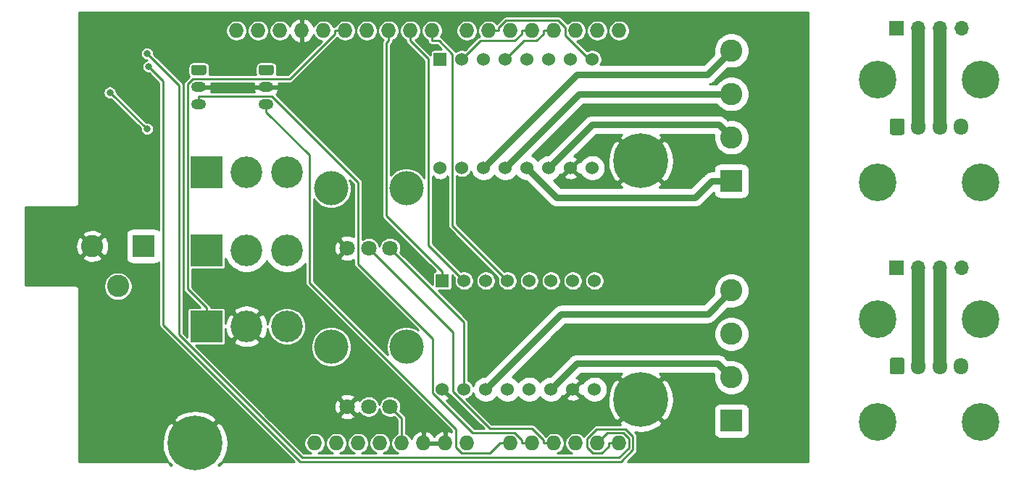
<source format=gbl>
%MOIN*%
%OFA0B0*%
%FSLAX46Y46*%
%IPPOS*%
%LPD*%
%ADD10C,0.17322834645669294*%
%ADD11C,0.027559055118110236*%
%ADD12O,0.066929133858267723X0.076771653543307089*%
%ADD13R,0.066929133858267723X0.066929133858267723*%
%ADD14O,0.066929133858267723X0.066929133858267723*%
%ADD15C,0.059055118110236227*%
%ADD26O,0.068X0.068*%
%ADD27R,0.060000000000000005X0.060000000000000005*%
%ADD28C,0.060000000000000005*%
%ADD29C,0.031496062992125991*%
%ADD30C,0.25196850393700793*%
%ADD31C,0.10236220472440946*%
%ADD32R,0.10236220472440946X0.10236220472440946*%
%ADD33O,0.068897637795275593X0.047244094488188976*%
%ADD34C,0.070866141732283464*%
%ADD35C,0.15748031496062992*%
%ADD36C,0.1456692913385827*%
%ADD37R,0.1456692913385827X0.1456692913385827*%
%ADD38C,0.031496062992125991*%
%ADD39C,0.00984251968503937*%
%ADD40C,0.029527559055118113*%
%ADD41C,0.01*%
%ADD42C,0.0039370078740157488*%
%ADD43C,0.17322834645669294*%
%ADD44C,0.027559055118110236*%
%ADD45O,0.066929133858267723X0.076771653543307089*%
%ADD46R,0.066929133858267723X0.066929133858267723*%
%ADD47O,0.066929133858267723X0.066929133858267723*%
%ADD48C,0.059055118110236227*%
G01*
D10*
X0000236220Y0004527559D02*
X0003937007Y0000738188D03*
D11*
X0004001968Y0000738188D03*
X0003982941Y0000692254D03*
X0003937007Y0000673228D03*
X0003891073Y0000692254D03*
X0003872047Y0000738188D03*
X0003891073Y0000784123D03*
X0003937007Y0000803149D03*
X0003982941Y0000784123D03*
X0004455382Y0000784123D03*
X0004409448Y0000803149D03*
X0004363514Y0000784123D03*
X0004344488Y0000738188D03*
X0004363514Y0000692254D03*
X0004409448Y0000673228D03*
X0004455382Y0000692254D03*
X0004474409Y0000738188D03*
D10*
X0004409448Y0000738188D03*
X0003937007Y0000265748D03*
D11*
X0004001968Y0000265748D03*
X0003982941Y0000219813D03*
X0003937007Y0000200787D03*
X0003891073Y0000219813D03*
X0003872047Y0000265748D03*
X0003891073Y0000311682D03*
X0003937007Y0000330708D03*
X0003982941Y0000311682D03*
X0004455382Y0000311682D03*
X0004409448Y0000330708D03*
X0004363514Y0000311682D03*
X0004344488Y0000265748D03*
X0004363514Y0000219813D03*
X0004409448Y0000200787D03*
X0004455382Y0000219813D03*
X0004474409Y0000265748D03*
D10*
X0004409448Y0000265748D03*
G36*
G01*
X0003991755Y0000494015D02*
X0003991755Y0000551102D01*
G75*
G02*
X0004001598Y0000560944I0000009842D01*
G01*
X0004048842Y0000560944D01*
G75*
G02*
X0004058685Y0000551102J-0000009842D01*
G01*
X0004058685Y0000494015D01*
G75*
G02*
X0004048842Y0000484173I-0000009842D01*
G01*
X0004001598Y0000484173D01*
G75*
G02*
X0003991755Y0000494015J0000009842D01*
G01*
G37*
D12*
X0004123645Y0000522559D03*
X0004222070Y0000522559D03*
X0004320496Y0000522559D03*
D13*
X0004023251Y0000974559D03*
D14*
X0004123251Y0000974559D03*
X0004223251Y0000974559D03*
X0004323251Y0000974559D03*
D15*
X0004123645Y0000974165D02*
X0004123251Y0000974559D01*
X0004123645Y0000522559D02*
X0004123645Y0000974165D01*
X0004223251Y0000523740D02*
X0004222070Y0000522559D01*
X0004223251Y0000974559D02*
X0004223251Y0000523740D01*
G04 next file*
G04 #@! TF.GenerationSoftware,KiCad,Pcbnew,5.1.9-73d0e3b20d~88~ubuntu18.04.1*
G04 #@! TF.CreationDate,2021-02-13T22:05:11-05:00*
G04 #@! TF.ProjectId,driver,64726976-6572-42e6-9b69-6361645f7063,v1.0.0*
G04 #@! TF.SameCoordinates,Original*
G04 #@! TF.FileFunction,Copper,L2,Bot*
G04 #@! TF.FilePolarity,Positive*
G04 Gerber Fmt 4.6, Leading zero omitted, Abs format (unit mm)*
G04 Created by KiCad (PCBNEW 5.1.9-73d0e3b20d~88~ubuntu18.04.1) date 2021-02-13 22:05:11*
G01*
G04 APERTURE LIST*
G04 #@! TA.AperFunction,ComponentPad*
G04 #@! TD*
G04 #@! TA.AperFunction,ComponentPad*
G04 #@! TD*
G04 #@! TA.AperFunction,ComponentPad*
G04 #@! TD*
G04 #@! TA.AperFunction,ComponentPad*
G04 #@! TD*
G04 #@! TA.AperFunction,ComponentPad*
G04 #@! TD*
G04 #@! TA.AperFunction,ComponentPad*
G04 #@! TD*
G04 #@! TA.AperFunction,ComponentPad*
G04 #@! TD*
G04 #@! TA.AperFunction,ComponentPad*
G04 #@! TD*
G04 #@! TA.AperFunction,ComponentPad*
G04 #@! TD*
G04 #@! TA.AperFunction,WasherPad*
G04 #@! TD*
G04 #@! TA.AperFunction,ComponentPad*
G04 #@! TD*
G04 #@! TA.AperFunction,ComponentPad*
G04 #@! TD*
G04 #@! TA.AperFunction,ViaPad*
G04 #@! TD*
G04 #@! TA.AperFunction,Conductor*
G04 #@! TD*
G04 #@! TA.AperFunction,Conductor*
G04 #@! TD*
G04 #@! TA.AperFunction,Conductor*
G04 #@! TD*
G04 #@! TA.AperFunction,Conductor*
G04 #@! TD*
G04 APERTURE END LIST*
D26*
X-0004007000Y0005095319D02*
X0002745952Y0000167366D03*
X0002645952Y0000167366D03*
X0002545952Y0000167366D03*
X0002445952Y0000167366D03*
X0002345952Y0000167366D03*
X0001345952Y0000167366D03*
X0001585952Y0002067366D03*
X0001485952Y0002067366D03*
X0001385952Y0002067366D03*
X0001185952Y0002067366D03*
X0001085952Y0002067366D03*
X0000985952Y0002067366D03*
X0001685952Y0002067366D03*
X0001785952Y0002067366D03*
X0001885952Y0002067366D03*
X0001285952Y0002067366D03*
X0002045952Y0002067366D03*
X0002145952Y0002067366D03*
X0002245952Y0002067366D03*
X0002345952Y0002067366D03*
X0002445952Y0002067366D03*
X0002545952Y0002067366D03*
X0002645952Y0002067366D03*
X0002745952Y0002067366D03*
X0001445952Y0000167366D03*
X0001545952Y0000167366D03*
X0001645952Y0000167366D03*
X0001745952Y0000167366D03*
X0001845952Y0000167366D03*
X0001945952Y0000167366D03*
X0002045952Y0000167366D03*
X0002245952Y0000167366D03*
D27*
X0001932999Y0000915319D03*
D28*
X0002032999Y0000915319D03*
X0002132999Y0000915319D03*
X0002232999Y0000915319D03*
X0002332999Y0000915319D03*
X0002432999Y0000915319D03*
X0002532999Y0000915319D03*
X0002632999Y0000915319D03*
X0002632999Y0000415319D03*
X0002532999Y0000415319D03*
X0002432999Y0000415319D03*
X0002332999Y0000415319D03*
X0002232999Y0000415319D03*
X0002132999Y0000415319D03*
X0002032999Y0000415319D03*
X0001932999Y0000415319D03*
X0001922999Y0001435319D03*
X0002022999Y0001435319D03*
X0002122999Y0001435319D03*
X0002222999Y0001435319D03*
X0002322999Y0001435319D03*
X0002422999Y0001435319D03*
X0002522999Y0001435319D03*
X0002622999Y0001435319D03*
X0002622999Y0001935319D03*
X0002522999Y0001935319D03*
X0002422999Y0001935319D03*
X0002322999Y0001935319D03*
X0002222999Y0001935319D03*
X0002122999Y0001935319D03*
X0002022999Y0001935319D03*
D27*
X0001922999Y0001935319D03*
D26*
X0002245952Y0000167366D03*
X0002045952Y0000167366D03*
X0001945952Y0000167366D03*
X0001845952Y0000167366D03*
X0001745952Y0000167366D03*
X0001645952Y0000167366D03*
X0001545952Y0000167366D03*
X0001445952Y0000167366D03*
X0002745952Y0002067366D03*
X0002645952Y0002067366D03*
X0002545952Y0002067366D03*
X0002445952Y0002067366D03*
X0002345952Y0002067366D03*
X0002245952Y0002067366D03*
X0002145952Y0002067366D03*
X0002045952Y0002067366D03*
X0001285952Y0002067366D03*
X0001885952Y0002067366D03*
X0001785952Y0002067366D03*
X0001685952Y0002067366D03*
X0000985952Y0002067366D03*
X0001085952Y0002067366D03*
X0001185952Y0002067366D03*
X0001385952Y0002067366D03*
X0001485952Y0002067366D03*
X0001585952Y0002067366D03*
X0001345952Y0000167366D03*
X0002345952Y0000167366D03*
X0002445952Y0000167366D03*
X0002545952Y0000167366D03*
X0002645952Y0000167366D03*
X0002745952Y0000167366D03*
D29*
X0002912765Y0001534179D03*
X0002845952Y0001561854D03*
X0002779139Y0001534179D03*
X0002751464Y0001467366D03*
X0002779139Y0001400553D03*
X0002845952Y0001372878D03*
X0002912765Y0001400553D03*
X0002940440Y0001467366D03*
D30*
X0002845952Y0001467366D03*
X0000795952Y0000167366D03*
D29*
X0000890440Y0000167366D03*
X0000862765Y0000100553D03*
X0000795952Y0000072878D03*
X0000729139Y0000100553D03*
X0000701464Y0000167366D03*
X0000729139Y0000234179D03*
X0000795952Y0000261854D03*
X0000862765Y0000234179D03*
X0002912765Y0000434179D03*
X0002845952Y0000461854D03*
X0002779139Y0000434179D03*
X0002751464Y0000367366D03*
X0002779139Y0000300553D03*
X0002845952Y0000272878D03*
X0002912765Y0000300553D03*
X0002940440Y0000367366D03*
D30*
X0002845952Y0000367366D03*
D31*
X0003262999Y0001975319D03*
X0003262999Y0001775319D03*
X0003262999Y0001575319D03*
D32*
X0003262999Y0001375319D03*
X0003262999Y0000270319D03*
D31*
X0003262999Y0000470319D03*
X0003262999Y0000670319D03*
X0003262999Y0000870319D03*
D33*
X0000812999Y0001728839D03*
X0000812999Y0001807579D03*
G04 #@! TA.AperFunction,ComponentPad*
G36*
G01*
X0000788393Y0001909941D02*
X0000837606Y0001909941D01*
G75*
G02*
X0000847448Y0001900098J-0000009842D01*
G01*
X0000847448Y0001872539D01*
G75*
G02*
X0000837606Y0001862697I-0000009842D01*
G01*
X0000788393Y0001862697D01*
G75*
G02*
X0000778551Y0001872539J0000009842D01*
G01*
X0000778551Y0001900098D01*
G75*
G02*
X0000788393Y0001909941I0000009842D01*
G01*
G37*
G04 #@! TD.AperFunction*
G04 #@! TA.AperFunction,ComponentPad*
G36*
G01*
X0001098393Y0001909941D02*
X0001147606Y0001909941D01*
G75*
G02*
X0001157448Y0001900098J-0000009842D01*
G01*
X0001157448Y0001872539D01*
G75*
G02*
X0001147606Y0001862697I-0000009842D01*
G01*
X0001098393Y0001862697D01*
G75*
G02*
X0001088551Y0001872539J0000009842D01*
G01*
X0001088551Y0001900098D01*
G75*
G02*
X0001098393Y0001909941I0000009842D01*
G01*
G37*
G04 #@! TD.AperFunction*
X0001122999Y0001807579D03*
X0001122999Y0001728839D03*
D32*
X0000559220Y0001075319D03*
D31*
X0000322999Y0001075319D03*
X0000441110Y0000890280D03*
D34*
X0001496149Y0000335319D03*
X0001594574Y0000335319D03*
X0001692999Y0000335319D03*
D35*
X0001421346Y0000610909D03*
X0001767803Y0000610909D03*
X0001767803Y0001340909D03*
X0001421346Y0001340909D03*
D34*
X0001692999Y0001065319D03*
X0001594574Y0001065319D03*
X0001496149Y0001065319D03*
D36*
X0001032999Y0000705319D03*
D37*
X0000847960Y0000705319D03*
D36*
X0001218039Y0000705319D03*
X0001218039Y0001055319D03*
D37*
X0000847960Y0001055319D03*
D36*
X0001032999Y0001055319D03*
X0001032999Y0001415319D03*
D37*
X0000847960Y0001415319D03*
D36*
X0001218039Y0001415319D03*
D38*
X0000582999Y0001901307D03*
X0000574873Y0001961953D03*
X0000127999Y0000984319D03*
X0000136999Y0001170319D03*
X0002916999Y0002052319D03*
X0003464999Y0002129319D03*
X0003434999Y0000109319D03*
X0002983999Y0000214319D03*
X0001280999Y0000346319D03*
X0000307999Y0000109319D03*
X0001031999Y0000877319D03*
X0001582999Y0001648319D03*
X0000813999Y0002114319D03*
X0002308999Y0001349319D03*
X0002119999Y0000620319D03*
X0002831999Y0000943319D03*
X0000654999Y0000639319D03*
X0003299999Y0001124319D03*
X0000404141Y0001782858D03*
X0000574873Y0001615102D03*
D39*
X0002745952Y0000167366D02*
X0002699145Y0000167366D01*
X0000582999Y0001901307D02*
X0000650271Y0001834035D01*
X0000650271Y0001834035D02*
X0000650271Y0000713031D01*
X0000650271Y0000713031D02*
X0001280070Y0000083232D01*
X0001280070Y0000083232D02*
X0002756358Y0000083232D01*
X0002756358Y0000083232D02*
X0002810495Y0000137370D01*
X0002810495Y0000137370D02*
X0002810495Y0000197894D01*
X0002810495Y0000197894D02*
X0002776480Y0000231909D01*
X0002776480Y0000231909D02*
X0002643366Y0000231909D01*
X0002643366Y0000231909D02*
X0002599141Y0000187685D01*
X0002599141Y0000187685D02*
X0002599141Y0000147555D01*
X0002599141Y0000147555D02*
X0002626137Y0000120559D01*
X0002626137Y0000120559D02*
X0002666968Y0000120559D01*
X0002666968Y0000120559D02*
X0002699145Y0000152736D01*
X0002699145Y0000152736D02*
X0002699145Y0000167366D01*
X0000574873Y0001961953D02*
X0000720948Y0001815878D01*
X0000720948Y0001815878D02*
X0000720948Y0000667705D01*
X0000720948Y0000667705D02*
X0001287688Y0000100965D01*
X0001287688Y0000100965D02*
X0002747086Y0000100965D01*
X0002747086Y0000100965D02*
X0002792763Y0000146642D01*
X0002792763Y0000146642D02*
X0002792763Y0000187098D01*
X0002792763Y0000187098D02*
X0002765684Y0000214177D01*
X0002765684Y0000214177D02*
X0002692763Y0000214177D01*
X0002692763Y0000214177D02*
X0002645952Y0000167366D01*
X0001692999Y0000335319D02*
X0001745952Y0000282366D01*
X0001745952Y0000282366D02*
X0001745952Y0000167366D01*
X0001692999Y0001065319D02*
X0002032999Y0000725319D01*
X0002032999Y0000725319D02*
X0002032999Y0000415319D01*
X0002345952Y0000167366D02*
X0002299145Y0000167366D01*
X0000812999Y0001728839D02*
X0000812999Y0001765268D01*
X0000812999Y0001765268D02*
X0001149228Y0001765268D01*
X0001149228Y0001765268D02*
X0001545362Y0001369134D01*
X0001545362Y0001369134D02*
X0001545362Y0000991890D01*
X0001545362Y0000991890D02*
X0001889094Y0000648157D01*
X0001889094Y0000648157D02*
X0001889094Y0000397701D01*
X0001889094Y0000397701D02*
X0002072621Y0000214173D01*
X0002072621Y0000214173D02*
X0002266968Y0000214173D01*
X0002266968Y0000214173D02*
X0002299145Y0000181996D01*
X0002299145Y0000181996D02*
X0002299145Y0000167366D01*
X0002445952Y0000167366D02*
X0002399145Y0000167366D01*
X0001594574Y0001065319D02*
X0001982999Y0000676894D01*
X0001982999Y0000676894D02*
X0001982999Y0000403504D01*
X0001982999Y0000403504D02*
X0002151574Y0000234929D01*
X0002151574Y0000234929D02*
X0002346208Y0000234929D01*
X0002346208Y0000234929D02*
X0002399145Y0000181992D01*
X0002399145Y0000181992D02*
X0002399145Y0000167366D01*
X0002145952Y0002067366D02*
X0002192759Y0002067366D01*
X0002192759Y0002067366D02*
X0002192759Y0002081992D01*
X0002192759Y0002081992D02*
X0002225421Y0002114654D01*
X0002225421Y0002114654D02*
X0002466929Y0002114654D01*
X0002466929Y0002114654D02*
X0002498310Y0002083272D01*
X0002498310Y0002083272D02*
X0002498310Y0002046205D01*
X0002498310Y0002046205D02*
X0002609196Y0001935319D01*
X0002609196Y0001935319D02*
X0002622999Y0001935319D01*
X0002445952Y0002067366D02*
X0002399145Y0002067366D01*
X0002399145Y0002067366D02*
X0002399145Y0002052736D01*
X0002399145Y0002052736D02*
X0002366968Y0002020559D01*
X0002366968Y0002020559D02*
X0002308240Y0002020559D01*
X0002308240Y0002020559D02*
X0002222999Y0001935319D01*
X0002345952Y0002067366D02*
X0002299145Y0002067366D01*
X0002299145Y0002067366D02*
X0002299145Y0002052736D01*
X0002299145Y0002052736D02*
X0002266968Y0002020559D01*
X0002266968Y0002020559D02*
X0002108240Y0002020559D01*
X0002108240Y0002020559D02*
X0002022999Y0001935319D01*
X0001932999Y0000958126D02*
X0001676216Y0001214909D01*
X0001676216Y0001214909D02*
X0001676216Y0002010823D01*
X0001676216Y0002010823D02*
X0001685952Y0002020559D01*
X0001685952Y0002067366D02*
X0001685952Y0002020559D01*
X0001932999Y0000915319D02*
X0001932999Y0000958126D01*
X0001785952Y0002067366D02*
X0001785952Y0002020559D01*
X0002032999Y0000915319D02*
X0001868220Y0001080098D01*
X0001868220Y0001080098D02*
X0001868220Y0001938291D01*
X0001868220Y0001938291D02*
X0001785952Y0002020559D01*
X0001885952Y0002067366D02*
X0001885952Y0002020559D01*
X0002232999Y0000915319D02*
X0001979263Y0001169055D01*
X0001979263Y0001169055D02*
X0001979263Y0001959429D01*
X0001979263Y0001959429D02*
X0001918133Y0002020559D01*
X0001918133Y0002020559D02*
X0001885952Y0002020559D01*
X0002245952Y0000167366D02*
X0002199145Y0000167366D01*
X0001122999Y0001728839D02*
X0001122999Y0001692409D01*
X0001122999Y0001692409D02*
X0001321401Y0001494008D01*
X0001321401Y0001494008D02*
X0001321401Y0000906693D01*
X0001321401Y0000906693D02*
X0001995952Y0000232142D01*
X0001995952Y0000232142D02*
X0001995952Y0000148047D01*
X0001995952Y0000148047D02*
X0002023440Y0000120559D01*
X0002023440Y0000120559D02*
X0002152338Y0000120559D01*
X0002152338Y0000120559D02*
X0002199145Y0000167366D01*
X0000574873Y0001615102D02*
X0000407118Y0001782858D01*
X0000407118Y0001782858D02*
X0000404141Y0001782858D01*
X0001485952Y0002067366D02*
X0001439145Y0002067366D01*
X0000847960Y0000705319D02*
X0000847960Y0000790961D01*
X0000847960Y0000790961D02*
X0000762086Y0000876835D01*
X0000762086Y0000876835D02*
X0000762086Y0001820870D01*
X0000762086Y0001820870D02*
X0000786133Y0001844917D01*
X0000786133Y0001844917D02*
X0001231326Y0001844917D01*
X0001231326Y0001844917D02*
X0001439145Y0002052736D01*
X0001439145Y0002052736D02*
X0001439145Y0002067366D01*
D40*
X0003262999Y0001975319D02*
X0003152629Y0001864949D01*
X0003152629Y0001864949D02*
X0002552629Y0001864949D01*
X0002552629Y0001864949D02*
X0002122999Y0001435319D01*
X0003262999Y0001775319D02*
X0002562999Y0001775319D01*
X0002562999Y0001775319D02*
X0002222999Y0001435319D01*
X0003262999Y0001575319D02*
X0003204149Y0001634169D01*
X0003204149Y0001634169D02*
X0002621850Y0001634169D01*
X0002621850Y0001634169D02*
X0002422999Y0001435319D01*
X0003262999Y0001375319D02*
X0003171452Y0001375319D01*
X0003171452Y0001375319D02*
X0003095740Y0001299606D01*
X0003095740Y0001299606D02*
X0002458712Y0001299606D01*
X0002458712Y0001299606D02*
X0002322999Y0001435319D01*
X0002432999Y0000415319D02*
X0002552389Y0000534709D01*
X0002552389Y0000534709D02*
X0003198610Y0000534709D01*
X0003198610Y0000534709D02*
X0003262999Y0000470319D01*
X0002132999Y0000415319D02*
X0002479551Y0000761870D01*
X0002479551Y0000761870D02*
X0003154551Y0000761870D01*
X0003154551Y0000761870D02*
X0003262999Y0000870319D01*
D41*
X0003617015Y0000083303D02*
X0002845783Y0000083303D01*
X0002845782Y0000083303D01*
X0002845073Y0000083303D01*
X0002844214Y0000083303D01*
X0002844213Y0000083303D01*
X0002784591Y0000083293D01*
X0002823890Y0000122592D01*
X0002824650Y0000123215D01*
X0002827140Y0000126249D01*
X0002828989Y0000129710D01*
X0002830128Y0000133465D01*
X0002830417Y0000136392D01*
X0002830417Y0000136392D01*
X0002830513Y0000137370D01*
X0002830417Y0000138348D01*
X0002830417Y0000196915D01*
X0002830513Y0000197894D01*
X0002830128Y0000201799D01*
X0002828989Y0000205554D01*
X0002828556Y0000206365D01*
X0002827140Y0000209015D01*
X0002824650Y0000212048D01*
X0002823890Y0000212672D01*
X0002818086Y0000218476D01*
X0002844995Y0000215654D01*
X0002874611Y0000218383D01*
X0002903126Y0000226837D01*
X0002929443Y0000240691D01*
X0002931034Y0000241754D01*
X0002945215Y0000261032D01*
X0002905138Y0000301110D01*
X0002912209Y0000308181D01*
X0002952286Y0000268103D01*
X0002971564Y0000282284D01*
X0002985749Y0000308424D01*
X0002989806Y0000321500D01*
X0003181080Y0000321500D01*
X0003181080Y0000219138D01*
X0003181670Y0000213141D01*
X0003183420Y0000207375D01*
X0003186260Y0000202060D01*
X0003190083Y0000197402D01*
X0003194741Y0000193580D01*
X0003200055Y0000190739D01*
X0003205822Y0000188990D01*
X0003211818Y0000188399D01*
X0003314181Y0000188399D01*
X0003320177Y0000188990D01*
X0003325944Y0000190739D01*
X0003331258Y0000193580D01*
X0003335916Y0000197402D01*
X0003339739Y0000202060D01*
X0003342579Y0000207375D01*
X0003344328Y0000213141D01*
X0003344919Y0000219138D01*
X0003344919Y0000321500D01*
X0003344328Y0000327497D01*
X0003342579Y0000333263D01*
X0003339739Y0000338577D01*
X0003335916Y0000343235D01*
X0003331258Y0000347058D01*
X0003325944Y0000349899D01*
X0003320177Y0000351648D01*
X0003314181Y0000352239D01*
X0003211818Y0000352239D01*
X0003205822Y0000351648D01*
X0003200055Y0000349899D01*
X0003194741Y0000347058D01*
X0003190083Y0000343235D01*
X0003186260Y0000338577D01*
X0003183420Y0000333263D01*
X0003181670Y0000327497D01*
X0003181080Y0000321500D01*
X0002989806Y0000321500D01*
X0002994562Y0000336830D01*
X0002997664Y0000366409D01*
X0002994936Y0000396025D01*
X0002986482Y0000424540D01*
X0002972628Y0000450857D01*
X0002971564Y0000452448D01*
X0002952286Y0000466629D01*
X0002912209Y0000426551D01*
X0002905138Y0000433623D01*
X0002945215Y0000473700D01*
X0002933700Y0000489354D01*
X0003179823Y0000489354D01*
X0003182817Y0000486361D01*
X0003181228Y0000478373D01*
X0003181228Y0000462265D01*
X0003184370Y0000446467D01*
X0003190534Y0000431585D01*
X0003199483Y0000418192D01*
X0003210873Y0000406803D01*
X0003224266Y0000397854D01*
X0003239147Y0000391690D01*
X0003254946Y0000388547D01*
X0003271053Y0000388547D01*
X0003286851Y0000391690D01*
X0003301733Y0000397854D01*
X0003315126Y0000406803D01*
X0003326516Y0000418192D01*
X0003335465Y0000431585D01*
X0003341629Y0000446467D01*
X0003344771Y0000462265D01*
X0003344771Y0000478373D01*
X0003341629Y0000494171D01*
X0003335465Y0000509052D01*
X0003326516Y0000522445D01*
X0003315126Y0000533835D01*
X0003301733Y0000542784D01*
X0003286851Y0000548948D01*
X0003271053Y0000552091D01*
X0003254946Y0000552091D01*
X0003246957Y0000550502D01*
X0003232256Y0000565203D01*
X0003230835Y0000566934D01*
X0003223929Y0000572602D01*
X0003216050Y0000576813D01*
X0003207501Y0000579407D01*
X0003200838Y0000580063D01*
X0003200837Y0000580063D01*
X0003198610Y0000580282D01*
X0003196382Y0000580063D01*
X0002554617Y0000580063D01*
X0002552389Y0000580282D01*
X0002550161Y0000580063D01*
X0002550161Y0000580063D01*
X0002544279Y0000579484D01*
X0002543498Y0000579407D01*
X0002540905Y0000578620D01*
X0002534949Y0000576813D01*
X0002527070Y0000572602D01*
X0002527070Y0000572602D01*
X0002527070Y0000572602D01*
X0002521894Y0000568355D01*
X0002521894Y0000568354D01*
X0002520164Y0000566934D01*
X0002518743Y0000565204D01*
X0002429449Y0000475909D01*
X0002427032Y0000475909D01*
X0002415326Y0000473581D01*
X0002404299Y0000469014D01*
X0002394375Y0000462383D01*
X0002385936Y0000453943D01*
X0002382999Y0000449549D01*
X0002380063Y0000453943D01*
X0002371624Y0000462383D01*
X0002361700Y0000469014D01*
X0002350673Y0000473581D01*
X0002338967Y0000475909D01*
X0002327032Y0000475909D01*
X0002315326Y0000473581D01*
X0002304299Y0000469014D01*
X0002294375Y0000462383D01*
X0002285936Y0000453943D01*
X0002282999Y0000449549D01*
X0002280063Y0000453943D01*
X0002271624Y0000462383D01*
X0002261700Y0000469014D01*
X0002254017Y0000472196D01*
X0002460194Y0000678373D01*
X0003181228Y0000678373D01*
X0003181228Y0000662265D01*
X0003184370Y0000646467D01*
X0003190534Y0000631585D01*
X0003199483Y0000618192D01*
X0003210873Y0000606803D01*
X0003224266Y0000597854D01*
X0003239147Y0000591690D01*
X0003254946Y0000588547D01*
X0003271053Y0000588547D01*
X0003286851Y0000591690D01*
X0003301733Y0000597854D01*
X0003315126Y0000606803D01*
X0003326516Y0000618192D01*
X0003335465Y0000631585D01*
X0003341629Y0000646467D01*
X0003344771Y0000662265D01*
X0003344771Y0000678373D01*
X0003341629Y0000694171D01*
X0003335465Y0000709052D01*
X0003326516Y0000722445D01*
X0003315126Y0000733835D01*
X0003301733Y0000742784D01*
X0003286851Y0000748948D01*
X0003271053Y0000752091D01*
X0003254946Y0000752091D01*
X0003239147Y0000748948D01*
X0003224266Y0000742784D01*
X0003210873Y0000733835D01*
X0003199483Y0000722445D01*
X0003190534Y0000709052D01*
X0003184370Y0000694171D01*
X0003181228Y0000678373D01*
X0002460194Y0000678373D01*
X0002498337Y0000716516D01*
X0003152323Y0000716516D01*
X0003154551Y0000716296D01*
X0003156778Y0000716516D01*
X0003156779Y0000716516D01*
X0003163442Y0000717172D01*
X0003171991Y0000719765D01*
X0003179870Y0000723977D01*
X0003186776Y0000729645D01*
X0003188197Y0000731375D01*
X0003246957Y0000790136D01*
X0003254946Y0000788547D01*
X0003271053Y0000788547D01*
X0003286851Y0000791690D01*
X0003301733Y0000797854D01*
X0003315126Y0000806803D01*
X0003326516Y0000818192D01*
X0003335465Y0000831585D01*
X0003341629Y0000846467D01*
X0003344771Y0000862265D01*
X0003344771Y0000878373D01*
X0003341629Y0000894171D01*
X0003335465Y0000909052D01*
X0003326516Y0000922445D01*
X0003315126Y0000933835D01*
X0003301733Y0000942784D01*
X0003286851Y0000948948D01*
X0003271053Y0000952091D01*
X0003254946Y0000952091D01*
X0003239147Y0000948948D01*
X0003224266Y0000942784D01*
X0003210873Y0000933835D01*
X0003199483Y0000922445D01*
X0003190534Y0000909052D01*
X0003184370Y0000894171D01*
X0003181228Y0000878373D01*
X0003181228Y0000862265D01*
X0003182817Y0000854277D01*
X0003135764Y0000807224D01*
X0002481778Y0000807224D01*
X0002479551Y0000807444D01*
X0002477323Y0000807224D01*
X0002477322Y0000807224D01*
X0002470660Y0000806568D01*
X0002462110Y0000803975D01*
X0002454231Y0000799763D01*
X0002454231Y0000799763D01*
X0002454231Y0000799763D01*
X0002449056Y0000795516D01*
X0002449056Y0000795516D01*
X0002447325Y0000794096D01*
X0002445905Y0000792365D01*
X0002129449Y0000475909D01*
X0002127032Y0000475909D01*
X0002115326Y0000473581D01*
X0002104299Y0000469014D01*
X0002094375Y0000462383D01*
X0002085936Y0000453943D01*
X0002079305Y0000444019D01*
X0002074737Y0000432992D01*
X0002074623Y0000432420D01*
X0002072878Y0000436634D01*
X0002067953Y0000444005D01*
X0002061685Y0000450273D01*
X0002054315Y0000455197D01*
X0002052921Y0000455775D01*
X0002052921Y0000724341D01*
X0002053017Y0000725319D01*
X0002052921Y0000726297D01*
X0002052921Y0000726297D01*
X0002052632Y0000729224D01*
X0002051493Y0000732979D01*
X0002049643Y0000736440D01*
X0002047154Y0000739473D01*
X0002046394Y0000740097D01*
X0001916245Y0000870246D01*
X0001962999Y0000870246D01*
X0001965940Y0000870536D01*
X0001968767Y0000871394D01*
X0001971373Y0000872787D01*
X0001973657Y0000874661D01*
X0001975532Y0000876945D01*
X0001976925Y0000879551D01*
X0001977782Y0000882378D01*
X0001978072Y0000885319D01*
X0001978072Y0000942073D01*
X0001990306Y0000929839D01*
X0001989729Y0000928445D01*
X0001987999Y0000919751D01*
X0001987999Y0000910887D01*
X0001989729Y0000902193D01*
X0001993121Y0000894003D01*
X0001998046Y0000886633D01*
X0002004314Y0000880365D01*
X0002011684Y0000875440D01*
X0002019873Y0000872048D01*
X0002028567Y0000870319D01*
X0002037432Y0000870319D01*
X0002046125Y0000872048D01*
X0002054315Y0000875440D01*
X0002061685Y0000880365D01*
X0002067953Y0000886633D01*
X0002072878Y0000894003D01*
X0002076270Y0000902193D01*
X0002077999Y0000910887D01*
X0002077999Y0000919751D01*
X0002087999Y0000919751D01*
X0002087999Y0000910887D01*
X0002089729Y0000902193D01*
X0002093121Y0000894003D01*
X0002098046Y0000886633D01*
X0002104314Y0000880365D01*
X0002111684Y0000875440D01*
X0002119873Y0000872048D01*
X0002128567Y0000870319D01*
X0002137432Y0000870319D01*
X0002146125Y0000872048D01*
X0002154315Y0000875440D01*
X0002161685Y0000880365D01*
X0002167953Y0000886633D01*
X0002172878Y0000894003D01*
X0002176270Y0000902193D01*
X0002177999Y0000910887D01*
X0002177999Y0000919751D01*
X0002176270Y0000928445D01*
X0002172878Y0000936634D01*
X0002167953Y0000944005D01*
X0002161685Y0000950273D01*
X0002154315Y0000955197D01*
X0002146125Y0000958590D01*
X0002137432Y0000960319D01*
X0002128567Y0000960319D01*
X0002119873Y0000958590D01*
X0002111684Y0000955197D01*
X0002104314Y0000950273D01*
X0002098046Y0000944005D01*
X0002093121Y0000936634D01*
X0002089729Y0000928445D01*
X0002087999Y0000919751D01*
X0002077999Y0000919751D01*
X0002076270Y0000928445D01*
X0002072878Y0000936634D01*
X0002067953Y0000944005D01*
X0002061685Y0000950273D01*
X0002054315Y0000955197D01*
X0002046125Y0000958590D01*
X0002037432Y0000960319D01*
X0002028567Y0000960319D01*
X0002019873Y0000958590D01*
X0002018479Y0000958012D01*
X0001888141Y0001088350D01*
X0001888141Y0001393389D01*
X0001892056Y0001397304D01*
X0001894693Y0001387852D01*
X0001904497Y0001383242D01*
X0001915013Y0001380633D01*
X0001925835Y0001380126D01*
X0001936548Y0001381739D01*
X0001946740Y0001385412D01*
X0001951306Y0001387852D01*
X0001953943Y0001397304D01*
X0001958526Y0001392721D01*
X0001959342Y0001393538D01*
X0001959342Y0001170033D01*
X0001959246Y0001169055D01*
X0001959342Y0001168077D01*
X0001959342Y0001168077D01*
X0001959630Y0001165150D01*
X0001960769Y0001161395D01*
X0001962619Y0001157934D01*
X0001965109Y0001154900D01*
X0001965869Y0001154277D01*
X0002190306Y0000929839D01*
X0002189729Y0000928445D01*
X0002187999Y0000919751D01*
X0002187999Y0000910887D01*
X0002189729Y0000902193D01*
X0002193121Y0000894003D01*
X0002198046Y0000886633D01*
X0002204314Y0000880365D01*
X0002211684Y0000875440D01*
X0002219873Y0000872048D01*
X0002228567Y0000870319D01*
X0002237432Y0000870319D01*
X0002246125Y0000872048D01*
X0002254315Y0000875440D01*
X0002261685Y0000880365D01*
X0002267953Y0000886633D01*
X0002272878Y0000894003D01*
X0002276270Y0000902193D01*
X0002277999Y0000910887D01*
X0002277999Y0000919751D01*
X0002287999Y0000919751D01*
X0002287999Y0000910887D01*
X0002289729Y0000902193D01*
X0002293121Y0000894003D01*
X0002298046Y0000886633D01*
X0002304314Y0000880365D01*
X0002311684Y0000875440D01*
X0002319873Y0000872048D01*
X0002328567Y0000870319D01*
X0002337432Y0000870319D01*
X0002346125Y0000872048D01*
X0002354315Y0000875440D01*
X0002361685Y0000880365D01*
X0002367953Y0000886633D01*
X0002372878Y0000894003D01*
X0002376270Y0000902193D01*
X0002377999Y0000910887D01*
X0002377999Y0000919751D01*
X0002387999Y0000919751D01*
X0002387999Y0000910887D01*
X0002389729Y0000902193D01*
X0002393121Y0000894003D01*
X0002398046Y0000886633D01*
X0002404314Y0000880365D01*
X0002411684Y0000875440D01*
X0002419873Y0000872048D01*
X0002428567Y0000870319D01*
X0002437432Y0000870319D01*
X0002446125Y0000872048D01*
X0002454315Y0000875440D01*
X0002461685Y0000880365D01*
X0002467953Y0000886633D01*
X0002472878Y0000894003D01*
X0002476270Y0000902193D01*
X0002477999Y0000910887D01*
X0002477999Y0000919751D01*
X0002487999Y0000919751D01*
X0002487999Y0000910887D01*
X0002489729Y0000902193D01*
X0002493121Y0000894003D01*
X0002498046Y0000886633D01*
X0002504314Y0000880365D01*
X0002511684Y0000875440D01*
X0002519873Y0000872048D01*
X0002528567Y0000870319D01*
X0002537432Y0000870319D01*
X0002546125Y0000872048D01*
X0002554315Y0000875440D01*
X0002561685Y0000880365D01*
X0002567953Y0000886633D01*
X0002572878Y0000894003D01*
X0002576270Y0000902193D01*
X0002577999Y0000910887D01*
X0002577999Y0000919751D01*
X0002587999Y0000919751D01*
X0002587999Y0000910887D01*
X0002589729Y0000902193D01*
X0002593121Y0000894003D01*
X0002598046Y0000886633D01*
X0002604314Y0000880365D01*
X0002611684Y0000875440D01*
X0002619873Y0000872048D01*
X0002628567Y0000870319D01*
X0002637432Y0000870319D01*
X0002646125Y0000872048D01*
X0002654315Y0000875440D01*
X0002661685Y0000880365D01*
X0002667953Y0000886633D01*
X0002672878Y0000894003D01*
X0002676270Y0000902193D01*
X0002677999Y0000910887D01*
X0002677999Y0000919751D01*
X0002676270Y0000928445D01*
X0002672878Y0000936634D01*
X0002667953Y0000944005D01*
X0002661685Y0000950273D01*
X0002654315Y0000955197D01*
X0002646125Y0000958590D01*
X0002637432Y0000960319D01*
X0002628567Y0000960319D01*
X0002619873Y0000958590D01*
X0002611684Y0000955197D01*
X0002604314Y0000950273D01*
X0002598046Y0000944005D01*
X0002593121Y0000936634D01*
X0002589729Y0000928445D01*
X0002587999Y0000919751D01*
X0002577999Y0000919751D01*
X0002576270Y0000928445D01*
X0002572878Y0000936634D01*
X0002567953Y0000944005D01*
X0002561685Y0000950273D01*
X0002554315Y0000955197D01*
X0002546125Y0000958590D01*
X0002537432Y0000960319D01*
X0002528567Y0000960319D01*
X0002519873Y0000958590D01*
X0002511684Y0000955197D01*
X0002504314Y0000950273D01*
X0002498046Y0000944005D01*
X0002493121Y0000936634D01*
X0002489729Y0000928445D01*
X0002487999Y0000919751D01*
X0002477999Y0000919751D01*
X0002476270Y0000928445D01*
X0002472878Y0000936634D01*
X0002467953Y0000944005D01*
X0002461685Y0000950273D01*
X0002454315Y0000955197D01*
X0002446125Y0000958590D01*
X0002437432Y0000960319D01*
X0002428567Y0000960319D01*
X0002419873Y0000958590D01*
X0002411684Y0000955197D01*
X0002404314Y0000950273D01*
X0002398046Y0000944005D01*
X0002393121Y0000936634D01*
X0002389729Y0000928445D01*
X0002387999Y0000919751D01*
X0002377999Y0000919751D01*
X0002376270Y0000928445D01*
X0002372878Y0000936634D01*
X0002367953Y0000944005D01*
X0002361685Y0000950273D01*
X0002354315Y0000955197D01*
X0002346125Y0000958590D01*
X0002337432Y0000960319D01*
X0002328567Y0000960319D01*
X0002319873Y0000958590D01*
X0002311684Y0000955197D01*
X0002304314Y0000950273D01*
X0002298046Y0000944005D01*
X0002293121Y0000936634D01*
X0002289729Y0000928445D01*
X0002287999Y0000919751D01*
X0002277999Y0000919751D01*
X0002276270Y0000928445D01*
X0002272878Y0000936634D01*
X0002267953Y0000944005D01*
X0002261685Y0000950273D01*
X0002254315Y0000955197D01*
X0002246125Y0000958590D01*
X0002237432Y0000960319D01*
X0002228567Y0000960319D01*
X0002219873Y0000958590D01*
X0002218479Y0000958012D01*
X0001999184Y0001177307D01*
X0001999184Y0001397110D01*
X0002001684Y0001395440D01*
X0002009873Y0001392048D01*
X0002018567Y0001390319D01*
X0002027432Y0001390319D01*
X0002036125Y0001392048D01*
X0002044315Y0001395440D01*
X0002051685Y0001400365D01*
X0002057953Y0001406633D01*
X0002062878Y0001414003D01*
X0002064623Y0001418218D01*
X0002064737Y0001417645D01*
X0002069305Y0001406618D01*
X0002075936Y0001396695D01*
X0002084375Y0001388255D01*
X0002094299Y0001381624D01*
X0002105326Y0001377057D01*
X0002117032Y0001374728D01*
X0002128967Y0001374728D01*
X0002140673Y0001377057D01*
X0002151700Y0001381624D01*
X0002161624Y0001388255D01*
X0002170063Y0001396695D01*
X0002172999Y0001401089D01*
X0002175936Y0001396695D01*
X0002184375Y0001388255D01*
X0002194299Y0001381624D01*
X0002205326Y0001377057D01*
X0002217032Y0001374728D01*
X0002228967Y0001374728D01*
X0002240673Y0001377057D01*
X0002251700Y0001381624D01*
X0002261624Y0001388255D01*
X0002270063Y0001396695D01*
X0002272999Y0001401089D01*
X0002275936Y0001396695D01*
X0002284375Y0001388255D01*
X0002294299Y0001381624D01*
X0002305326Y0001377057D01*
X0002317032Y0001374728D01*
X0002319449Y0001374728D01*
X0002425066Y0001269111D01*
X0002426487Y0001267381D01*
X0002428217Y0001265961D01*
X0002428217Y0001265960D01*
X0002432811Y0001262190D01*
X0002433393Y0001261713D01*
X0002434798Y0001260962D01*
X0002441272Y0001257502D01*
X0002449821Y0001254908D01*
X0002450601Y0001254831D01*
X0002456484Y0001254252D01*
X0002456484Y0001254252D01*
X0002458712Y0001254033D01*
X0002460940Y0001254252D01*
X0003093512Y0001254252D01*
X0003095740Y0001254033D01*
X0003097967Y0001254252D01*
X0003097968Y0001254252D01*
X0003104631Y0001254908D01*
X0003113180Y0001257502D01*
X0003121059Y0001261713D01*
X0003127965Y0001267381D01*
X0003129386Y0001269112D01*
X0003181379Y0001321105D01*
X0003181670Y0001318141D01*
X0003183420Y0001312375D01*
X0003186260Y0001307060D01*
X0003190083Y0001302402D01*
X0003194741Y0001298580D01*
X0003200055Y0001295739D01*
X0003205822Y0001293990D01*
X0003211818Y0001293399D01*
X0003314181Y0001293399D01*
X0003320177Y0001293990D01*
X0003325944Y0001295739D01*
X0003331258Y0001298580D01*
X0003335916Y0001302402D01*
X0003339739Y0001307060D01*
X0003342579Y0001312375D01*
X0003344328Y0001318141D01*
X0003344919Y0001324138D01*
X0003344919Y0001426500D01*
X0003344328Y0001432497D01*
X0003342579Y0001438263D01*
X0003339739Y0001443577D01*
X0003335916Y0001448235D01*
X0003331258Y0001452058D01*
X0003325944Y0001454899D01*
X0003320177Y0001456648D01*
X0003314181Y0001457239D01*
X0003211818Y0001457239D01*
X0003205822Y0001456648D01*
X0003200055Y0001454899D01*
X0003194741Y0001452058D01*
X0003190083Y0001448235D01*
X0003186260Y0001443577D01*
X0003183420Y0001438263D01*
X0003181670Y0001432497D01*
X0003181080Y0001426500D01*
X0003181080Y0001420673D01*
X0003173680Y0001420673D01*
X0003171452Y0001420893D01*
X0003169224Y0001420673D01*
X0003169224Y0001420673D01*
X0003162561Y0001420017D01*
X0003154012Y0001417424D01*
X0003146133Y0001413212D01*
X0003144578Y0001411936D01*
X0003140957Y0001408965D01*
X0003140957Y0001408965D01*
X0003139227Y0001407544D01*
X0003137806Y0001405814D01*
X0003076953Y0001344961D01*
X0002933393Y0001344961D01*
X0002945215Y0001361032D01*
X0002905138Y0001401110D01*
X0002912209Y0001408181D01*
X0002952286Y0001368103D01*
X0002971564Y0001382284D01*
X0002985749Y0001408424D01*
X0002994562Y0001436830D01*
X0002997664Y0001466409D01*
X0002994936Y0001496025D01*
X0002986482Y0001524540D01*
X0002972628Y0001550857D01*
X0002971564Y0001552448D01*
X0002952286Y0001566629D01*
X0002912209Y0001526551D01*
X0002905138Y0001533623D01*
X0002945215Y0001573700D01*
X0002934097Y0001588815D01*
X0003182310Y0001588815D01*
X0003181228Y0001583373D01*
X0003181228Y0001567265D01*
X0003184370Y0001551467D01*
X0003190534Y0001536585D01*
X0003199483Y0001523192D01*
X0003210873Y0001511803D01*
X0003224266Y0001502854D01*
X0003239147Y0001496690D01*
X0003254946Y0001493547D01*
X0003271053Y0001493547D01*
X0003286851Y0001496690D01*
X0003301733Y0001502854D01*
X0003315126Y0001511803D01*
X0003326516Y0001523192D01*
X0003335465Y0001536585D01*
X0003341629Y0001551467D01*
X0003344771Y0001567265D01*
X0003344771Y0001583373D01*
X0003341629Y0001599171D01*
X0003335465Y0001614052D01*
X0003326516Y0001627445D01*
X0003315126Y0001638835D01*
X0003301733Y0001647784D01*
X0003286851Y0001653948D01*
X0003271053Y0001657091D01*
X0003254946Y0001657091D01*
X0003246957Y0001655502D01*
X0003237795Y0001664664D01*
X0003236375Y0001666395D01*
X0003229468Y0001672062D01*
X0003221589Y0001676274D01*
X0003213040Y0001678867D01*
X0003206377Y0001679524D01*
X0003206377Y0001679524D01*
X0003204149Y0001679743D01*
X0003201921Y0001679524D01*
X0002624078Y0001679524D01*
X0002621850Y0001679743D01*
X0002619622Y0001679524D01*
X0002619622Y0001679524D01*
X0002613739Y0001678944D01*
X0002612959Y0001678867D01*
X0002610940Y0001678255D01*
X0002604410Y0001676274D01*
X0002596530Y0001672062D01*
X0002596530Y0001672062D01*
X0002596530Y0001672062D01*
X0002591355Y0001667815D01*
X0002591355Y0001667815D01*
X0002589624Y0001666395D01*
X0002588204Y0001664664D01*
X0002419449Y0001495909D01*
X0002417032Y0001495909D01*
X0002405326Y0001493581D01*
X0002394299Y0001489014D01*
X0002384375Y0001482383D01*
X0002375936Y0001473943D01*
X0002372999Y0001469549D01*
X0002370063Y0001473943D01*
X0002361624Y0001482383D01*
X0002351700Y0001489014D01*
X0002344017Y0001492196D01*
X0002581786Y0001729965D01*
X0003194958Y0001729965D01*
X0003199483Y0001723192D01*
X0003210873Y0001711803D01*
X0003224266Y0001702854D01*
X0003239147Y0001696690D01*
X0003254946Y0001693547D01*
X0003271053Y0001693547D01*
X0003286851Y0001696690D01*
X0003301733Y0001702854D01*
X0003315126Y0001711803D01*
X0003326516Y0001723192D01*
X0003335465Y0001736585D01*
X0003341629Y0001751467D01*
X0003344771Y0001767265D01*
X0003344771Y0001783373D01*
X0003341629Y0001799171D01*
X0003335465Y0001814052D01*
X0003326516Y0001827445D01*
X0003315126Y0001838835D01*
X0003301733Y0001847784D01*
X0003286851Y0001853948D01*
X0003271053Y0001857091D01*
X0003254946Y0001857091D01*
X0003239147Y0001853948D01*
X0003224266Y0001847784D01*
X0003210873Y0001838835D01*
X0003199483Y0001827445D01*
X0003194958Y0001820673D01*
X0003162913Y0001820673D01*
X0003170070Y0001822844D01*
X0003177949Y0001827056D01*
X0003184855Y0001832723D01*
X0003186275Y0001834454D01*
X0003246957Y0001895136D01*
X0003254946Y0001893547D01*
X0003271053Y0001893547D01*
X0003286851Y0001896690D01*
X0003301733Y0001902854D01*
X0003315126Y0001911803D01*
X0003326516Y0001923192D01*
X0003335465Y0001936585D01*
X0003341629Y0001951467D01*
X0003344771Y0001967265D01*
X0003344771Y0001983373D01*
X0003341629Y0001999171D01*
X0003335465Y0002014052D01*
X0003326516Y0002027445D01*
X0003315126Y0002038835D01*
X0003301733Y0002047784D01*
X0003286851Y0002053948D01*
X0003271053Y0002057091D01*
X0003254946Y0002057091D01*
X0003239147Y0002053948D01*
X0003224266Y0002047784D01*
X0003210873Y0002038835D01*
X0003199483Y0002027445D01*
X0003190534Y0002014052D01*
X0003184370Y0001999171D01*
X0003181228Y0001983373D01*
X0003181228Y0001967265D01*
X0003182817Y0001959277D01*
X0003133843Y0001910303D01*
X0002660405Y0001910303D01*
X0002662878Y0001914003D01*
X0002666270Y0001922193D01*
X0002667999Y0001930887D01*
X0002667999Y0001939751D01*
X0002666270Y0001948445D01*
X0002662878Y0001956634D01*
X0002657953Y0001964005D01*
X0002651685Y0001970273D01*
X0002644315Y0001975197D01*
X0002636125Y0001978590D01*
X0002627432Y0001980319D01*
X0002618567Y0001980319D01*
X0002609873Y0001978590D01*
X0002601684Y0001975197D01*
X0002599170Y0001973518D01*
X0002553734Y0002018954D01*
X0002560245Y0002020249D01*
X0002569162Y0002023943D01*
X0002577188Y0002029305D01*
X0002584013Y0002036130D01*
X0002589375Y0002044156D01*
X0002593069Y0002053073D01*
X0002594952Y0002062540D01*
X0002594952Y0002072192D01*
X0002596952Y0002072192D01*
X0002596952Y0002062540D01*
X0002598835Y0002053073D01*
X0002602529Y0002044156D01*
X0002607891Y0002036130D01*
X0002614717Y0002029305D01*
X0002622742Y0002023943D01*
X0002631659Y0002020249D01*
X0002641126Y0002018366D01*
X0002650778Y0002018366D01*
X0002660245Y0002020249D01*
X0002669162Y0002023943D01*
X0002677188Y0002029305D01*
X0002684013Y0002036130D01*
X0002689375Y0002044156D01*
X0002693069Y0002053073D01*
X0002694952Y0002062540D01*
X0002694952Y0002072192D01*
X0002696952Y0002072192D01*
X0002696952Y0002062540D01*
X0002698835Y0002053073D01*
X0002702529Y0002044156D01*
X0002707891Y0002036130D01*
X0002714717Y0002029305D01*
X0002722742Y0002023943D01*
X0002731659Y0002020249D01*
X0002741126Y0002018366D01*
X0002750778Y0002018366D01*
X0002760245Y0002020249D01*
X0002769162Y0002023943D01*
X0002777188Y0002029305D01*
X0002784013Y0002036130D01*
X0002789375Y0002044156D01*
X0002793069Y0002053073D01*
X0002794952Y0002062540D01*
X0002794952Y0002072192D01*
X0002793069Y0002081659D01*
X0002789375Y0002090576D01*
X0002784013Y0002098602D01*
X0002777188Y0002105427D01*
X0002769162Y0002110789D01*
X0002760245Y0002114483D01*
X0002750778Y0002116366D01*
X0002741126Y0002116366D01*
X0002731659Y0002114483D01*
X0002722742Y0002110789D01*
X0002714717Y0002105427D01*
X0002707891Y0002098602D01*
X0002702529Y0002090576D01*
X0002698835Y0002081659D01*
X0002696952Y0002072192D01*
X0002694952Y0002072192D01*
X0002693069Y0002081659D01*
X0002689375Y0002090576D01*
X0002684013Y0002098602D01*
X0002677188Y0002105427D01*
X0002669162Y0002110789D01*
X0002660245Y0002114483D01*
X0002650778Y0002116366D01*
X0002641126Y0002116366D01*
X0002631659Y0002114483D01*
X0002622742Y0002110789D01*
X0002614717Y0002105427D01*
X0002607891Y0002098602D01*
X0002602529Y0002090576D01*
X0002598835Y0002081659D01*
X0002596952Y0002072192D01*
X0002594952Y0002072192D01*
X0002593069Y0002081659D01*
X0002589375Y0002090576D01*
X0002584013Y0002098602D01*
X0002577188Y0002105427D01*
X0002569162Y0002110789D01*
X0002560245Y0002114483D01*
X0002550778Y0002116366D01*
X0002541126Y0002116366D01*
X0002531659Y0002114483D01*
X0002522742Y0002110789D01*
X0002514717Y0002105427D01*
X0002509522Y0002100233D01*
X0002481707Y0002128048D01*
X0002481083Y0002128808D01*
X0002478050Y0002131298D01*
X0002474589Y0002133147D01*
X0002470834Y0002134287D01*
X0002467907Y0002134575D01*
X0002467907Y0002134575D01*
X0002466929Y0002134671D01*
X0002465950Y0002134575D01*
X0002226399Y0002134575D01*
X0002225421Y0002134671D01*
X0002224442Y0002134575D01*
X0002221515Y0002134287D01*
X0002217760Y0002133147D01*
X0002214299Y0002131298D01*
X0002211266Y0002128808D01*
X0002210642Y0002128048D01*
X0002182605Y0002100010D01*
X0002177188Y0002105427D01*
X0002169162Y0002110789D01*
X0002160245Y0002114483D01*
X0002150778Y0002116366D01*
X0002141126Y0002116366D01*
X0002131659Y0002114483D01*
X0002122742Y0002110789D01*
X0002114717Y0002105427D01*
X0002107891Y0002098602D01*
X0002102529Y0002090576D01*
X0002098835Y0002081659D01*
X0002096952Y0002072192D01*
X0002096952Y0002062540D01*
X0002098835Y0002053073D01*
X0002102529Y0002044156D01*
X0002105125Y0002040270D01*
X0002104334Y0002040192D01*
X0002100579Y0002039053D01*
X0002097118Y0002037203D01*
X0002094085Y0002034714D01*
X0002093461Y0002033954D01*
X0002037520Y0001978012D01*
X0002036125Y0001978590D01*
X0002027432Y0001980319D01*
X0002018567Y0001980319D01*
X0002009873Y0001978590D01*
X0002001684Y0001975197D01*
X0001995490Y0001971059D01*
X0001993418Y0001973584D01*
X0001992658Y0001974208D01*
X0001932912Y0002033953D01*
X0001932288Y0002034714D01*
X0001929255Y0002037203D01*
X0001925920Y0002038985D01*
X0001929375Y0002044156D01*
X0001933069Y0002053073D01*
X0001934952Y0002062540D01*
X0001934952Y0002072192D01*
X0001996952Y0002072192D01*
X0001996952Y0002062540D01*
X0001998835Y0002053073D01*
X0002002529Y0002044156D01*
X0002007891Y0002036130D01*
X0002014717Y0002029305D01*
X0002022742Y0002023943D01*
X0002031659Y0002020249D01*
X0002041126Y0002018366D01*
X0002050778Y0002018366D01*
X0002060245Y0002020249D01*
X0002069162Y0002023943D01*
X0002077188Y0002029305D01*
X0002084013Y0002036130D01*
X0002089375Y0002044156D01*
X0002093069Y0002053073D01*
X0002094952Y0002062540D01*
X0002094952Y0002072192D01*
X0002093069Y0002081659D01*
X0002089375Y0002090576D01*
X0002084013Y0002098602D01*
X0002077188Y0002105427D01*
X0002069162Y0002110789D01*
X0002060245Y0002114483D01*
X0002050778Y0002116366D01*
X0002041126Y0002116366D01*
X0002031659Y0002114483D01*
X0002022742Y0002110789D01*
X0002014717Y0002105427D01*
X0002007891Y0002098602D01*
X0002002529Y0002090576D01*
X0001998835Y0002081659D01*
X0001996952Y0002072192D01*
X0001934952Y0002072192D01*
X0001933069Y0002081659D01*
X0001929375Y0002090576D01*
X0001924013Y0002098602D01*
X0001917188Y0002105427D01*
X0001909162Y0002110789D01*
X0001900245Y0002114483D01*
X0001890778Y0002116366D01*
X0001881126Y0002116366D01*
X0001871659Y0002114483D01*
X0001862742Y0002110789D01*
X0001854717Y0002105427D01*
X0001847891Y0002098602D01*
X0001842529Y0002090576D01*
X0001838835Y0002081659D01*
X0001836952Y0002072192D01*
X0001836952Y0002062540D01*
X0001838835Y0002053073D01*
X0001842529Y0002044156D01*
X0001847891Y0002036130D01*
X0001854717Y0002029305D01*
X0001862742Y0002023943D01*
X0001866031Y0002022581D01*
X0001866031Y0002021538D01*
X0001865935Y0002020559D01*
X0001866319Y0002016654D01*
X0001867458Y0002012899D01*
X0001869308Y0002009438D01*
X0001871798Y0002006404D01*
X0001874831Y0002003915D01*
X0001878292Y0002002065D01*
X0001882047Y0002000926D01*
X0001884974Y0002000638D01*
X0001885952Y0002000541D01*
X0001886931Y0002000638D01*
X0001909882Y0002000638D01*
X0001930128Y0001980391D01*
X0001892999Y0001980391D01*
X0001890059Y0001980102D01*
X0001887231Y0001979244D01*
X0001884626Y0001977851D01*
X0001882342Y0001975977D01*
X0001880467Y0001973693D01*
X0001879074Y0001971087D01*
X0001878216Y0001968259D01*
X0001877927Y0001965319D01*
X0001877927Y0001956757D01*
X0001810109Y0002024575D01*
X0001817188Y0002029305D01*
X0001824013Y0002036130D01*
X0001829375Y0002044156D01*
X0001833069Y0002053073D01*
X0001834952Y0002062540D01*
X0001834952Y0002072192D01*
X0001833069Y0002081659D01*
X0001829375Y0002090576D01*
X0001824013Y0002098602D01*
X0001817188Y0002105427D01*
X0001809162Y0002110789D01*
X0001800245Y0002114483D01*
X0001790778Y0002116366D01*
X0001781126Y0002116366D01*
X0001771659Y0002114483D01*
X0001762742Y0002110789D01*
X0001754717Y0002105427D01*
X0001747891Y0002098602D01*
X0001742529Y0002090576D01*
X0001738835Y0002081659D01*
X0001736952Y0002072192D01*
X0001736952Y0002062540D01*
X0001738835Y0002053073D01*
X0001742529Y0002044156D01*
X0001747891Y0002036130D01*
X0001754717Y0002029305D01*
X0001762742Y0002023943D01*
X0001766031Y0002022581D01*
X0001766031Y0002021538D01*
X0001765935Y0002020559D01*
X0001766319Y0002016654D01*
X0001767458Y0002012899D01*
X0001767458Y0002012899D01*
X0001769308Y0002009438D01*
X0001771798Y0002006404D01*
X0001772558Y0002005781D01*
X0001848299Y0001930040D01*
X0001848299Y0001389166D01*
X0001840615Y0001400665D01*
X0001827558Y0001413722D01*
X0001812205Y0001423981D01*
X0001795146Y0001431047D01*
X0001777035Y0001434650D01*
X0001758570Y0001434650D01*
X0001740460Y0001431047D01*
X0001723400Y0001423981D01*
X0001708047Y0001413722D01*
X0001696137Y0001401813D01*
X0001696137Y0002002571D01*
X0001699346Y0002005780D01*
X0001700107Y0002006404D01*
X0001702596Y0002009438D01*
X0001704446Y0002012899D01*
X0001705585Y0002016654D01*
X0001705873Y0002019581D01*
X0001705873Y0002019581D01*
X0001705970Y0002020559D01*
X0001705873Y0002021537D01*
X0001705873Y0002022581D01*
X0001709162Y0002023943D01*
X0001717188Y0002029305D01*
X0001724013Y0002036130D01*
X0001729375Y0002044156D01*
X0001733069Y0002053073D01*
X0001734952Y0002062540D01*
X0001734952Y0002072192D01*
X0001733069Y0002081659D01*
X0001729375Y0002090576D01*
X0001724013Y0002098602D01*
X0001717188Y0002105427D01*
X0001709162Y0002110789D01*
X0001700245Y0002114483D01*
X0001690778Y0002116366D01*
X0001681126Y0002116366D01*
X0001671659Y0002114483D01*
X0001662742Y0002110789D01*
X0001654717Y0002105427D01*
X0001647891Y0002098602D01*
X0001642529Y0002090576D01*
X0001638835Y0002081659D01*
X0001636952Y0002072192D01*
X0001636952Y0002062540D01*
X0001638835Y0002053073D01*
X0001642529Y0002044156D01*
X0001647891Y0002036130D01*
X0001654717Y0002029305D01*
X0001661754Y0002024603D01*
X0001659572Y0002021944D01*
X0001659010Y0002020893D01*
X0001657722Y0002018483D01*
X0001656583Y0002014728D01*
X0001656198Y0002010823D01*
X0001656295Y0002009844D01*
X0001656295Y0001215888D01*
X0001656198Y0001214909D01*
X0001656295Y0001213931D01*
X0001656295Y0001213931D01*
X0001656583Y0001211004D01*
X0001657722Y0001207249D01*
X0001659572Y0001203788D01*
X0001662061Y0001200755D01*
X0001662822Y0001200131D01*
X0001902600Y0000960352D01*
X0001900059Y0000960102D01*
X0001897231Y0000959244D01*
X0001894626Y0000957851D01*
X0001892342Y0000955977D01*
X0001890467Y0000953693D01*
X0001889074Y0000951087D01*
X0001888216Y0000948259D01*
X0001887927Y0000945319D01*
X0001887927Y0000898564D01*
X0001739851Y0001046640D01*
X0001741494Y0001050608D01*
X0001743432Y0001060352D01*
X0001743432Y0001070286D01*
X0001741494Y0001080030D01*
X0001737693Y0001089208D01*
X0001732173Y0001097468D01*
X0001725149Y0001104493D01*
X0001716888Y0001110012D01*
X0001707710Y0001113814D01*
X0001697967Y0001115752D01*
X0001688032Y0001115752D01*
X0001678289Y0001113814D01*
X0001669110Y0001110012D01*
X0001660850Y0001104493D01*
X0001653825Y0001097468D01*
X0001648306Y0001089208D01*
X0001644504Y0001080030D01*
X0001643787Y0001076422D01*
X0001643069Y0001080030D01*
X0001639267Y0001089208D01*
X0001633748Y0001097468D01*
X0001626723Y0001104493D01*
X0001618463Y0001110012D01*
X0001609285Y0001113814D01*
X0001599541Y0001115752D01*
X0001589607Y0001115752D01*
X0001579863Y0001113814D01*
X0001570685Y0001110012D01*
X0001565283Y0001106402D01*
X0001565283Y0001368156D01*
X0001565379Y0001369134D01*
X0001565283Y0001370112D01*
X0001565283Y0001370112D01*
X0001564995Y0001373039D01*
X0001563856Y0001376794D01*
X0001562006Y0001380255D01*
X0001559516Y0001383288D01*
X0001558756Y0001383912D01*
X0001168851Y0001773817D01*
X0001171743Y0001776733D01*
X0001177032Y0001784723D01*
X0001180660Y0001793591D01*
X0001180813Y0001795074D01*
X0001175902Y0001802579D01*
X0001127999Y0001802579D01*
X0001127999Y0001801791D01*
X0001117999Y0001801791D01*
X0001117999Y0001802579D01*
X0001070097Y0001802579D01*
X0001065186Y0001795074D01*
X0001065338Y0001793591D01*
X0001068776Y0001785189D01*
X0000867222Y0001785189D01*
X0000870660Y0001793591D01*
X0000870813Y0001795074D01*
X0000865902Y0001802579D01*
X0000817999Y0001802579D01*
X0000817999Y0001801791D01*
X0000807999Y0001801791D01*
X0000807999Y0001802579D01*
X0000807212Y0001802579D01*
X0000807212Y0001812579D01*
X0000807999Y0001812579D01*
X0000807999Y0001813366D01*
X0000817999Y0001813366D01*
X0000817999Y0001812579D01*
X0000865902Y0001812579D01*
X0000870813Y0001820083D01*
X0000870660Y0001821566D01*
X0000869257Y0001824996D01*
X0001066742Y0001824996D01*
X0001065338Y0001821566D01*
X0001065186Y0001820083D01*
X0001070097Y0001812579D01*
X0001117999Y0001812579D01*
X0001117999Y0001813366D01*
X0001127999Y0001813366D01*
X0001127999Y0001812579D01*
X0001175902Y0001812579D01*
X0001180813Y0001820083D01*
X0001180660Y0001821566D01*
X0001179257Y0001824996D01*
X0001230348Y0001824996D01*
X0001231326Y0001824900D01*
X0001232304Y0001824996D01*
X0001232305Y0001824996D01*
X0001235231Y0001825284D01*
X0001238987Y0001826423D01*
X0001242447Y0001828273D01*
X0001245481Y0001830763D01*
X0001246105Y0001831523D01*
X0001449302Y0002034720D01*
X0001454717Y0002029305D01*
X0001462742Y0002023943D01*
X0001471659Y0002020249D01*
X0001481126Y0002018366D01*
X0001490778Y0002018366D01*
X0001500245Y0002020249D01*
X0001509162Y0002023943D01*
X0001517188Y0002029305D01*
X0001524013Y0002036130D01*
X0001529375Y0002044156D01*
X0001533069Y0002053073D01*
X0001534952Y0002062540D01*
X0001534952Y0002072192D01*
X0001536952Y0002072192D01*
X0001536952Y0002062540D01*
X0001538835Y0002053073D01*
X0001542529Y0002044156D01*
X0001547891Y0002036130D01*
X0001554717Y0002029305D01*
X0001562742Y0002023943D01*
X0001571659Y0002020249D01*
X0001581126Y0002018366D01*
X0001590778Y0002018366D01*
X0001600245Y0002020249D01*
X0001609162Y0002023943D01*
X0001617188Y0002029305D01*
X0001624013Y0002036130D01*
X0001629375Y0002044156D01*
X0001633069Y0002053073D01*
X0001634952Y0002062540D01*
X0001634952Y0002072192D01*
X0001633069Y0002081659D01*
X0001629375Y0002090576D01*
X0001624013Y0002098602D01*
X0001617188Y0002105427D01*
X0001609162Y0002110789D01*
X0001600245Y0002114483D01*
X0001590778Y0002116366D01*
X0001581126Y0002116366D01*
X0001571659Y0002114483D01*
X0001562742Y0002110789D01*
X0001554717Y0002105427D01*
X0001547891Y0002098602D01*
X0001542529Y0002090576D01*
X0001538835Y0002081659D01*
X0001536952Y0002072192D01*
X0001534952Y0002072192D01*
X0001533069Y0002081659D01*
X0001529375Y0002090576D01*
X0001524013Y0002098602D01*
X0001517188Y0002105427D01*
X0001509162Y0002110789D01*
X0001500245Y0002114483D01*
X0001490778Y0002116366D01*
X0001481126Y0002116366D01*
X0001471659Y0002114483D01*
X0001462742Y0002110789D01*
X0001454717Y0002105427D01*
X0001447891Y0002098602D01*
X0001442529Y0002090576D01*
X0001441167Y0002087287D01*
X0001440124Y0002087287D01*
X0001439145Y0002087384D01*
X0001438167Y0002087287D01*
X0001435240Y0002086999D01*
X0001431485Y0002085860D01*
X0001431357Y0002085792D01*
X0001429375Y0002090576D01*
X0001424013Y0002098602D01*
X0001417188Y0002105427D01*
X0001409162Y0002110789D01*
X0001400245Y0002114483D01*
X0001390778Y0002116366D01*
X0001381126Y0002116366D01*
X0001371659Y0002114483D01*
X0001362742Y0002110789D01*
X0001354717Y0002105427D01*
X0001347891Y0002098602D01*
X0001342529Y0002090576D01*
X0001341324Y0002087667D01*
X0001336452Y0002097876D01*
X0001329529Y0002107141D01*
X0001320932Y0002114879D01*
X0001310991Y0002120790D01*
X0001300087Y0002124648D01*
X0001290952Y0002119904D01*
X0001290952Y0002072366D01*
X0001291740Y0002072366D01*
X0001291740Y0002062366D01*
X0001290952Y0002062366D01*
X0001290952Y0002014828D01*
X0001300087Y0002010084D01*
X0001310991Y0002013942D01*
X0001320932Y0002019854D01*
X0001329529Y0002027591D01*
X0001336452Y0002036857D01*
X0001341324Y0002047065D01*
X0001342529Y0002044156D01*
X0001347891Y0002036130D01*
X0001354717Y0002029305D01*
X0001362742Y0002023943D01*
X0001371659Y0002020249D01*
X0001377353Y0002019117D01*
X0001223075Y0001864839D01*
X0001171181Y0001864839D01*
X0001172042Y0001867679D01*
X0001172521Y0001872539D01*
X0001172521Y0001900098D01*
X0001172042Y0001904959D01*
X0001170624Y0001909633D01*
X0001168322Y0001913940D01*
X0001165223Y0001917716D01*
X0001161448Y0001920815D01*
X0001157140Y0001923117D01*
X0001152466Y0001924535D01*
X0001147606Y0001925013D01*
X0001098393Y0001925013D01*
X0001093532Y0001924535D01*
X0001088859Y0001923117D01*
X0001084551Y0001920815D01*
X0001080775Y0001917716D01*
X0001077677Y0001913940D01*
X0001075375Y0001909633D01*
X0001073957Y0001904959D01*
X0001073478Y0001900098D01*
X0001073478Y0001872539D01*
X0001073957Y0001867679D01*
X0001074818Y0001864839D01*
X0000861181Y0001864839D01*
X0000862042Y0001867679D01*
X0000862521Y0001872539D01*
X0000862521Y0001900098D01*
X0000862042Y0001904959D01*
X0000860624Y0001909633D01*
X0000858322Y0001913940D01*
X0000855223Y0001917716D01*
X0000851448Y0001920815D01*
X0000847140Y0001923117D01*
X0000842466Y0001924535D01*
X0000837606Y0001925013D01*
X0000788393Y0001925013D01*
X0000783532Y0001924535D01*
X0000778859Y0001923117D01*
X0000774551Y0001920815D01*
X0000770775Y0001917716D01*
X0000767677Y0001913940D01*
X0000765375Y0001909633D01*
X0000763957Y0001904959D01*
X0000763478Y0001900098D01*
X0000763478Y0001872539D01*
X0000763957Y0001867679D01*
X0000765375Y0001863005D01*
X0000767677Y0001858697D01*
X0000769509Y0001856465D01*
X0000748692Y0001835648D01*
X0000747931Y0001835025D01*
X0000745442Y0001831991D01*
X0000745192Y0001831523D01*
X0000743592Y0001828530D01*
X0000742453Y0001824775D01*
X0000742068Y0001820870D01*
X0000742165Y0001819891D01*
X0000742165Y0000877813D01*
X0000742068Y0000876835D01*
X0000742165Y0000875856D01*
X0000742165Y0000875856D01*
X0000742453Y0000872929D01*
X0000743592Y0000869174D01*
X0000745442Y0000865713D01*
X0000747931Y0000862680D01*
X0000748692Y0000862056D01*
X0000817522Y0000793226D01*
X0000775125Y0000793226D01*
X0000772185Y0000792936D01*
X0000769357Y0000792079D01*
X0000766752Y0000790686D01*
X0000764467Y0000788811D01*
X0000762593Y0000786527D01*
X0000761200Y0000783922D01*
X0000760342Y0000781094D01*
X0000760053Y0000778154D01*
X0000760053Y0000656773D01*
X0000740870Y0000675956D01*
X0000740870Y0001814899D01*
X0000740966Y0001815878D01*
X0000740581Y0001819783D01*
X0000739442Y0001823538D01*
X0000738781Y0001824775D01*
X0000737592Y0001826999D01*
X0000735103Y0001830033D01*
X0000734343Y0001830656D01*
X0000605621Y0001959378D01*
X0000605621Y0001964981D01*
X0000604440Y0001970922D01*
X0000602122Y0001976517D01*
X0000598757Y0001981553D01*
X0000594474Y0001985836D01*
X0000589438Y0001989201D01*
X0000583842Y0001991519D01*
X0000577902Y0001992701D01*
X0000571845Y0001992701D01*
X0000565905Y0001991519D01*
X0000560309Y0001989201D01*
X0000555273Y0001985836D01*
X0000550990Y0001981553D01*
X0000547625Y0001976517D01*
X0000545307Y0001970922D01*
X0000544125Y0001964981D01*
X0000544125Y0001958924D01*
X0000545307Y0001952984D01*
X0000547625Y0001947388D01*
X0000550990Y0001942352D01*
X0000555273Y0001938069D01*
X0000560309Y0001934704D01*
X0000565905Y0001932386D01*
X0000571845Y0001931205D01*
X0000575696Y0001931205D01*
X0000574031Y0001930873D01*
X0000568435Y0001928556D01*
X0000563399Y0001925191D01*
X0000559116Y0001920908D01*
X0000555751Y0001915872D01*
X0000553433Y0001910276D01*
X0000552251Y0001904335D01*
X0000552251Y0001898279D01*
X0000553433Y0001892338D01*
X0000555751Y0001886742D01*
X0000559116Y0001881706D01*
X0000563399Y0001877424D01*
X0000568435Y0001874059D01*
X0000574031Y0001871741D01*
X0000579971Y0001870559D01*
X0000585575Y0001870559D01*
X0000630350Y0001825784D01*
X0000630350Y0001149702D01*
X0000627478Y0001152058D01*
X0000622164Y0001154899D01*
X0000616398Y0001156648D01*
X0000610401Y0001157239D01*
X0000508039Y0001157239D01*
X0000502042Y0001156648D01*
X0000496276Y0001154899D01*
X0000490961Y0001152058D01*
X0000486303Y0001148235D01*
X0000482481Y0001143577D01*
X0000479640Y0001138263D01*
X0000477891Y0001132497D01*
X0000477300Y0001126500D01*
X0000477300Y0001024138D01*
X0000477891Y0001018141D01*
X0000479640Y0001012375D01*
X0000482481Y0001007060D01*
X0000486303Y0001002402D01*
X0000490961Y0000998580D01*
X0000496276Y0000995739D01*
X0000502042Y0000993990D01*
X0000508039Y0000993399D01*
X0000610401Y0000993399D01*
X0000616398Y0000993990D01*
X0000622164Y0000995739D01*
X0000627478Y0000998580D01*
X0000630350Y0001000936D01*
X0000630350Y0000714010D01*
X0000630253Y0000713031D01*
X0000630638Y0000709126D01*
X0000631777Y0000705371D01*
X0000632328Y0000704340D01*
X0000633627Y0000701910D01*
X0000636117Y0000698877D01*
X0000636877Y0000698253D01*
X0001252092Y0000083037D01*
X0000961156Y0000082989D01*
X0000929240Y0000082989D01*
X0000926891Y0000082758D01*
X0000923878Y0000081844D01*
X0000921101Y0000080359D01*
X0000918667Y0000078362D01*
X0000917938Y0000077474D01*
X0000905992Y0000064398D01*
X0000902286Y0000068103D01*
X0000921564Y0000082284D01*
X0000935749Y0000108424D01*
X0000944562Y0000136830D01*
X0000947664Y0000166409D01*
X0000944936Y0000196025D01*
X0000936482Y0000224540D01*
X0000922628Y0000250857D01*
X0000921564Y0000252448D01*
X0000902286Y0000266629D01*
X0000862209Y0000226551D01*
X0000855138Y0000233623D01*
X0000895215Y0000273700D01*
X0000881034Y0000292978D01*
X0000854894Y0000307163D01*
X0000826488Y0000315976D01*
X0000796909Y0000319078D01*
X0000767293Y0000316350D01*
X0000738779Y0000307896D01*
X0000712461Y0000294042D01*
X0000710870Y0000292978D01*
X0000696689Y0000273700D01*
X0000736767Y0000233623D01*
X0000729696Y0000226551D01*
X0000689618Y0000266629D01*
X0000670340Y0000252448D01*
X0000656155Y0000226308D01*
X0000647342Y0000197902D01*
X0000644240Y0000168323D01*
X0000646969Y0000138707D01*
X0000655423Y0000110193D01*
X0000669277Y0000083875D01*
X0000670340Y0000082284D01*
X0000689618Y0000068103D01*
X0000685533Y0000064018D01*
X0000683822Y0000065559D01*
X0000673984Y0000077480D01*
X0000673002Y0000078676D01*
X0000670568Y0000080674D01*
X0000669166Y0000081423D01*
X0000669166Y0000081423D01*
X0000669166Y0000081423D01*
X0000667792Y0000082158D01*
X0000666283Y0000082615D01*
X0000666283Y0000082615D01*
X0000666283Y0000082616D01*
X0000664779Y0000083072D01*
X0000662430Y0000083303D01*
X0000261984Y0000083303D01*
X0000261984Y0000877534D01*
X0000262061Y0000878319D01*
X0000261752Y0000881452D01*
X0000260838Y0000884465D01*
X0000259354Y0000887242D01*
X0000257357Y0000889676D01*
X0000254923Y0000891674D01*
X0000252146Y0000893158D01*
X0000249133Y0000894072D01*
X0000246785Y0000894303D01*
X0000245999Y0000894380D01*
X0000245214Y0000894303D01*
X0000015984Y0000894303D01*
X0000015984Y0000896798D01*
X0000374929Y0000896798D01*
X0000374929Y0000883761D01*
X0000377472Y0000870975D01*
X0000382461Y0000858931D01*
X0000389703Y0000848092D01*
X0000398922Y0000838873D01*
X0000409761Y0000831631D01*
X0000421805Y0000826642D01*
X0000434591Y0000824098D01*
X0000447628Y0000824098D01*
X0000460414Y0000826642D01*
X0000472458Y0000831631D01*
X0000483298Y0000838873D01*
X0000492516Y0000848092D01*
X0000499759Y0000858931D01*
X0000504747Y0000870975D01*
X0000507291Y0000883761D01*
X0000507291Y0000896798D01*
X0000504747Y0000909584D01*
X0000499759Y0000921628D01*
X0000492516Y0000932467D01*
X0000483298Y0000941686D01*
X0000472458Y0000948928D01*
X0000460414Y0000953917D01*
X0000447628Y0000956461D01*
X0000434591Y0000956461D01*
X0000421805Y0000953917D01*
X0000409761Y0000948928D01*
X0000398922Y0000941686D01*
X0000389703Y0000932467D01*
X0000382461Y0000921628D01*
X0000377472Y0000909584D01*
X0000374929Y0000896798D01*
X0000015984Y0000896798D01*
X0000015984Y0001022200D01*
X0000276951Y0001022200D01*
X0000282146Y0001010582D01*
X0000295560Y0001003856D01*
X0000310029Y0000999876D01*
X0000324997Y0000998795D01*
X0000339887Y0001000655D01*
X0000354129Y0001005385D01*
X0000363853Y0001010582D01*
X0000369047Y0001022200D01*
X0000322999Y0001068248D01*
X0000276951Y0001022200D01*
X0000015984Y0001022200D01*
X0000015984Y0001073322D01*
X0000246476Y0001073322D01*
X0000248336Y0001058431D01*
X0000253065Y0001044189D01*
X0000258263Y0001034465D01*
X0000269880Y0001029271D01*
X0000315928Y0001075319D01*
X0000330070Y0001075319D01*
X0000376118Y0001029271D01*
X0000387736Y0001034465D01*
X0000394462Y0001047880D01*
X0000398442Y0001062349D01*
X0000399523Y0001077316D01*
X0000397663Y0001092207D01*
X0000392934Y0001106448D01*
X0000387736Y0001116173D01*
X0000376118Y0001121367D01*
X0000330070Y0001075319D01*
X0000315928Y0001075319D01*
X0000269880Y0001121367D01*
X0000258263Y0001116173D01*
X0000251536Y0001102758D01*
X0000247557Y0001088289D01*
X0000246476Y0001073322D01*
X0000015984Y0001073322D01*
X0000015984Y0001128438D01*
X0000276951Y0001128438D01*
X0000322999Y0001082390D01*
X0000369047Y0001128438D01*
X0000363853Y0001140056D01*
X0000350439Y0001146782D01*
X0000335970Y0001150762D01*
X0000321002Y0001151843D01*
X0000306112Y0001149983D01*
X0000291870Y0001145253D01*
X0000282146Y0001140056D01*
X0000276951Y0001128438D01*
X0000015984Y0001128438D01*
X0000015984Y0001256335D01*
X0000245214Y0001256335D01*
X0000245999Y0001256257D01*
X0000249133Y0001256566D01*
X0000252146Y0001257480D01*
X0000254923Y0001258964D01*
X0000257357Y0001260962D01*
X0000259354Y0001263396D01*
X0000260838Y0001266172D01*
X0000261752Y0001269185D01*
X0000261984Y0001271534D01*
X0000262061Y0001272319D01*
X0000261984Y0001273104D01*
X0000261984Y0001785887D01*
X0000373393Y0001785887D01*
X0000373393Y0001779830D01*
X0000374575Y0001773889D01*
X0000376893Y0001768294D01*
X0000380258Y0001763257D01*
X0000384540Y0001758975D01*
X0000389577Y0001755610D01*
X0000395172Y0001753292D01*
X0000401113Y0001752110D01*
X0000407170Y0001752110D01*
X0000409274Y0001752529D01*
X0000544125Y0001617677D01*
X0000544125Y0001612074D01*
X0000545307Y0001606133D01*
X0000547625Y0001600538D01*
X0000550990Y0001595502D01*
X0000555273Y0001591219D01*
X0000560309Y0001587854D01*
X0000565905Y0001585536D01*
X0000571845Y0001584354D01*
X0000577902Y0001584354D01*
X0000583842Y0001585536D01*
X0000589438Y0001587854D01*
X0000594474Y0001591219D01*
X0000598757Y0001595502D01*
X0000602122Y0001600538D01*
X0000604440Y0001606133D01*
X0000605621Y0001612074D01*
X0000605621Y0001618131D01*
X0000604440Y0001624071D01*
X0000602122Y0001629667D01*
X0000598757Y0001634703D01*
X0000594474Y0001638986D01*
X0000589438Y0001642351D01*
X0000583842Y0001644669D01*
X0000577902Y0001645850D01*
X0000572298Y0001645850D01*
X0000434889Y0001783259D01*
X0000434889Y0001785887D01*
X0000433708Y0001791827D01*
X0000431390Y0001797423D01*
X0000428025Y0001802459D01*
X0000423742Y0001806742D01*
X0000418706Y0001810107D01*
X0000413110Y0001812425D01*
X0000407170Y0001813606D01*
X0000401113Y0001813606D01*
X0000395172Y0001812425D01*
X0000389577Y0001810107D01*
X0000384540Y0001806742D01*
X0000380258Y0001802459D01*
X0000376893Y0001797423D01*
X0000374575Y0001791827D01*
X0000373393Y0001785887D01*
X0000261984Y0001785887D01*
X0000261984Y0002072192D01*
X0000936952Y0002072192D01*
X0000936952Y0002062540D01*
X0000938835Y0002053073D01*
X0000942529Y0002044156D01*
X0000947891Y0002036130D01*
X0000954717Y0002029305D01*
X0000962742Y0002023943D01*
X0000971659Y0002020249D01*
X0000981126Y0002018366D01*
X0000990778Y0002018366D01*
X0001000245Y0002020249D01*
X0001009162Y0002023943D01*
X0001017188Y0002029305D01*
X0001024013Y0002036130D01*
X0001029375Y0002044156D01*
X0001033069Y0002053073D01*
X0001034952Y0002062540D01*
X0001034952Y0002072192D01*
X0001036952Y0002072192D01*
X0001036952Y0002062540D01*
X0001038835Y0002053073D01*
X0001042529Y0002044156D01*
X0001047891Y0002036130D01*
X0001054717Y0002029305D01*
X0001062742Y0002023943D01*
X0001071659Y0002020249D01*
X0001081126Y0002018366D01*
X0001090778Y0002018366D01*
X0001100245Y0002020249D01*
X0001109162Y0002023943D01*
X0001117188Y0002029305D01*
X0001124013Y0002036130D01*
X0001129375Y0002044156D01*
X0001133069Y0002053073D01*
X0001134952Y0002062540D01*
X0001134952Y0002072192D01*
X0001136952Y0002072192D01*
X0001136952Y0002062540D01*
X0001138835Y0002053073D01*
X0001142529Y0002044156D01*
X0001147891Y0002036130D01*
X0001154717Y0002029305D01*
X0001162742Y0002023943D01*
X0001171659Y0002020249D01*
X0001181126Y0002018366D01*
X0001190778Y0002018366D01*
X0001200245Y0002020249D01*
X0001209162Y0002023943D01*
X0001217188Y0002029305D01*
X0001224013Y0002036130D01*
X0001229375Y0002044156D01*
X0001230580Y0002047065D01*
X0001235453Y0002036857D01*
X0001242375Y0002027591D01*
X0001250972Y0002019854D01*
X0001260914Y0002013942D01*
X0001271817Y0002010084D01*
X0001280952Y0002014828D01*
X0001280952Y0002062366D01*
X0001280165Y0002062366D01*
X0001280165Y0002072366D01*
X0001280952Y0002072366D01*
X0001280952Y0002119904D01*
X0001271817Y0002124648D01*
X0001260914Y0002120790D01*
X0001250972Y0002114879D01*
X0001242375Y0002107141D01*
X0001235453Y0002097876D01*
X0001230580Y0002087667D01*
X0001229375Y0002090576D01*
X0001224013Y0002098602D01*
X0001217188Y0002105427D01*
X0001209162Y0002110789D01*
X0001200245Y0002114483D01*
X0001190778Y0002116366D01*
X0001181126Y0002116366D01*
X0001171659Y0002114483D01*
X0001162742Y0002110789D01*
X0001154717Y0002105427D01*
X0001147891Y0002098602D01*
X0001142529Y0002090576D01*
X0001138835Y0002081659D01*
X0001136952Y0002072192D01*
X0001134952Y0002072192D01*
X0001133069Y0002081659D01*
X0001129375Y0002090576D01*
X0001124013Y0002098602D01*
X0001117188Y0002105427D01*
X0001109162Y0002110789D01*
X0001100245Y0002114483D01*
X0001090778Y0002116366D01*
X0001081126Y0002116366D01*
X0001071659Y0002114483D01*
X0001062742Y0002110789D01*
X0001054717Y0002105427D01*
X0001047891Y0002098602D01*
X0001042529Y0002090576D01*
X0001038835Y0002081659D01*
X0001036952Y0002072192D01*
X0001034952Y0002072192D01*
X0001033069Y0002081659D01*
X0001029375Y0002090576D01*
X0001024013Y0002098602D01*
X0001017188Y0002105427D01*
X0001009162Y0002110789D01*
X0001000245Y0002114483D01*
X0000990778Y0002116366D01*
X0000981126Y0002116366D01*
X0000971659Y0002114483D01*
X0000962742Y0002110789D01*
X0000954717Y0002105427D01*
X0000947891Y0002098602D01*
X0000942529Y0002090576D01*
X0000938835Y0002081659D01*
X0000936952Y0002072192D01*
X0000261984Y0002072192D01*
X0000261984Y0002151335D01*
X0003617015Y0002151335D01*
X0003617015Y0000083303D01*
G04 #@! TA.AperFunction,Conductor*
D42*
G36*
X0003617015Y0000083303D02*
G01*
X0002845783Y0000083303D01*
X0002845782Y0000083303D01*
X0002845073Y0000083303D01*
X0002844214Y0000083303D01*
X0002844213Y0000083303D01*
X0002784591Y0000083293D01*
X0002823890Y0000122592D01*
X0002824650Y0000123215D01*
X0002827140Y0000126249D01*
X0002828989Y0000129710D01*
X0002830128Y0000133465D01*
X0002830417Y0000136392D01*
X0002830417Y0000136392D01*
X0002830513Y0000137370D01*
X0002830417Y0000138348D01*
X0002830417Y0000196915D01*
X0002830513Y0000197894D01*
X0002830128Y0000201799D01*
X0002828989Y0000205554D01*
X0002828556Y0000206365D01*
X0002827140Y0000209015D01*
X0002824650Y0000212048D01*
X0002823890Y0000212672D01*
X0002818086Y0000218476D01*
X0002844995Y0000215654D01*
X0002874611Y0000218383D01*
X0002903126Y0000226837D01*
X0002929443Y0000240691D01*
X0002931034Y0000241754D01*
X0002945215Y0000261032D01*
X0002905138Y0000301110D01*
X0002912209Y0000308181D01*
X0002952286Y0000268103D01*
X0002971564Y0000282284D01*
X0002985749Y0000308424D01*
X0002989806Y0000321500D01*
X0003181080Y0000321500D01*
X0003181080Y0000219138D01*
X0003181670Y0000213141D01*
X0003183420Y0000207375D01*
X0003186260Y0000202060D01*
X0003190083Y0000197402D01*
X0003194741Y0000193580D01*
X0003200055Y0000190739D01*
X0003205822Y0000188990D01*
X0003211818Y0000188399D01*
X0003314181Y0000188399D01*
X0003320177Y0000188990D01*
X0003325944Y0000190739D01*
X0003331258Y0000193580D01*
X0003335916Y0000197402D01*
X0003339739Y0000202060D01*
X0003342579Y0000207375D01*
X0003344328Y0000213141D01*
X0003344919Y0000219138D01*
X0003344919Y0000321500D01*
X0003344328Y0000327497D01*
X0003342579Y0000333263D01*
X0003339739Y0000338577D01*
X0003335916Y0000343235D01*
X0003331258Y0000347058D01*
X0003325944Y0000349899D01*
X0003320177Y0000351648D01*
X0003314181Y0000352239D01*
X0003211818Y0000352239D01*
X0003205822Y0000351648D01*
X0003200055Y0000349899D01*
X0003194741Y0000347058D01*
X0003190083Y0000343235D01*
X0003186260Y0000338577D01*
X0003183420Y0000333263D01*
X0003181670Y0000327497D01*
X0003181080Y0000321500D01*
X0002989806Y0000321500D01*
X0002994562Y0000336830D01*
X0002997664Y0000366409D01*
X0002994936Y0000396025D01*
X0002986482Y0000424540D01*
X0002972628Y0000450857D01*
X0002971564Y0000452448D01*
X0002952286Y0000466629D01*
X0002912209Y0000426551D01*
X0002905138Y0000433623D01*
X0002945215Y0000473700D01*
X0002933700Y0000489354D01*
X0003179823Y0000489354D01*
X0003182817Y0000486361D01*
X0003181228Y0000478373D01*
X0003181228Y0000462265D01*
X0003184370Y0000446467D01*
X0003190534Y0000431585D01*
X0003199483Y0000418192D01*
X0003210873Y0000406803D01*
X0003224266Y0000397854D01*
X0003239147Y0000391690D01*
X0003254946Y0000388547D01*
X0003271053Y0000388547D01*
X0003286851Y0000391690D01*
X0003301733Y0000397854D01*
X0003315126Y0000406803D01*
X0003326516Y0000418192D01*
X0003335465Y0000431585D01*
X0003341629Y0000446467D01*
X0003344771Y0000462265D01*
X0003344771Y0000478373D01*
X0003341629Y0000494171D01*
X0003335465Y0000509052D01*
X0003326516Y0000522445D01*
X0003315126Y0000533835D01*
X0003301733Y0000542784D01*
X0003286851Y0000548948D01*
X0003271053Y0000552091D01*
X0003254946Y0000552091D01*
X0003246957Y0000550502D01*
X0003232256Y0000565203D01*
X0003230835Y0000566934D01*
X0003223929Y0000572602D01*
X0003216050Y0000576813D01*
X0003207501Y0000579407D01*
X0003200838Y0000580063D01*
X0003200837Y0000580063D01*
X0003198610Y0000580282D01*
X0003196382Y0000580063D01*
X0002554617Y0000580063D01*
X0002552389Y0000580282D01*
X0002550161Y0000580063D01*
X0002550161Y0000580063D01*
X0002544279Y0000579484D01*
X0002543498Y0000579407D01*
X0002540905Y0000578620D01*
X0002534949Y0000576813D01*
X0002527070Y0000572602D01*
X0002527070Y0000572602D01*
X0002527070Y0000572602D01*
X0002521894Y0000568355D01*
X0002521894Y0000568354D01*
X0002520164Y0000566934D01*
X0002518743Y0000565204D01*
X0002429449Y0000475909D01*
X0002427032Y0000475909D01*
X0002415326Y0000473581D01*
X0002404299Y0000469014D01*
X0002394375Y0000462383D01*
X0002385936Y0000453943D01*
X0002382999Y0000449549D01*
X0002380063Y0000453943D01*
X0002371624Y0000462383D01*
X0002361700Y0000469014D01*
X0002350673Y0000473581D01*
X0002338967Y0000475909D01*
X0002327032Y0000475909D01*
X0002315326Y0000473581D01*
X0002304299Y0000469014D01*
X0002294375Y0000462383D01*
X0002285936Y0000453943D01*
X0002282999Y0000449549D01*
X0002280063Y0000453943D01*
X0002271624Y0000462383D01*
X0002261700Y0000469014D01*
X0002254017Y0000472196D01*
X0002460194Y0000678373D01*
X0003181228Y0000678373D01*
X0003181228Y0000662265D01*
X0003184370Y0000646467D01*
X0003190534Y0000631585D01*
X0003199483Y0000618192D01*
X0003210873Y0000606803D01*
X0003224266Y0000597854D01*
X0003239147Y0000591690D01*
X0003254946Y0000588547D01*
X0003271053Y0000588547D01*
X0003286851Y0000591690D01*
X0003301733Y0000597854D01*
X0003315126Y0000606803D01*
X0003326516Y0000618192D01*
X0003335465Y0000631585D01*
X0003341629Y0000646467D01*
X0003344771Y0000662265D01*
X0003344771Y0000678373D01*
X0003341629Y0000694171D01*
X0003335465Y0000709052D01*
X0003326516Y0000722445D01*
X0003315126Y0000733835D01*
X0003301733Y0000742784D01*
X0003286851Y0000748948D01*
X0003271053Y0000752091D01*
X0003254946Y0000752091D01*
X0003239147Y0000748948D01*
X0003224266Y0000742784D01*
X0003210873Y0000733835D01*
X0003199483Y0000722445D01*
X0003190534Y0000709052D01*
X0003184370Y0000694171D01*
X0003181228Y0000678373D01*
X0002460194Y0000678373D01*
X0002498337Y0000716516D01*
X0003152323Y0000716516D01*
X0003154551Y0000716296D01*
X0003156778Y0000716516D01*
X0003156779Y0000716516D01*
X0003163442Y0000717172D01*
X0003171991Y0000719765D01*
X0003179870Y0000723977D01*
X0003186776Y0000729645D01*
X0003188197Y0000731375D01*
X0003246957Y0000790136D01*
X0003254946Y0000788547D01*
X0003271053Y0000788547D01*
X0003286851Y0000791690D01*
X0003301733Y0000797854D01*
X0003315126Y0000806803D01*
X0003326516Y0000818192D01*
X0003335465Y0000831585D01*
X0003341629Y0000846467D01*
X0003344771Y0000862265D01*
X0003344771Y0000878373D01*
X0003341629Y0000894171D01*
X0003335465Y0000909052D01*
X0003326516Y0000922445D01*
X0003315126Y0000933835D01*
X0003301733Y0000942784D01*
X0003286851Y0000948948D01*
X0003271053Y0000952091D01*
X0003254946Y0000952091D01*
X0003239147Y0000948948D01*
X0003224266Y0000942784D01*
X0003210873Y0000933835D01*
X0003199483Y0000922445D01*
X0003190534Y0000909052D01*
X0003184370Y0000894171D01*
X0003181228Y0000878373D01*
X0003181228Y0000862265D01*
X0003182817Y0000854277D01*
X0003135764Y0000807224D01*
X0002481778Y0000807224D01*
X0002479551Y0000807444D01*
X0002477323Y0000807224D01*
X0002477322Y0000807224D01*
X0002470660Y0000806568D01*
X0002462110Y0000803975D01*
X0002454231Y0000799763D01*
X0002454231Y0000799763D01*
X0002454231Y0000799763D01*
X0002449056Y0000795516D01*
X0002449056Y0000795516D01*
X0002447325Y0000794096D01*
X0002445905Y0000792365D01*
X0002129449Y0000475909D01*
X0002127032Y0000475909D01*
X0002115326Y0000473581D01*
X0002104299Y0000469014D01*
X0002094375Y0000462383D01*
X0002085936Y0000453943D01*
X0002079305Y0000444019D01*
X0002074737Y0000432992D01*
X0002074623Y0000432420D01*
X0002072878Y0000436634D01*
X0002067953Y0000444005D01*
X0002061685Y0000450273D01*
X0002054315Y0000455197D01*
X0002052921Y0000455775D01*
X0002052921Y0000724341D01*
X0002053017Y0000725319D01*
X0002052921Y0000726297D01*
X0002052921Y0000726297D01*
X0002052632Y0000729224D01*
X0002051493Y0000732979D01*
X0002049643Y0000736440D01*
X0002047154Y0000739473D01*
X0002046394Y0000740097D01*
X0001916245Y0000870246D01*
X0001962999Y0000870246D01*
X0001965940Y0000870536D01*
X0001968767Y0000871394D01*
X0001971373Y0000872787D01*
X0001973657Y0000874661D01*
X0001975532Y0000876945D01*
X0001976925Y0000879551D01*
X0001977782Y0000882378D01*
X0001978072Y0000885319D01*
X0001978072Y0000942073D01*
X0001990306Y0000929839D01*
X0001989729Y0000928445D01*
X0001987999Y0000919751D01*
X0001987999Y0000910887D01*
X0001989729Y0000902193D01*
X0001993121Y0000894003D01*
X0001998046Y0000886633D01*
X0002004314Y0000880365D01*
X0002011684Y0000875440D01*
X0002019873Y0000872048D01*
X0002028567Y0000870319D01*
X0002037432Y0000870319D01*
X0002046125Y0000872048D01*
X0002054315Y0000875440D01*
X0002061685Y0000880365D01*
X0002067953Y0000886633D01*
X0002072878Y0000894003D01*
X0002076270Y0000902193D01*
X0002077999Y0000910887D01*
X0002077999Y0000919751D01*
X0002087999Y0000919751D01*
X0002087999Y0000910887D01*
X0002089729Y0000902193D01*
X0002093121Y0000894003D01*
X0002098046Y0000886633D01*
X0002104314Y0000880365D01*
X0002111684Y0000875440D01*
X0002119873Y0000872048D01*
X0002128567Y0000870319D01*
X0002137432Y0000870319D01*
X0002146125Y0000872048D01*
X0002154315Y0000875440D01*
X0002161685Y0000880365D01*
X0002167953Y0000886633D01*
X0002172878Y0000894003D01*
X0002176270Y0000902193D01*
X0002177999Y0000910887D01*
X0002177999Y0000919751D01*
X0002176270Y0000928445D01*
X0002172878Y0000936634D01*
X0002167953Y0000944005D01*
X0002161685Y0000950273D01*
X0002154315Y0000955197D01*
X0002146125Y0000958590D01*
X0002137432Y0000960319D01*
X0002128567Y0000960319D01*
X0002119873Y0000958590D01*
X0002111684Y0000955197D01*
X0002104314Y0000950273D01*
X0002098046Y0000944005D01*
X0002093121Y0000936634D01*
X0002089729Y0000928445D01*
X0002087999Y0000919751D01*
X0002077999Y0000919751D01*
X0002076270Y0000928445D01*
X0002072878Y0000936634D01*
X0002067953Y0000944005D01*
X0002061685Y0000950273D01*
X0002054315Y0000955197D01*
X0002046125Y0000958590D01*
X0002037432Y0000960319D01*
X0002028567Y0000960319D01*
X0002019873Y0000958590D01*
X0002018479Y0000958012D01*
X0001888141Y0001088350D01*
X0001888141Y0001393389D01*
X0001892056Y0001397304D01*
X0001894693Y0001387852D01*
X0001904497Y0001383242D01*
X0001915013Y0001380633D01*
X0001925835Y0001380126D01*
X0001936548Y0001381739D01*
X0001946740Y0001385412D01*
X0001951306Y0001387852D01*
X0001953943Y0001397304D01*
X0001958526Y0001392721D01*
X0001959342Y0001393538D01*
X0001959342Y0001170033D01*
X0001959246Y0001169055D01*
X0001959342Y0001168077D01*
X0001959342Y0001168077D01*
X0001959630Y0001165150D01*
X0001960769Y0001161395D01*
X0001962619Y0001157934D01*
X0001965109Y0001154900D01*
X0001965869Y0001154277D01*
X0002190306Y0000929839D01*
X0002189729Y0000928445D01*
X0002187999Y0000919751D01*
X0002187999Y0000910887D01*
X0002189729Y0000902193D01*
X0002193121Y0000894003D01*
X0002198046Y0000886633D01*
X0002204314Y0000880365D01*
X0002211684Y0000875440D01*
X0002219873Y0000872048D01*
X0002228567Y0000870319D01*
X0002237432Y0000870319D01*
X0002246125Y0000872048D01*
X0002254315Y0000875440D01*
X0002261685Y0000880365D01*
X0002267953Y0000886633D01*
X0002272878Y0000894003D01*
X0002276270Y0000902193D01*
X0002277999Y0000910887D01*
X0002277999Y0000919751D01*
X0002287999Y0000919751D01*
X0002287999Y0000910887D01*
X0002289729Y0000902193D01*
X0002293121Y0000894003D01*
X0002298046Y0000886633D01*
X0002304314Y0000880365D01*
X0002311684Y0000875440D01*
X0002319873Y0000872048D01*
X0002328567Y0000870319D01*
X0002337432Y0000870319D01*
X0002346125Y0000872048D01*
X0002354315Y0000875440D01*
X0002361685Y0000880365D01*
X0002367953Y0000886633D01*
X0002372878Y0000894003D01*
X0002376270Y0000902193D01*
X0002377999Y0000910887D01*
X0002377999Y0000919751D01*
X0002387999Y0000919751D01*
X0002387999Y0000910887D01*
X0002389729Y0000902193D01*
X0002393121Y0000894003D01*
X0002398046Y0000886633D01*
X0002404314Y0000880365D01*
X0002411684Y0000875440D01*
X0002419873Y0000872048D01*
X0002428567Y0000870319D01*
X0002437432Y0000870319D01*
X0002446125Y0000872048D01*
X0002454315Y0000875440D01*
X0002461685Y0000880365D01*
X0002467953Y0000886633D01*
X0002472878Y0000894003D01*
X0002476270Y0000902193D01*
X0002477999Y0000910887D01*
X0002477999Y0000919751D01*
X0002487999Y0000919751D01*
X0002487999Y0000910887D01*
X0002489729Y0000902193D01*
X0002493121Y0000894003D01*
X0002498046Y0000886633D01*
X0002504314Y0000880365D01*
X0002511684Y0000875440D01*
X0002519873Y0000872048D01*
X0002528567Y0000870319D01*
X0002537432Y0000870319D01*
X0002546125Y0000872048D01*
X0002554315Y0000875440D01*
X0002561685Y0000880365D01*
X0002567953Y0000886633D01*
X0002572878Y0000894003D01*
X0002576270Y0000902193D01*
X0002577999Y0000910887D01*
X0002577999Y0000919751D01*
X0002587999Y0000919751D01*
X0002587999Y0000910887D01*
X0002589729Y0000902193D01*
X0002593121Y0000894003D01*
X0002598046Y0000886633D01*
X0002604314Y0000880365D01*
X0002611684Y0000875440D01*
X0002619873Y0000872048D01*
X0002628567Y0000870319D01*
X0002637432Y0000870319D01*
X0002646125Y0000872048D01*
X0002654315Y0000875440D01*
X0002661685Y0000880365D01*
X0002667953Y0000886633D01*
X0002672878Y0000894003D01*
X0002676270Y0000902193D01*
X0002677999Y0000910887D01*
X0002677999Y0000919751D01*
X0002676270Y0000928445D01*
X0002672878Y0000936634D01*
X0002667953Y0000944005D01*
X0002661685Y0000950273D01*
X0002654315Y0000955197D01*
X0002646125Y0000958590D01*
X0002637432Y0000960319D01*
X0002628567Y0000960319D01*
X0002619873Y0000958590D01*
X0002611684Y0000955197D01*
X0002604314Y0000950273D01*
X0002598046Y0000944005D01*
X0002593121Y0000936634D01*
X0002589729Y0000928445D01*
X0002587999Y0000919751D01*
X0002577999Y0000919751D01*
X0002576270Y0000928445D01*
X0002572878Y0000936634D01*
X0002567953Y0000944005D01*
X0002561685Y0000950273D01*
X0002554315Y0000955197D01*
X0002546125Y0000958590D01*
X0002537432Y0000960319D01*
X0002528567Y0000960319D01*
X0002519873Y0000958590D01*
X0002511684Y0000955197D01*
X0002504314Y0000950273D01*
X0002498046Y0000944005D01*
X0002493121Y0000936634D01*
X0002489729Y0000928445D01*
X0002487999Y0000919751D01*
X0002477999Y0000919751D01*
X0002476270Y0000928445D01*
X0002472878Y0000936634D01*
X0002467953Y0000944005D01*
X0002461685Y0000950273D01*
X0002454315Y0000955197D01*
X0002446125Y0000958590D01*
X0002437432Y0000960319D01*
X0002428567Y0000960319D01*
X0002419873Y0000958590D01*
X0002411684Y0000955197D01*
X0002404314Y0000950273D01*
X0002398046Y0000944005D01*
X0002393121Y0000936634D01*
X0002389729Y0000928445D01*
X0002387999Y0000919751D01*
X0002377999Y0000919751D01*
X0002376270Y0000928445D01*
X0002372878Y0000936634D01*
X0002367953Y0000944005D01*
X0002361685Y0000950273D01*
X0002354315Y0000955197D01*
X0002346125Y0000958590D01*
X0002337432Y0000960319D01*
X0002328567Y0000960319D01*
X0002319873Y0000958590D01*
X0002311684Y0000955197D01*
X0002304314Y0000950273D01*
X0002298046Y0000944005D01*
X0002293121Y0000936634D01*
X0002289729Y0000928445D01*
X0002287999Y0000919751D01*
X0002277999Y0000919751D01*
X0002276270Y0000928445D01*
X0002272878Y0000936634D01*
X0002267953Y0000944005D01*
X0002261685Y0000950273D01*
X0002254315Y0000955197D01*
X0002246125Y0000958590D01*
X0002237432Y0000960319D01*
X0002228567Y0000960319D01*
X0002219873Y0000958590D01*
X0002218479Y0000958012D01*
X0001999184Y0001177307D01*
X0001999184Y0001397110D01*
X0002001684Y0001395440D01*
X0002009873Y0001392048D01*
X0002018567Y0001390319D01*
X0002027432Y0001390319D01*
X0002036125Y0001392048D01*
X0002044315Y0001395440D01*
X0002051685Y0001400365D01*
X0002057953Y0001406633D01*
X0002062878Y0001414003D01*
X0002064623Y0001418218D01*
X0002064737Y0001417645D01*
X0002069305Y0001406618D01*
X0002075936Y0001396695D01*
X0002084375Y0001388255D01*
X0002094299Y0001381624D01*
X0002105326Y0001377057D01*
X0002117032Y0001374728D01*
X0002128967Y0001374728D01*
X0002140673Y0001377057D01*
X0002151700Y0001381624D01*
X0002161624Y0001388255D01*
X0002170063Y0001396695D01*
X0002172999Y0001401089D01*
X0002175936Y0001396695D01*
X0002184375Y0001388255D01*
X0002194299Y0001381624D01*
X0002205326Y0001377057D01*
X0002217032Y0001374728D01*
X0002228967Y0001374728D01*
X0002240673Y0001377057D01*
X0002251700Y0001381624D01*
X0002261624Y0001388255D01*
X0002270063Y0001396695D01*
X0002272999Y0001401089D01*
X0002275936Y0001396695D01*
X0002284375Y0001388255D01*
X0002294299Y0001381624D01*
X0002305326Y0001377057D01*
X0002317032Y0001374728D01*
X0002319449Y0001374728D01*
X0002425066Y0001269111D01*
X0002426487Y0001267381D01*
X0002428217Y0001265961D01*
X0002428217Y0001265960D01*
X0002432811Y0001262190D01*
X0002433393Y0001261713D01*
X0002434798Y0001260962D01*
X0002441272Y0001257502D01*
X0002449821Y0001254908D01*
X0002450601Y0001254831D01*
X0002456484Y0001254252D01*
X0002456484Y0001254252D01*
X0002458712Y0001254033D01*
X0002460940Y0001254252D01*
X0003093512Y0001254252D01*
X0003095740Y0001254033D01*
X0003097967Y0001254252D01*
X0003097968Y0001254252D01*
X0003104631Y0001254908D01*
X0003113180Y0001257502D01*
X0003121059Y0001261713D01*
X0003127965Y0001267381D01*
X0003129386Y0001269112D01*
X0003181379Y0001321105D01*
X0003181670Y0001318141D01*
X0003183420Y0001312375D01*
X0003186260Y0001307060D01*
X0003190083Y0001302402D01*
X0003194741Y0001298580D01*
X0003200055Y0001295739D01*
X0003205822Y0001293990D01*
X0003211818Y0001293399D01*
X0003314181Y0001293399D01*
X0003320177Y0001293990D01*
X0003325944Y0001295739D01*
X0003331258Y0001298580D01*
X0003335916Y0001302402D01*
X0003339739Y0001307060D01*
X0003342579Y0001312375D01*
X0003344328Y0001318141D01*
X0003344919Y0001324138D01*
X0003344919Y0001426500D01*
X0003344328Y0001432497D01*
X0003342579Y0001438263D01*
X0003339739Y0001443577D01*
X0003335916Y0001448235D01*
X0003331258Y0001452058D01*
X0003325944Y0001454899D01*
X0003320177Y0001456648D01*
X0003314181Y0001457239D01*
X0003211818Y0001457239D01*
X0003205822Y0001456648D01*
X0003200055Y0001454899D01*
X0003194741Y0001452058D01*
X0003190083Y0001448235D01*
X0003186260Y0001443577D01*
X0003183420Y0001438263D01*
X0003181670Y0001432497D01*
X0003181080Y0001426500D01*
X0003181080Y0001420673D01*
X0003173680Y0001420673D01*
X0003171452Y0001420893D01*
X0003169224Y0001420673D01*
X0003169224Y0001420673D01*
X0003162561Y0001420017D01*
X0003154012Y0001417424D01*
X0003146133Y0001413212D01*
X0003144578Y0001411936D01*
X0003140957Y0001408965D01*
X0003140957Y0001408965D01*
X0003139227Y0001407544D01*
X0003137806Y0001405814D01*
X0003076953Y0001344961D01*
X0002933393Y0001344961D01*
X0002945215Y0001361032D01*
X0002905138Y0001401110D01*
X0002912209Y0001408181D01*
X0002952286Y0001368103D01*
X0002971564Y0001382284D01*
X0002985749Y0001408424D01*
X0002994562Y0001436830D01*
X0002997664Y0001466409D01*
X0002994936Y0001496025D01*
X0002986482Y0001524540D01*
X0002972628Y0001550857D01*
X0002971564Y0001552448D01*
X0002952286Y0001566629D01*
X0002912209Y0001526551D01*
X0002905138Y0001533623D01*
X0002945215Y0001573700D01*
X0002934097Y0001588815D01*
X0003182310Y0001588815D01*
X0003181228Y0001583373D01*
X0003181228Y0001567265D01*
X0003184370Y0001551467D01*
X0003190534Y0001536585D01*
X0003199483Y0001523192D01*
X0003210873Y0001511803D01*
X0003224266Y0001502854D01*
X0003239147Y0001496690D01*
X0003254946Y0001493547D01*
X0003271053Y0001493547D01*
X0003286851Y0001496690D01*
X0003301733Y0001502854D01*
X0003315126Y0001511803D01*
X0003326516Y0001523192D01*
X0003335465Y0001536585D01*
X0003341629Y0001551467D01*
X0003344771Y0001567265D01*
X0003344771Y0001583373D01*
X0003341629Y0001599171D01*
X0003335465Y0001614052D01*
X0003326516Y0001627445D01*
X0003315126Y0001638835D01*
X0003301733Y0001647784D01*
X0003286851Y0001653948D01*
X0003271053Y0001657091D01*
X0003254946Y0001657091D01*
X0003246957Y0001655502D01*
X0003237795Y0001664664D01*
X0003236375Y0001666395D01*
X0003229468Y0001672062D01*
X0003221589Y0001676274D01*
X0003213040Y0001678867D01*
X0003206377Y0001679524D01*
X0003206377Y0001679524D01*
X0003204149Y0001679743D01*
X0003201921Y0001679524D01*
X0002624078Y0001679524D01*
X0002621850Y0001679743D01*
X0002619622Y0001679524D01*
X0002619622Y0001679524D01*
X0002613739Y0001678944D01*
X0002612959Y0001678867D01*
X0002610940Y0001678255D01*
X0002604410Y0001676274D01*
X0002596530Y0001672062D01*
X0002596530Y0001672062D01*
X0002596530Y0001672062D01*
X0002591355Y0001667815D01*
X0002591355Y0001667815D01*
X0002589624Y0001666395D01*
X0002588204Y0001664664D01*
X0002419449Y0001495909D01*
X0002417032Y0001495909D01*
X0002405326Y0001493581D01*
X0002394299Y0001489014D01*
X0002384375Y0001482383D01*
X0002375936Y0001473943D01*
X0002372999Y0001469549D01*
X0002370063Y0001473943D01*
X0002361624Y0001482383D01*
X0002351700Y0001489014D01*
X0002344017Y0001492196D01*
X0002581786Y0001729965D01*
X0003194958Y0001729965D01*
X0003199483Y0001723192D01*
X0003210873Y0001711803D01*
X0003224266Y0001702854D01*
X0003239147Y0001696690D01*
X0003254946Y0001693547D01*
X0003271053Y0001693547D01*
X0003286851Y0001696690D01*
X0003301733Y0001702854D01*
X0003315126Y0001711803D01*
X0003326516Y0001723192D01*
X0003335465Y0001736585D01*
X0003341629Y0001751467D01*
X0003344771Y0001767265D01*
X0003344771Y0001783373D01*
X0003341629Y0001799171D01*
X0003335465Y0001814052D01*
X0003326516Y0001827445D01*
X0003315126Y0001838835D01*
X0003301733Y0001847784D01*
X0003286851Y0001853948D01*
X0003271053Y0001857091D01*
X0003254946Y0001857091D01*
X0003239147Y0001853948D01*
X0003224266Y0001847784D01*
X0003210873Y0001838835D01*
X0003199483Y0001827445D01*
X0003194958Y0001820673D01*
X0003162913Y0001820673D01*
X0003170070Y0001822844D01*
X0003177949Y0001827056D01*
X0003184855Y0001832723D01*
X0003186275Y0001834454D01*
X0003246957Y0001895136D01*
X0003254946Y0001893547D01*
X0003271053Y0001893547D01*
X0003286851Y0001896690D01*
X0003301733Y0001902854D01*
X0003315126Y0001911803D01*
X0003326516Y0001923192D01*
X0003335465Y0001936585D01*
X0003341629Y0001951467D01*
X0003344771Y0001967265D01*
X0003344771Y0001983373D01*
X0003341629Y0001999171D01*
X0003335465Y0002014052D01*
X0003326516Y0002027445D01*
X0003315126Y0002038835D01*
X0003301733Y0002047784D01*
X0003286851Y0002053948D01*
X0003271053Y0002057091D01*
X0003254946Y0002057091D01*
X0003239147Y0002053948D01*
X0003224266Y0002047784D01*
X0003210873Y0002038835D01*
X0003199483Y0002027445D01*
X0003190534Y0002014052D01*
X0003184370Y0001999171D01*
X0003181228Y0001983373D01*
X0003181228Y0001967265D01*
X0003182817Y0001959277D01*
X0003133843Y0001910303D01*
X0002660405Y0001910303D01*
X0002662878Y0001914003D01*
X0002666270Y0001922193D01*
X0002667999Y0001930887D01*
X0002667999Y0001939751D01*
X0002666270Y0001948445D01*
X0002662878Y0001956634D01*
X0002657953Y0001964005D01*
X0002651685Y0001970273D01*
X0002644315Y0001975197D01*
X0002636125Y0001978590D01*
X0002627432Y0001980319D01*
X0002618567Y0001980319D01*
X0002609873Y0001978590D01*
X0002601684Y0001975197D01*
X0002599170Y0001973518D01*
X0002553734Y0002018954D01*
X0002560245Y0002020249D01*
X0002569162Y0002023943D01*
X0002577188Y0002029305D01*
X0002584013Y0002036130D01*
X0002589375Y0002044156D01*
X0002593069Y0002053073D01*
X0002594952Y0002062540D01*
X0002594952Y0002072192D01*
X0002596952Y0002072192D01*
X0002596952Y0002062540D01*
X0002598835Y0002053073D01*
X0002602529Y0002044156D01*
X0002607891Y0002036130D01*
X0002614717Y0002029305D01*
X0002622742Y0002023943D01*
X0002631659Y0002020249D01*
X0002641126Y0002018366D01*
X0002650778Y0002018366D01*
X0002660245Y0002020249D01*
X0002669162Y0002023943D01*
X0002677188Y0002029305D01*
X0002684013Y0002036130D01*
X0002689375Y0002044156D01*
X0002693069Y0002053073D01*
X0002694952Y0002062540D01*
X0002694952Y0002072192D01*
X0002696952Y0002072192D01*
X0002696952Y0002062540D01*
X0002698835Y0002053073D01*
X0002702529Y0002044156D01*
X0002707891Y0002036130D01*
X0002714717Y0002029305D01*
X0002722742Y0002023943D01*
X0002731659Y0002020249D01*
X0002741126Y0002018366D01*
X0002750778Y0002018366D01*
X0002760245Y0002020249D01*
X0002769162Y0002023943D01*
X0002777188Y0002029305D01*
X0002784013Y0002036130D01*
X0002789375Y0002044156D01*
X0002793069Y0002053073D01*
X0002794952Y0002062540D01*
X0002794952Y0002072192D01*
X0002793069Y0002081659D01*
X0002789375Y0002090576D01*
X0002784013Y0002098602D01*
X0002777188Y0002105427D01*
X0002769162Y0002110789D01*
X0002760245Y0002114483D01*
X0002750778Y0002116366D01*
X0002741126Y0002116366D01*
X0002731659Y0002114483D01*
X0002722742Y0002110789D01*
X0002714717Y0002105427D01*
X0002707891Y0002098602D01*
X0002702529Y0002090576D01*
X0002698835Y0002081659D01*
X0002696952Y0002072192D01*
X0002694952Y0002072192D01*
X0002693069Y0002081659D01*
X0002689375Y0002090576D01*
X0002684013Y0002098602D01*
X0002677188Y0002105427D01*
X0002669162Y0002110789D01*
X0002660245Y0002114483D01*
X0002650778Y0002116366D01*
X0002641126Y0002116366D01*
X0002631659Y0002114483D01*
X0002622742Y0002110789D01*
X0002614717Y0002105427D01*
X0002607891Y0002098602D01*
X0002602529Y0002090576D01*
X0002598835Y0002081659D01*
X0002596952Y0002072192D01*
X0002594952Y0002072192D01*
X0002593069Y0002081659D01*
X0002589375Y0002090576D01*
X0002584013Y0002098602D01*
X0002577188Y0002105427D01*
X0002569162Y0002110789D01*
X0002560245Y0002114483D01*
X0002550778Y0002116366D01*
X0002541126Y0002116366D01*
X0002531659Y0002114483D01*
X0002522742Y0002110789D01*
X0002514717Y0002105427D01*
X0002509522Y0002100233D01*
X0002481707Y0002128048D01*
X0002481083Y0002128808D01*
X0002478050Y0002131298D01*
X0002474589Y0002133147D01*
X0002470834Y0002134287D01*
X0002467907Y0002134575D01*
X0002467907Y0002134575D01*
X0002466929Y0002134671D01*
X0002465950Y0002134575D01*
X0002226399Y0002134575D01*
X0002225421Y0002134671D01*
X0002224442Y0002134575D01*
X0002221515Y0002134287D01*
X0002217760Y0002133147D01*
X0002214299Y0002131298D01*
X0002211266Y0002128808D01*
X0002210642Y0002128048D01*
X0002182605Y0002100010D01*
X0002177188Y0002105427D01*
X0002169162Y0002110789D01*
X0002160245Y0002114483D01*
X0002150778Y0002116366D01*
X0002141126Y0002116366D01*
X0002131659Y0002114483D01*
X0002122742Y0002110789D01*
X0002114717Y0002105427D01*
X0002107891Y0002098602D01*
X0002102529Y0002090576D01*
X0002098835Y0002081659D01*
X0002096952Y0002072192D01*
X0002096952Y0002062540D01*
X0002098835Y0002053073D01*
X0002102529Y0002044156D01*
X0002105125Y0002040270D01*
X0002104334Y0002040192D01*
X0002100579Y0002039053D01*
X0002097118Y0002037203D01*
X0002094085Y0002034714D01*
X0002093461Y0002033954D01*
X0002037520Y0001978012D01*
X0002036125Y0001978590D01*
X0002027432Y0001980319D01*
X0002018567Y0001980319D01*
X0002009873Y0001978590D01*
X0002001684Y0001975197D01*
X0001995490Y0001971059D01*
X0001993418Y0001973584D01*
X0001992658Y0001974208D01*
X0001932912Y0002033953D01*
X0001932288Y0002034714D01*
X0001929255Y0002037203D01*
X0001925920Y0002038985D01*
X0001929375Y0002044156D01*
X0001933069Y0002053073D01*
X0001934952Y0002062540D01*
X0001934952Y0002072192D01*
X0001996952Y0002072192D01*
X0001996952Y0002062540D01*
X0001998835Y0002053073D01*
X0002002529Y0002044156D01*
X0002007891Y0002036130D01*
X0002014717Y0002029305D01*
X0002022742Y0002023943D01*
X0002031659Y0002020249D01*
X0002041126Y0002018366D01*
X0002050778Y0002018366D01*
X0002060245Y0002020249D01*
X0002069162Y0002023943D01*
X0002077188Y0002029305D01*
X0002084013Y0002036130D01*
X0002089375Y0002044156D01*
X0002093069Y0002053073D01*
X0002094952Y0002062540D01*
X0002094952Y0002072192D01*
X0002093069Y0002081659D01*
X0002089375Y0002090576D01*
X0002084013Y0002098602D01*
X0002077188Y0002105427D01*
X0002069162Y0002110789D01*
X0002060245Y0002114483D01*
X0002050778Y0002116366D01*
X0002041126Y0002116366D01*
X0002031659Y0002114483D01*
X0002022742Y0002110789D01*
X0002014717Y0002105427D01*
X0002007891Y0002098602D01*
X0002002529Y0002090576D01*
X0001998835Y0002081659D01*
X0001996952Y0002072192D01*
X0001934952Y0002072192D01*
X0001933069Y0002081659D01*
X0001929375Y0002090576D01*
X0001924013Y0002098602D01*
X0001917188Y0002105427D01*
X0001909162Y0002110789D01*
X0001900245Y0002114483D01*
X0001890778Y0002116366D01*
X0001881126Y0002116366D01*
X0001871659Y0002114483D01*
X0001862742Y0002110789D01*
X0001854717Y0002105427D01*
X0001847891Y0002098602D01*
X0001842529Y0002090576D01*
X0001838835Y0002081659D01*
X0001836952Y0002072192D01*
X0001836952Y0002062540D01*
X0001838835Y0002053073D01*
X0001842529Y0002044156D01*
X0001847891Y0002036130D01*
X0001854717Y0002029305D01*
X0001862742Y0002023943D01*
X0001866031Y0002022581D01*
X0001866031Y0002021538D01*
X0001865935Y0002020559D01*
X0001866319Y0002016654D01*
X0001867458Y0002012899D01*
X0001869308Y0002009438D01*
X0001871798Y0002006404D01*
X0001874831Y0002003915D01*
X0001878292Y0002002065D01*
X0001882047Y0002000926D01*
X0001884974Y0002000638D01*
X0001885952Y0002000541D01*
X0001886931Y0002000638D01*
X0001909882Y0002000638D01*
X0001930128Y0001980391D01*
X0001892999Y0001980391D01*
X0001890059Y0001980102D01*
X0001887231Y0001979244D01*
X0001884626Y0001977851D01*
X0001882342Y0001975977D01*
X0001880467Y0001973693D01*
X0001879074Y0001971087D01*
X0001878216Y0001968259D01*
X0001877927Y0001965319D01*
X0001877927Y0001956757D01*
X0001810109Y0002024575D01*
X0001817188Y0002029305D01*
X0001824013Y0002036130D01*
X0001829375Y0002044156D01*
X0001833069Y0002053073D01*
X0001834952Y0002062540D01*
X0001834952Y0002072192D01*
X0001833069Y0002081659D01*
X0001829375Y0002090576D01*
X0001824013Y0002098602D01*
X0001817188Y0002105427D01*
X0001809162Y0002110789D01*
X0001800245Y0002114483D01*
X0001790778Y0002116366D01*
X0001781126Y0002116366D01*
X0001771659Y0002114483D01*
X0001762742Y0002110789D01*
X0001754717Y0002105427D01*
X0001747891Y0002098602D01*
X0001742529Y0002090576D01*
X0001738835Y0002081659D01*
X0001736952Y0002072192D01*
X0001736952Y0002062540D01*
X0001738835Y0002053073D01*
X0001742529Y0002044156D01*
X0001747891Y0002036130D01*
X0001754717Y0002029305D01*
X0001762742Y0002023943D01*
X0001766031Y0002022581D01*
X0001766031Y0002021538D01*
X0001765935Y0002020559D01*
X0001766319Y0002016654D01*
X0001767458Y0002012899D01*
X0001767458Y0002012899D01*
X0001769308Y0002009438D01*
X0001771798Y0002006404D01*
X0001772558Y0002005781D01*
X0001848299Y0001930040D01*
X0001848299Y0001389166D01*
X0001840615Y0001400665D01*
X0001827558Y0001413722D01*
X0001812205Y0001423981D01*
X0001795146Y0001431047D01*
X0001777035Y0001434650D01*
X0001758570Y0001434650D01*
X0001740460Y0001431047D01*
X0001723400Y0001423981D01*
X0001708047Y0001413722D01*
X0001696137Y0001401813D01*
X0001696137Y0002002571D01*
X0001699346Y0002005780D01*
X0001700107Y0002006404D01*
X0001702596Y0002009438D01*
X0001704446Y0002012899D01*
X0001705585Y0002016654D01*
X0001705873Y0002019581D01*
X0001705873Y0002019581D01*
X0001705970Y0002020559D01*
X0001705873Y0002021537D01*
X0001705873Y0002022581D01*
X0001709162Y0002023943D01*
X0001717188Y0002029305D01*
X0001724013Y0002036130D01*
X0001729375Y0002044156D01*
X0001733069Y0002053073D01*
X0001734952Y0002062540D01*
X0001734952Y0002072192D01*
X0001733069Y0002081659D01*
X0001729375Y0002090576D01*
X0001724013Y0002098602D01*
X0001717188Y0002105427D01*
X0001709162Y0002110789D01*
X0001700245Y0002114483D01*
X0001690778Y0002116366D01*
X0001681126Y0002116366D01*
X0001671659Y0002114483D01*
X0001662742Y0002110789D01*
X0001654717Y0002105427D01*
X0001647891Y0002098602D01*
X0001642529Y0002090576D01*
X0001638835Y0002081659D01*
X0001636952Y0002072192D01*
X0001636952Y0002062540D01*
X0001638835Y0002053073D01*
X0001642529Y0002044156D01*
X0001647891Y0002036130D01*
X0001654717Y0002029305D01*
X0001661754Y0002024603D01*
X0001659572Y0002021944D01*
X0001659010Y0002020893D01*
X0001657722Y0002018483D01*
X0001656583Y0002014728D01*
X0001656198Y0002010823D01*
X0001656295Y0002009844D01*
X0001656295Y0001215888D01*
X0001656198Y0001214909D01*
X0001656295Y0001213931D01*
X0001656295Y0001213931D01*
X0001656583Y0001211004D01*
X0001657722Y0001207249D01*
X0001659572Y0001203788D01*
X0001662061Y0001200755D01*
X0001662822Y0001200131D01*
X0001902600Y0000960352D01*
X0001900059Y0000960102D01*
X0001897231Y0000959244D01*
X0001894626Y0000957851D01*
X0001892342Y0000955977D01*
X0001890467Y0000953693D01*
X0001889074Y0000951087D01*
X0001888216Y0000948259D01*
X0001887927Y0000945319D01*
X0001887927Y0000898564D01*
X0001739851Y0001046640D01*
X0001741494Y0001050608D01*
X0001743432Y0001060352D01*
X0001743432Y0001070286D01*
X0001741494Y0001080030D01*
X0001737693Y0001089208D01*
X0001732173Y0001097468D01*
X0001725149Y0001104493D01*
X0001716888Y0001110012D01*
X0001707710Y0001113814D01*
X0001697967Y0001115752D01*
X0001688032Y0001115752D01*
X0001678289Y0001113814D01*
X0001669110Y0001110012D01*
X0001660850Y0001104493D01*
X0001653825Y0001097468D01*
X0001648306Y0001089208D01*
X0001644504Y0001080030D01*
X0001643787Y0001076422D01*
X0001643069Y0001080030D01*
X0001639267Y0001089208D01*
X0001633748Y0001097468D01*
X0001626723Y0001104493D01*
X0001618463Y0001110012D01*
X0001609285Y0001113814D01*
X0001599541Y0001115752D01*
X0001589607Y0001115752D01*
X0001579863Y0001113814D01*
X0001570685Y0001110012D01*
X0001565283Y0001106402D01*
X0001565283Y0001368156D01*
X0001565379Y0001369134D01*
X0001565283Y0001370112D01*
X0001565283Y0001370112D01*
X0001564995Y0001373039D01*
X0001563856Y0001376794D01*
X0001562006Y0001380255D01*
X0001559516Y0001383288D01*
X0001558756Y0001383912D01*
X0001168851Y0001773817D01*
X0001171743Y0001776733D01*
X0001177032Y0001784723D01*
X0001180660Y0001793591D01*
X0001180813Y0001795074D01*
X0001175902Y0001802579D01*
X0001127999Y0001802579D01*
X0001127999Y0001801791D01*
X0001117999Y0001801791D01*
X0001117999Y0001802579D01*
X0001070097Y0001802579D01*
X0001065186Y0001795074D01*
X0001065338Y0001793591D01*
X0001068776Y0001785189D01*
X0000867222Y0001785189D01*
X0000870660Y0001793591D01*
X0000870813Y0001795074D01*
X0000865902Y0001802579D01*
X0000817999Y0001802579D01*
X0000817999Y0001801791D01*
X0000807999Y0001801791D01*
X0000807999Y0001802579D01*
X0000807212Y0001802579D01*
X0000807212Y0001812579D01*
X0000807999Y0001812579D01*
X0000807999Y0001813366D01*
X0000817999Y0001813366D01*
X0000817999Y0001812579D01*
X0000865902Y0001812579D01*
X0000870813Y0001820083D01*
X0000870660Y0001821566D01*
X0000869257Y0001824996D01*
X0001066742Y0001824996D01*
X0001065338Y0001821566D01*
X0001065186Y0001820083D01*
X0001070097Y0001812579D01*
X0001117999Y0001812579D01*
X0001117999Y0001813366D01*
X0001127999Y0001813366D01*
X0001127999Y0001812579D01*
X0001175902Y0001812579D01*
X0001180813Y0001820083D01*
X0001180660Y0001821566D01*
X0001179257Y0001824996D01*
X0001230348Y0001824996D01*
X0001231326Y0001824900D01*
X0001232304Y0001824996D01*
X0001232305Y0001824996D01*
X0001235231Y0001825284D01*
X0001238987Y0001826423D01*
X0001242447Y0001828273D01*
X0001245481Y0001830763D01*
X0001246105Y0001831523D01*
X0001449302Y0002034720D01*
X0001454717Y0002029305D01*
X0001462742Y0002023943D01*
X0001471659Y0002020249D01*
X0001481126Y0002018366D01*
X0001490778Y0002018366D01*
X0001500245Y0002020249D01*
X0001509162Y0002023943D01*
X0001517188Y0002029305D01*
X0001524013Y0002036130D01*
X0001529375Y0002044156D01*
X0001533069Y0002053073D01*
X0001534952Y0002062540D01*
X0001534952Y0002072192D01*
X0001536952Y0002072192D01*
X0001536952Y0002062540D01*
X0001538835Y0002053073D01*
X0001542529Y0002044156D01*
X0001547891Y0002036130D01*
X0001554717Y0002029305D01*
X0001562742Y0002023943D01*
X0001571659Y0002020249D01*
X0001581126Y0002018366D01*
X0001590778Y0002018366D01*
X0001600245Y0002020249D01*
X0001609162Y0002023943D01*
X0001617188Y0002029305D01*
X0001624013Y0002036130D01*
X0001629375Y0002044156D01*
X0001633069Y0002053073D01*
X0001634952Y0002062540D01*
X0001634952Y0002072192D01*
X0001633069Y0002081659D01*
X0001629375Y0002090576D01*
X0001624013Y0002098602D01*
X0001617188Y0002105427D01*
X0001609162Y0002110789D01*
X0001600245Y0002114483D01*
X0001590778Y0002116366D01*
X0001581126Y0002116366D01*
X0001571659Y0002114483D01*
X0001562742Y0002110789D01*
X0001554717Y0002105427D01*
X0001547891Y0002098602D01*
X0001542529Y0002090576D01*
X0001538835Y0002081659D01*
X0001536952Y0002072192D01*
X0001534952Y0002072192D01*
X0001533069Y0002081659D01*
X0001529375Y0002090576D01*
X0001524013Y0002098602D01*
X0001517188Y0002105427D01*
X0001509162Y0002110789D01*
X0001500245Y0002114483D01*
X0001490778Y0002116366D01*
X0001481126Y0002116366D01*
X0001471659Y0002114483D01*
X0001462742Y0002110789D01*
X0001454717Y0002105427D01*
X0001447891Y0002098602D01*
X0001442529Y0002090576D01*
X0001441167Y0002087287D01*
X0001440124Y0002087287D01*
X0001439145Y0002087384D01*
X0001438167Y0002087287D01*
X0001435240Y0002086999D01*
X0001431485Y0002085860D01*
X0001431357Y0002085792D01*
X0001429375Y0002090576D01*
X0001424013Y0002098602D01*
X0001417188Y0002105427D01*
X0001409162Y0002110789D01*
X0001400245Y0002114483D01*
X0001390778Y0002116366D01*
X0001381126Y0002116366D01*
X0001371659Y0002114483D01*
X0001362742Y0002110789D01*
X0001354717Y0002105427D01*
X0001347891Y0002098602D01*
X0001342529Y0002090576D01*
X0001341324Y0002087667D01*
X0001336452Y0002097876D01*
X0001329529Y0002107141D01*
X0001320932Y0002114879D01*
X0001310991Y0002120790D01*
X0001300087Y0002124648D01*
X0001290952Y0002119904D01*
X0001290952Y0002072366D01*
X0001291740Y0002072366D01*
X0001291740Y0002062366D01*
X0001290952Y0002062366D01*
X0001290952Y0002014828D01*
X0001300087Y0002010084D01*
X0001310991Y0002013942D01*
X0001320932Y0002019854D01*
X0001329529Y0002027591D01*
X0001336452Y0002036857D01*
X0001341324Y0002047065D01*
X0001342529Y0002044156D01*
X0001347891Y0002036130D01*
X0001354717Y0002029305D01*
X0001362742Y0002023943D01*
X0001371659Y0002020249D01*
X0001377353Y0002019117D01*
X0001223075Y0001864839D01*
X0001171181Y0001864839D01*
X0001172042Y0001867679D01*
X0001172521Y0001872539D01*
X0001172521Y0001900098D01*
X0001172042Y0001904959D01*
X0001170624Y0001909633D01*
X0001168322Y0001913940D01*
X0001165223Y0001917716D01*
X0001161448Y0001920815D01*
X0001157140Y0001923117D01*
X0001152466Y0001924535D01*
X0001147606Y0001925013D01*
X0001098393Y0001925013D01*
X0001093532Y0001924535D01*
X0001088859Y0001923117D01*
X0001084551Y0001920815D01*
X0001080775Y0001917716D01*
X0001077677Y0001913940D01*
X0001075375Y0001909633D01*
X0001073957Y0001904959D01*
X0001073478Y0001900098D01*
X0001073478Y0001872539D01*
X0001073957Y0001867679D01*
X0001074818Y0001864839D01*
X0000861181Y0001864839D01*
X0000862042Y0001867679D01*
X0000862521Y0001872539D01*
X0000862521Y0001900098D01*
X0000862042Y0001904959D01*
X0000860624Y0001909633D01*
X0000858322Y0001913940D01*
X0000855223Y0001917716D01*
X0000851448Y0001920815D01*
X0000847140Y0001923117D01*
X0000842466Y0001924535D01*
X0000837606Y0001925013D01*
X0000788393Y0001925013D01*
X0000783532Y0001924535D01*
X0000778859Y0001923117D01*
X0000774551Y0001920815D01*
X0000770775Y0001917716D01*
X0000767677Y0001913940D01*
X0000765375Y0001909633D01*
X0000763957Y0001904959D01*
X0000763478Y0001900098D01*
X0000763478Y0001872539D01*
X0000763957Y0001867679D01*
X0000765375Y0001863005D01*
X0000767677Y0001858697D01*
X0000769509Y0001856465D01*
X0000748692Y0001835648D01*
X0000747931Y0001835025D01*
X0000745442Y0001831991D01*
X0000745192Y0001831523D01*
X0000743592Y0001828530D01*
X0000742453Y0001824775D01*
X0000742068Y0001820870D01*
X0000742165Y0001819891D01*
X0000742165Y0000877813D01*
X0000742068Y0000876835D01*
X0000742165Y0000875856D01*
X0000742165Y0000875856D01*
X0000742453Y0000872929D01*
X0000743592Y0000869174D01*
X0000745442Y0000865713D01*
X0000747931Y0000862680D01*
X0000748692Y0000862056D01*
X0000817522Y0000793226D01*
X0000775125Y0000793226D01*
X0000772185Y0000792936D01*
X0000769357Y0000792079D01*
X0000766752Y0000790686D01*
X0000764467Y0000788811D01*
X0000762593Y0000786527D01*
X0000761200Y0000783922D01*
X0000760342Y0000781094D01*
X0000760053Y0000778154D01*
X0000760053Y0000656773D01*
X0000740870Y0000675956D01*
X0000740870Y0001814899D01*
X0000740966Y0001815878D01*
X0000740581Y0001819783D01*
X0000739442Y0001823538D01*
X0000738781Y0001824775D01*
X0000737592Y0001826999D01*
X0000735103Y0001830033D01*
X0000734343Y0001830656D01*
X0000605621Y0001959378D01*
X0000605621Y0001964981D01*
X0000604440Y0001970922D01*
X0000602122Y0001976517D01*
X0000598757Y0001981553D01*
X0000594474Y0001985836D01*
X0000589438Y0001989201D01*
X0000583842Y0001991519D01*
X0000577902Y0001992701D01*
X0000571845Y0001992701D01*
X0000565905Y0001991519D01*
X0000560309Y0001989201D01*
X0000555273Y0001985836D01*
X0000550990Y0001981553D01*
X0000547625Y0001976517D01*
X0000545307Y0001970922D01*
X0000544125Y0001964981D01*
X0000544125Y0001958924D01*
X0000545307Y0001952984D01*
X0000547625Y0001947388D01*
X0000550990Y0001942352D01*
X0000555273Y0001938069D01*
X0000560309Y0001934704D01*
X0000565905Y0001932386D01*
X0000571845Y0001931205D01*
X0000575696Y0001931205D01*
X0000574031Y0001930873D01*
X0000568435Y0001928556D01*
X0000563399Y0001925191D01*
X0000559116Y0001920908D01*
X0000555751Y0001915872D01*
X0000553433Y0001910276D01*
X0000552251Y0001904335D01*
X0000552251Y0001898279D01*
X0000553433Y0001892338D01*
X0000555751Y0001886742D01*
X0000559116Y0001881706D01*
X0000563399Y0001877424D01*
X0000568435Y0001874059D01*
X0000574031Y0001871741D01*
X0000579971Y0001870559D01*
X0000585575Y0001870559D01*
X0000630350Y0001825784D01*
X0000630350Y0001149702D01*
X0000627478Y0001152058D01*
X0000622164Y0001154899D01*
X0000616398Y0001156648D01*
X0000610401Y0001157239D01*
X0000508039Y0001157239D01*
X0000502042Y0001156648D01*
X0000496276Y0001154899D01*
X0000490961Y0001152058D01*
X0000486303Y0001148235D01*
X0000482481Y0001143577D01*
X0000479640Y0001138263D01*
X0000477891Y0001132497D01*
X0000477300Y0001126500D01*
X0000477300Y0001024138D01*
X0000477891Y0001018141D01*
X0000479640Y0001012375D01*
X0000482481Y0001007060D01*
X0000486303Y0001002402D01*
X0000490961Y0000998580D01*
X0000496276Y0000995739D01*
X0000502042Y0000993990D01*
X0000508039Y0000993399D01*
X0000610401Y0000993399D01*
X0000616398Y0000993990D01*
X0000622164Y0000995739D01*
X0000627478Y0000998580D01*
X0000630350Y0001000936D01*
X0000630350Y0000714010D01*
X0000630253Y0000713031D01*
X0000630638Y0000709126D01*
X0000631777Y0000705371D01*
X0000632328Y0000704340D01*
X0000633627Y0000701910D01*
X0000636117Y0000698877D01*
X0000636877Y0000698253D01*
X0001252092Y0000083037D01*
X0000961156Y0000082989D01*
X0000929240Y0000082989D01*
X0000926891Y0000082758D01*
X0000923878Y0000081844D01*
X0000921101Y0000080359D01*
X0000918667Y0000078362D01*
X0000917938Y0000077474D01*
X0000905992Y0000064398D01*
X0000902286Y0000068103D01*
X0000921564Y0000082284D01*
X0000935749Y0000108424D01*
X0000944562Y0000136830D01*
X0000947664Y0000166409D01*
X0000944936Y0000196025D01*
X0000936482Y0000224540D01*
X0000922628Y0000250857D01*
X0000921564Y0000252448D01*
X0000902286Y0000266629D01*
X0000862209Y0000226551D01*
X0000855138Y0000233623D01*
X0000895215Y0000273700D01*
X0000881034Y0000292978D01*
X0000854894Y0000307163D01*
X0000826488Y0000315976D01*
X0000796909Y0000319078D01*
X0000767293Y0000316350D01*
X0000738779Y0000307896D01*
X0000712461Y0000294042D01*
X0000710870Y0000292978D01*
X0000696689Y0000273700D01*
X0000736767Y0000233623D01*
X0000729696Y0000226551D01*
X0000689618Y0000266629D01*
X0000670340Y0000252448D01*
X0000656155Y0000226308D01*
X0000647342Y0000197902D01*
X0000644240Y0000168323D01*
X0000646969Y0000138707D01*
X0000655423Y0000110193D01*
X0000669277Y0000083875D01*
X0000670340Y0000082284D01*
X0000689618Y0000068103D01*
X0000685533Y0000064018D01*
X0000683822Y0000065559D01*
X0000673984Y0000077480D01*
X0000673002Y0000078676D01*
X0000670568Y0000080674D01*
X0000669166Y0000081423D01*
X0000669166Y0000081423D01*
X0000669166Y0000081423D01*
X0000667792Y0000082158D01*
X0000666283Y0000082615D01*
X0000666283Y0000082615D01*
X0000666283Y0000082616D01*
X0000664779Y0000083072D01*
X0000662430Y0000083303D01*
X0000261984Y0000083303D01*
X0000261984Y0000877534D01*
X0000262061Y0000878319D01*
X0000261752Y0000881452D01*
X0000260838Y0000884465D01*
X0000259354Y0000887242D01*
X0000257357Y0000889676D01*
X0000254923Y0000891674D01*
X0000252146Y0000893158D01*
X0000249133Y0000894072D01*
X0000246785Y0000894303D01*
X0000245999Y0000894380D01*
X0000245214Y0000894303D01*
X0000015984Y0000894303D01*
X0000015984Y0000896798D01*
X0000374929Y0000896798D01*
X0000374929Y0000883761D01*
X0000377472Y0000870975D01*
X0000382461Y0000858931D01*
X0000389703Y0000848092D01*
X0000398922Y0000838873D01*
X0000409761Y0000831631D01*
X0000421805Y0000826642D01*
X0000434591Y0000824098D01*
X0000447628Y0000824098D01*
X0000460414Y0000826642D01*
X0000472458Y0000831631D01*
X0000483298Y0000838873D01*
X0000492516Y0000848092D01*
X0000499759Y0000858931D01*
X0000504747Y0000870975D01*
X0000507291Y0000883761D01*
X0000507291Y0000896798D01*
X0000504747Y0000909584D01*
X0000499759Y0000921628D01*
X0000492516Y0000932467D01*
X0000483298Y0000941686D01*
X0000472458Y0000948928D01*
X0000460414Y0000953917D01*
X0000447628Y0000956461D01*
X0000434591Y0000956461D01*
X0000421805Y0000953917D01*
X0000409761Y0000948928D01*
X0000398922Y0000941686D01*
X0000389703Y0000932467D01*
X0000382461Y0000921628D01*
X0000377472Y0000909584D01*
X0000374929Y0000896798D01*
X0000015984Y0000896798D01*
X0000015984Y0001022200D01*
X0000276951Y0001022200D01*
X0000282146Y0001010582D01*
X0000295560Y0001003856D01*
X0000310029Y0000999876D01*
X0000324997Y0000998795D01*
X0000339887Y0001000655D01*
X0000354129Y0001005385D01*
X0000363853Y0001010582D01*
X0000369047Y0001022200D01*
X0000322999Y0001068248D01*
X0000276951Y0001022200D01*
X0000015984Y0001022200D01*
X0000015984Y0001073322D01*
X0000246476Y0001073322D01*
X0000248336Y0001058431D01*
X0000253065Y0001044189D01*
X0000258263Y0001034465D01*
X0000269880Y0001029271D01*
X0000315928Y0001075319D01*
X0000330070Y0001075319D01*
X0000376118Y0001029271D01*
X0000387736Y0001034465D01*
X0000394462Y0001047880D01*
X0000398442Y0001062349D01*
X0000399523Y0001077316D01*
X0000397663Y0001092207D01*
X0000392934Y0001106448D01*
X0000387736Y0001116173D01*
X0000376118Y0001121367D01*
X0000330070Y0001075319D01*
X0000315928Y0001075319D01*
X0000269880Y0001121367D01*
X0000258263Y0001116173D01*
X0000251536Y0001102758D01*
X0000247557Y0001088289D01*
X0000246476Y0001073322D01*
X0000015984Y0001073322D01*
X0000015984Y0001128438D01*
X0000276951Y0001128438D01*
X0000322999Y0001082390D01*
X0000369047Y0001128438D01*
X0000363853Y0001140056D01*
X0000350439Y0001146782D01*
X0000335970Y0001150762D01*
X0000321002Y0001151843D01*
X0000306112Y0001149983D01*
X0000291870Y0001145253D01*
X0000282146Y0001140056D01*
X0000276951Y0001128438D01*
X0000015984Y0001128438D01*
X0000015984Y0001256335D01*
X0000245214Y0001256335D01*
X0000245999Y0001256257D01*
X0000249133Y0001256566D01*
X0000252146Y0001257480D01*
X0000254923Y0001258964D01*
X0000257357Y0001260962D01*
X0000259354Y0001263396D01*
X0000260838Y0001266172D01*
X0000261752Y0001269185D01*
X0000261984Y0001271534D01*
X0000262061Y0001272319D01*
X0000261984Y0001273104D01*
X0000261984Y0001785887D01*
X0000373393Y0001785887D01*
X0000373393Y0001779830D01*
X0000374575Y0001773889D01*
X0000376893Y0001768294D01*
X0000380258Y0001763257D01*
X0000384540Y0001758975D01*
X0000389577Y0001755610D01*
X0000395172Y0001753292D01*
X0000401113Y0001752110D01*
X0000407170Y0001752110D01*
X0000409274Y0001752529D01*
X0000544125Y0001617677D01*
X0000544125Y0001612074D01*
X0000545307Y0001606133D01*
X0000547625Y0001600538D01*
X0000550990Y0001595502D01*
X0000555273Y0001591219D01*
X0000560309Y0001587854D01*
X0000565905Y0001585536D01*
X0000571845Y0001584354D01*
X0000577902Y0001584354D01*
X0000583842Y0001585536D01*
X0000589438Y0001587854D01*
X0000594474Y0001591219D01*
X0000598757Y0001595502D01*
X0000602122Y0001600538D01*
X0000604440Y0001606133D01*
X0000605621Y0001612074D01*
X0000605621Y0001618131D01*
X0000604440Y0001624071D01*
X0000602122Y0001629667D01*
X0000598757Y0001634703D01*
X0000594474Y0001638986D01*
X0000589438Y0001642351D01*
X0000583842Y0001644669D01*
X0000577902Y0001645850D01*
X0000572298Y0001645850D01*
X0000434889Y0001783259D01*
X0000434889Y0001785887D01*
X0000433708Y0001791827D01*
X0000431390Y0001797423D01*
X0000428025Y0001802459D01*
X0000423742Y0001806742D01*
X0000418706Y0001810107D01*
X0000413110Y0001812425D01*
X0000407170Y0001813606D01*
X0000401113Y0001813606D01*
X0000395172Y0001812425D01*
X0000389577Y0001810107D01*
X0000384540Y0001806742D01*
X0000380258Y0001802459D01*
X0000376893Y0001797423D01*
X0000374575Y0001791827D01*
X0000373393Y0001785887D01*
X0000261984Y0001785887D01*
X0000261984Y0002072192D01*
X0000936952Y0002072192D01*
X0000936952Y0002062540D01*
X0000938835Y0002053073D01*
X0000942529Y0002044156D01*
X0000947891Y0002036130D01*
X0000954717Y0002029305D01*
X0000962742Y0002023943D01*
X0000971659Y0002020249D01*
X0000981126Y0002018366D01*
X0000990778Y0002018366D01*
X0001000245Y0002020249D01*
X0001009162Y0002023943D01*
X0001017188Y0002029305D01*
X0001024013Y0002036130D01*
X0001029375Y0002044156D01*
X0001033069Y0002053073D01*
X0001034952Y0002062540D01*
X0001034952Y0002072192D01*
X0001036952Y0002072192D01*
X0001036952Y0002062540D01*
X0001038835Y0002053073D01*
X0001042529Y0002044156D01*
X0001047891Y0002036130D01*
X0001054717Y0002029305D01*
X0001062742Y0002023943D01*
X0001071659Y0002020249D01*
X0001081126Y0002018366D01*
X0001090778Y0002018366D01*
X0001100245Y0002020249D01*
X0001109162Y0002023943D01*
X0001117188Y0002029305D01*
X0001124013Y0002036130D01*
X0001129375Y0002044156D01*
X0001133069Y0002053073D01*
X0001134952Y0002062540D01*
X0001134952Y0002072192D01*
X0001136952Y0002072192D01*
X0001136952Y0002062540D01*
X0001138835Y0002053073D01*
X0001142529Y0002044156D01*
X0001147891Y0002036130D01*
X0001154717Y0002029305D01*
X0001162742Y0002023943D01*
X0001171659Y0002020249D01*
X0001181126Y0002018366D01*
X0001190778Y0002018366D01*
X0001200245Y0002020249D01*
X0001209162Y0002023943D01*
X0001217188Y0002029305D01*
X0001224013Y0002036130D01*
X0001229375Y0002044156D01*
X0001230580Y0002047065D01*
X0001235453Y0002036857D01*
X0001242375Y0002027591D01*
X0001250972Y0002019854D01*
X0001260914Y0002013942D01*
X0001271817Y0002010084D01*
X0001280952Y0002014828D01*
X0001280952Y0002062366D01*
X0001280165Y0002062366D01*
X0001280165Y0002072366D01*
X0001280952Y0002072366D01*
X0001280952Y0002119904D01*
X0001271817Y0002124648D01*
X0001260914Y0002120790D01*
X0001250972Y0002114879D01*
X0001242375Y0002107141D01*
X0001235453Y0002097876D01*
X0001230580Y0002087667D01*
X0001229375Y0002090576D01*
X0001224013Y0002098602D01*
X0001217188Y0002105427D01*
X0001209162Y0002110789D01*
X0001200245Y0002114483D01*
X0001190778Y0002116366D01*
X0001181126Y0002116366D01*
X0001171659Y0002114483D01*
X0001162742Y0002110789D01*
X0001154717Y0002105427D01*
X0001147891Y0002098602D01*
X0001142529Y0002090576D01*
X0001138835Y0002081659D01*
X0001136952Y0002072192D01*
X0001134952Y0002072192D01*
X0001133069Y0002081659D01*
X0001129375Y0002090576D01*
X0001124013Y0002098602D01*
X0001117188Y0002105427D01*
X0001109162Y0002110789D01*
X0001100245Y0002114483D01*
X0001090778Y0002116366D01*
X0001081126Y0002116366D01*
X0001071659Y0002114483D01*
X0001062742Y0002110789D01*
X0001054717Y0002105427D01*
X0001047891Y0002098602D01*
X0001042529Y0002090576D01*
X0001038835Y0002081659D01*
X0001036952Y0002072192D01*
X0001034952Y0002072192D01*
X0001033069Y0002081659D01*
X0001029375Y0002090576D01*
X0001024013Y0002098602D01*
X0001017188Y0002105427D01*
X0001009162Y0002110789D01*
X0001000245Y0002114483D01*
X0000990778Y0002116366D01*
X0000981126Y0002116366D01*
X0000971659Y0002114483D01*
X0000962742Y0002110789D01*
X0000954717Y0002105427D01*
X0000947891Y0002098602D01*
X0000942529Y0002090576D01*
X0000938835Y0002081659D01*
X0000936952Y0002072192D01*
X0000261984Y0002072192D01*
X0000261984Y0002151335D01*
X0003617015Y0002151335D01*
X0003617015Y0000083303D01*
G37*
G04 #@! TD.AperFunction*
D41*
X0000941345Y0001006329D02*
X0000952664Y0000989389D01*
X0000967070Y0000974983D01*
X0000984009Y0000963665D01*
X0001002831Y0000955868D01*
X0001022813Y0000951894D01*
X0001043186Y0000951894D01*
X0001063167Y0000955868D01*
X0001081990Y0000963665D01*
X0001098929Y0000974983D01*
X0001113335Y0000989389D01*
X0001124654Y0001006329D01*
X0001125519Y0001008418D01*
X0001126385Y0001006329D01*
X0001137703Y0000989389D01*
X0001152109Y0000974983D01*
X0001169049Y0000963665D01*
X0001187871Y0000955868D01*
X0001207852Y0000951894D01*
X0001228225Y0000951894D01*
X0001248207Y0000955868D01*
X0001267029Y0000963665D01*
X0001283969Y0000974983D01*
X0001298374Y0000989389D01*
X0001301480Y0000994037D01*
X0001301480Y0000907671D01*
X0001301383Y0000906693D01*
X0001301768Y0000902788D01*
X0001302907Y0000899032D01*
X0001303768Y0000897422D01*
X0001304757Y0000895572D01*
X0001307246Y0000892538D01*
X0001308007Y0000891914D01*
X0001976031Y0000223890D01*
X0001976031Y0000217793D01*
X0001970991Y0000220790D01*
X0001960087Y0000224648D01*
X0001950952Y0000219904D01*
X0001950952Y0000172366D01*
X0001951740Y0000172366D01*
X0001951740Y0000162366D01*
X0001950952Y0000162366D01*
X0001950952Y0000161579D01*
X0001940952Y0000161579D01*
X0001940952Y0000162366D01*
X0001850952Y0000162366D01*
X0001850952Y0000161579D01*
X0001840952Y0000161579D01*
X0001840952Y0000162366D01*
X0001840165Y0000162366D01*
X0001840165Y0000172366D01*
X0001840952Y0000172366D01*
X0001840952Y0000219904D01*
X0001850952Y0000219904D01*
X0001850952Y0000172366D01*
X0001940952Y0000172366D01*
X0001940952Y0000219904D01*
X0001931817Y0000224648D01*
X0001920914Y0000220790D01*
X0001910972Y0000214879D01*
X0001902375Y0000207141D01*
X0001895952Y0000198544D01*
X0001889529Y0000207141D01*
X0001880932Y0000214879D01*
X0001870991Y0000220790D01*
X0001860087Y0000224648D01*
X0001850952Y0000219904D01*
X0001840952Y0000219904D01*
X0001831817Y0000224648D01*
X0001820914Y0000220790D01*
X0001810972Y0000214879D01*
X0001802375Y0000207141D01*
X0001795453Y0000197876D01*
X0001790580Y0000187667D01*
X0001789375Y0000190576D01*
X0001784013Y0000198602D01*
X0001777188Y0000205427D01*
X0001769162Y0000210789D01*
X0001765873Y0000212152D01*
X0001765873Y0000281388D01*
X0001765970Y0000282366D01*
X0001765873Y0000283344D01*
X0001765873Y0000283345D01*
X0001765585Y0000286271D01*
X0001764446Y0000290027D01*
X0001762596Y0000293487D01*
X0001760107Y0000296521D01*
X0001759347Y0000297145D01*
X0001739851Y0000316640D01*
X0001741494Y0000320608D01*
X0001743432Y0000330352D01*
X0001743432Y0000340286D01*
X0001741494Y0000350030D01*
X0001737693Y0000359208D01*
X0001732173Y0000367468D01*
X0001725149Y0000374493D01*
X0001716888Y0000380012D01*
X0001707710Y0000383814D01*
X0001697967Y0000385752D01*
X0001688032Y0000385752D01*
X0001678289Y0000383814D01*
X0001669110Y0000380012D01*
X0001660850Y0000374493D01*
X0001653825Y0000367468D01*
X0001648306Y0000359208D01*
X0001644504Y0000350030D01*
X0001643787Y0000346422D01*
X0001643069Y0000350030D01*
X0001639267Y0000359208D01*
X0001633748Y0000367468D01*
X0001626723Y0000374493D01*
X0001618463Y0000380012D01*
X0001609285Y0000383814D01*
X0001599541Y0000385752D01*
X0001589607Y0000385752D01*
X0001579863Y0000383814D01*
X0001570685Y0000380012D01*
X0001562425Y0000374493D01*
X0001555400Y0000367468D01*
X0001551132Y0000361079D01*
X0001548049Y0000366846D01*
X0001538042Y0000370141D01*
X0001503220Y0000335319D01*
X0001538042Y0000300497D01*
X0001548049Y0000303792D01*
X0001550949Y0000309831D01*
X0001555400Y0000303170D01*
X0001562425Y0000296145D01*
X0001570685Y0000290626D01*
X0001579863Y0000286824D01*
X0001589607Y0000284886D01*
X0001599541Y0000284886D01*
X0001609285Y0000286824D01*
X0001618463Y0000290626D01*
X0001626723Y0000296145D01*
X0001633748Y0000303170D01*
X0001639267Y0000311430D01*
X0001643069Y0000320608D01*
X0001643787Y0000324216D01*
X0001644504Y0000320608D01*
X0001648306Y0000311430D01*
X0001653825Y0000303170D01*
X0001660850Y0000296145D01*
X0001669110Y0000290626D01*
X0001678289Y0000286824D01*
X0001688032Y0000284886D01*
X0001697967Y0000284886D01*
X0001707710Y0000286824D01*
X0001711678Y0000288467D01*
X0001726031Y0000274114D01*
X0001726031Y0000212152D01*
X0001722742Y0000210789D01*
X0001714717Y0000205427D01*
X0001707891Y0000198602D01*
X0001702529Y0000190576D01*
X0001698835Y0000181659D01*
X0001696952Y0000172192D01*
X0001696952Y0000162540D01*
X0001698835Y0000153073D01*
X0001702529Y0000144156D01*
X0001707891Y0000136130D01*
X0001714717Y0000129305D01*
X0001722742Y0000123943D01*
X0001730122Y0000120886D01*
X0001661782Y0000120886D01*
X0001669162Y0000123943D01*
X0001677188Y0000129305D01*
X0001684013Y0000136130D01*
X0001689375Y0000144156D01*
X0001693069Y0000153073D01*
X0001694952Y0000162540D01*
X0001694952Y0000172192D01*
X0001693069Y0000181659D01*
X0001689375Y0000190576D01*
X0001684013Y0000198602D01*
X0001677188Y0000205427D01*
X0001669162Y0000210789D01*
X0001660245Y0000214483D01*
X0001650778Y0000216366D01*
X0001641126Y0000216366D01*
X0001631659Y0000214483D01*
X0001622742Y0000210789D01*
X0001614717Y0000205427D01*
X0001607891Y0000198602D01*
X0001602529Y0000190576D01*
X0001598835Y0000181659D01*
X0001596952Y0000172192D01*
X0001596952Y0000162540D01*
X0001598835Y0000153073D01*
X0001602529Y0000144156D01*
X0001607891Y0000136130D01*
X0001614717Y0000129305D01*
X0001622742Y0000123943D01*
X0001630122Y0000120886D01*
X0001561782Y0000120886D01*
X0001569162Y0000123943D01*
X0001577188Y0000129305D01*
X0001584013Y0000136130D01*
X0001589375Y0000144156D01*
X0001593069Y0000153073D01*
X0001594952Y0000162540D01*
X0001594952Y0000172192D01*
X0001593069Y0000181659D01*
X0001589375Y0000190576D01*
X0001584013Y0000198602D01*
X0001577188Y0000205427D01*
X0001569162Y0000210789D01*
X0001560245Y0000214483D01*
X0001550778Y0000216366D01*
X0001541126Y0000216366D01*
X0001531659Y0000214483D01*
X0001522742Y0000210789D01*
X0001514717Y0000205427D01*
X0001507891Y0000198602D01*
X0001502529Y0000190576D01*
X0001498835Y0000181659D01*
X0001496952Y0000172192D01*
X0001496952Y0000162540D01*
X0001498835Y0000153073D01*
X0001502529Y0000144156D01*
X0001507891Y0000136130D01*
X0001514717Y0000129305D01*
X0001522742Y0000123943D01*
X0001530122Y0000120886D01*
X0001461782Y0000120886D01*
X0001469162Y0000123943D01*
X0001477188Y0000129305D01*
X0001484013Y0000136130D01*
X0001489375Y0000144156D01*
X0001493069Y0000153073D01*
X0001494952Y0000162540D01*
X0001494952Y0000172192D01*
X0001493069Y0000181659D01*
X0001489375Y0000190576D01*
X0001484013Y0000198602D01*
X0001477188Y0000205427D01*
X0001469162Y0000210789D01*
X0001460245Y0000214483D01*
X0001450778Y0000216366D01*
X0001441126Y0000216366D01*
X0001431659Y0000214483D01*
X0001422742Y0000210789D01*
X0001414717Y0000205427D01*
X0001407891Y0000198602D01*
X0001402529Y0000190576D01*
X0001398835Y0000181659D01*
X0001396952Y0000172192D01*
X0001396952Y0000162540D01*
X0001398835Y0000153073D01*
X0001402529Y0000144156D01*
X0001407891Y0000136130D01*
X0001414717Y0000129305D01*
X0001422742Y0000123943D01*
X0001430122Y0000120886D01*
X0001361782Y0000120886D01*
X0001369162Y0000123943D01*
X0001377188Y0000129305D01*
X0001384013Y0000136130D01*
X0001389375Y0000144156D01*
X0001393069Y0000153073D01*
X0001394952Y0000162540D01*
X0001394952Y0000172192D01*
X0001393069Y0000181659D01*
X0001389375Y0000190576D01*
X0001384013Y0000198602D01*
X0001377188Y0000205427D01*
X0001369162Y0000210789D01*
X0001360245Y0000214483D01*
X0001350778Y0000216366D01*
X0001341126Y0000216366D01*
X0001331659Y0000214483D01*
X0001322742Y0000210789D01*
X0001314717Y0000205427D01*
X0001307891Y0000198602D01*
X0001302529Y0000190576D01*
X0001298835Y0000181659D01*
X0001296952Y0000172192D01*
X0001296952Y0000162540D01*
X0001298835Y0000153073D01*
X0001302529Y0000144156D01*
X0001307891Y0000136130D01*
X0001314717Y0000129305D01*
X0001322742Y0000123943D01*
X0001330122Y0000120886D01*
X0001295940Y0000120886D01*
X0001123400Y0000293426D01*
X0001461327Y0000293426D01*
X0001464622Y0000283419D01*
X0001475353Y0000278265D01*
X0001486883Y0000275305D01*
X0001498769Y0000274650D01*
X0001510555Y0000276327D01*
X0001521787Y0000280271D01*
X0001527676Y0000283419D01*
X0001530971Y0000293426D01*
X0001496149Y0000328248D01*
X0001461327Y0000293426D01*
X0001123400Y0000293426D01*
X0001084127Y0000332699D01*
X0001435480Y0000332699D01*
X0001437157Y0000320913D01*
X0001441101Y0000309681D01*
X0001444249Y0000303792D01*
X0001454256Y0000300497D01*
X0001489078Y0000335319D01*
X0001454256Y0000370141D01*
X0001444249Y0000366846D01*
X0001439096Y0000356115D01*
X0001436135Y0000344585D01*
X0001435480Y0000332699D01*
X0001084127Y0000332699D01*
X0001039614Y0000377212D01*
X0001461327Y0000377212D01*
X0001496149Y0000342390D01*
X0001530971Y0000377212D01*
X0001527676Y0000387219D01*
X0001516945Y0000392372D01*
X0001505415Y0000395333D01*
X0001493529Y0000395988D01*
X0001481743Y0000394311D01*
X0001470511Y0000390367D01*
X0001464622Y0000387219D01*
X0001461327Y0000377212D01*
X0001039614Y0000377212D01*
X0000799414Y0000617412D01*
X0000920795Y0000617412D01*
X0000923735Y0000617701D01*
X0000926563Y0000618559D01*
X0000929169Y0000619952D01*
X0000931453Y0000621826D01*
X0000933327Y0000624110D01*
X0000934720Y0000626716D01*
X0000935578Y0000629544D01*
X0000935867Y0000632484D01*
X0000935867Y0000636785D01*
X0000971536Y0000636785D01*
X0000979335Y0000622950D01*
X0000996436Y0000614063D01*
X0001014941Y0000608684D01*
X0001034141Y0000607017D01*
X0001053297Y0000609129D01*
X0001071672Y0000614937D01*
X0001086664Y0000622950D01*
X0001094463Y0000636785D01*
X0001032999Y0000698248D01*
X0000971536Y0000636785D01*
X0000935867Y0000636785D01*
X0000935867Y0000693570D01*
X0000936810Y0000685022D01*
X0000942618Y0000666646D01*
X0000950631Y0000651655D01*
X0000964465Y0000643856D01*
X0001025928Y0000705319D01*
X0001040070Y0000705319D01*
X0001101534Y0000643856D01*
X0001115368Y0000651655D01*
X0001124255Y0000668755D01*
X0001129635Y0000687261D01*
X0001130376Y0000695804D01*
X0001133580Y0000679698D01*
X0001140201Y0000663714D01*
X0001149813Y0000649328D01*
X0001162047Y0000637093D01*
X0001176433Y0000627481D01*
X0001192418Y0000620860D01*
X0001209388Y0000617484D01*
X0001226690Y0000617484D01*
X0001240051Y0000620142D01*
X0001327606Y0000620142D01*
X0001327606Y0000601677D01*
X0001331208Y0000583566D01*
X0001338274Y0000566507D01*
X0001348533Y0000551154D01*
X0001361590Y0000538097D01*
X0001376943Y0000527838D01*
X0001394003Y0000520772D01*
X0001412113Y0000517169D01*
X0001430578Y0000517169D01*
X0001448689Y0000520772D01*
X0001465749Y0000527838D01*
X0001481102Y0000538097D01*
X0001494159Y0000551154D01*
X0001504417Y0000566507D01*
X0001511484Y0000583566D01*
X0001515086Y0000601677D01*
X0001515086Y0000620142D01*
X0001511484Y0000638252D01*
X0001504417Y0000655312D01*
X0001494159Y0000670665D01*
X0001481102Y0000683722D01*
X0001465749Y0000693981D01*
X0001448689Y0000701047D01*
X0001430578Y0000704650D01*
X0001412113Y0000704650D01*
X0001394003Y0000701047D01*
X0001376943Y0000693981D01*
X0001361590Y0000683722D01*
X0001348533Y0000670665D01*
X0001338274Y0000655312D01*
X0001331208Y0000638252D01*
X0001327606Y0000620142D01*
X0001240051Y0000620142D01*
X0001243659Y0000620860D01*
X0001259644Y0000627481D01*
X0001274030Y0000637093D01*
X0001286264Y0000649328D01*
X0001295877Y0000663714D01*
X0001302498Y0000679698D01*
X0001305873Y0000696668D01*
X0001305873Y0000713970D01*
X0001302498Y0000730939D01*
X0001295877Y0000746924D01*
X0001286264Y0000761310D01*
X0001274030Y0000773545D01*
X0001259644Y0000783157D01*
X0001243659Y0000789778D01*
X0001226690Y0000793154D01*
X0001209388Y0000793154D01*
X0001192418Y0000789778D01*
X0001176433Y0000783157D01*
X0001162047Y0000773545D01*
X0001149813Y0000761310D01*
X0001140201Y0000746924D01*
X0001133580Y0000730939D01*
X0001130377Y0000714840D01*
X0001129189Y0000725616D01*
X0001123381Y0000743992D01*
X0001115368Y0000758983D01*
X0001101534Y0000766782D01*
X0001040070Y0000705319D01*
X0001025928Y0000705319D01*
X0000964465Y0000766782D01*
X0000950631Y0000758983D01*
X0000941744Y0000741882D01*
X0000936364Y0000723377D01*
X0000935867Y0000717651D01*
X0000935867Y0000773853D01*
X0000971536Y0000773853D01*
X0001032999Y0000712390D01*
X0001094463Y0000773853D01*
X0001086664Y0000787688D01*
X0001069563Y0000796574D01*
X0001051057Y0000801954D01*
X0001031858Y0000803620D01*
X0001012702Y0000801509D01*
X0000994326Y0000795701D01*
X0000979335Y0000787688D01*
X0000971536Y0000773853D01*
X0000935867Y0000773853D01*
X0000935867Y0000778154D01*
X0000935578Y0000781094D01*
X0000934720Y0000783922D01*
X0000933327Y0000786527D01*
X0000931453Y0000788811D01*
X0000929169Y0000790686D01*
X0000926563Y0000792079D01*
X0000923735Y0000792936D01*
X0000920795Y0000793226D01*
X0000867755Y0000793226D01*
X0000867593Y0000794866D01*
X0000866454Y0000798621D01*
X0000864604Y0000802082D01*
X0000862115Y0000805115D01*
X0000861355Y0000805739D01*
X0000782007Y0000885086D01*
X0000782007Y0000967412D01*
X0000920795Y0000967412D01*
X0000923735Y0000967701D01*
X0000926563Y0000968559D01*
X0000929169Y0000969952D01*
X0000931453Y0000971826D01*
X0000933327Y0000974110D01*
X0000934720Y0000976716D01*
X0000935578Y0000979544D01*
X0000935867Y0000982484D01*
X0000935867Y0001019554D01*
X0000941345Y0001006329D01*
G04 #@! TA.AperFunction,Conductor*
D42*
G36*
X0000941345Y0001006329D02*
G01*
X0000952664Y0000989389D01*
X0000967070Y0000974983D01*
X0000984009Y0000963665D01*
X0001002831Y0000955868D01*
X0001022813Y0000951894D01*
X0001043186Y0000951894D01*
X0001063167Y0000955868D01*
X0001081990Y0000963665D01*
X0001098929Y0000974983D01*
X0001113335Y0000989389D01*
X0001124654Y0001006329D01*
X0001125519Y0001008418D01*
X0001126385Y0001006329D01*
X0001137703Y0000989389D01*
X0001152109Y0000974983D01*
X0001169049Y0000963665D01*
X0001187871Y0000955868D01*
X0001207852Y0000951894D01*
X0001228225Y0000951894D01*
X0001248207Y0000955868D01*
X0001267029Y0000963665D01*
X0001283969Y0000974983D01*
X0001298374Y0000989389D01*
X0001301480Y0000994037D01*
X0001301480Y0000907671D01*
X0001301383Y0000906693D01*
X0001301768Y0000902788D01*
X0001302907Y0000899032D01*
X0001303768Y0000897422D01*
X0001304757Y0000895572D01*
X0001307246Y0000892538D01*
X0001308007Y0000891914D01*
X0001976031Y0000223890D01*
X0001976031Y0000217793D01*
X0001970991Y0000220790D01*
X0001960087Y0000224648D01*
X0001950952Y0000219904D01*
X0001950952Y0000172366D01*
X0001951740Y0000172366D01*
X0001951740Y0000162366D01*
X0001950952Y0000162366D01*
X0001950952Y0000161579D01*
X0001940952Y0000161579D01*
X0001940952Y0000162366D01*
X0001850952Y0000162366D01*
X0001850952Y0000161579D01*
X0001840952Y0000161579D01*
X0001840952Y0000162366D01*
X0001840165Y0000162366D01*
X0001840165Y0000172366D01*
X0001840952Y0000172366D01*
X0001840952Y0000219904D01*
X0001850952Y0000219904D01*
X0001850952Y0000172366D01*
X0001940952Y0000172366D01*
X0001940952Y0000219904D01*
X0001931817Y0000224648D01*
X0001920914Y0000220790D01*
X0001910972Y0000214879D01*
X0001902375Y0000207141D01*
X0001895952Y0000198544D01*
X0001889529Y0000207141D01*
X0001880932Y0000214879D01*
X0001870991Y0000220790D01*
X0001860087Y0000224648D01*
X0001850952Y0000219904D01*
X0001840952Y0000219904D01*
X0001831817Y0000224648D01*
X0001820914Y0000220790D01*
X0001810972Y0000214879D01*
X0001802375Y0000207141D01*
X0001795453Y0000197876D01*
X0001790580Y0000187667D01*
X0001789375Y0000190576D01*
X0001784013Y0000198602D01*
X0001777188Y0000205427D01*
X0001769162Y0000210789D01*
X0001765873Y0000212152D01*
X0001765873Y0000281388D01*
X0001765970Y0000282366D01*
X0001765873Y0000283344D01*
X0001765873Y0000283345D01*
X0001765585Y0000286271D01*
X0001764446Y0000290027D01*
X0001762596Y0000293487D01*
X0001760107Y0000296521D01*
X0001759347Y0000297145D01*
X0001739851Y0000316640D01*
X0001741494Y0000320608D01*
X0001743432Y0000330352D01*
X0001743432Y0000340286D01*
X0001741494Y0000350030D01*
X0001737693Y0000359208D01*
X0001732173Y0000367468D01*
X0001725149Y0000374493D01*
X0001716888Y0000380012D01*
X0001707710Y0000383814D01*
X0001697967Y0000385752D01*
X0001688032Y0000385752D01*
X0001678289Y0000383814D01*
X0001669110Y0000380012D01*
X0001660850Y0000374493D01*
X0001653825Y0000367468D01*
X0001648306Y0000359208D01*
X0001644504Y0000350030D01*
X0001643787Y0000346422D01*
X0001643069Y0000350030D01*
X0001639267Y0000359208D01*
X0001633748Y0000367468D01*
X0001626723Y0000374493D01*
X0001618463Y0000380012D01*
X0001609285Y0000383814D01*
X0001599541Y0000385752D01*
X0001589607Y0000385752D01*
X0001579863Y0000383814D01*
X0001570685Y0000380012D01*
X0001562425Y0000374493D01*
X0001555400Y0000367468D01*
X0001551132Y0000361079D01*
X0001548049Y0000366846D01*
X0001538042Y0000370141D01*
X0001503220Y0000335319D01*
X0001538042Y0000300497D01*
X0001548049Y0000303792D01*
X0001550949Y0000309831D01*
X0001555400Y0000303170D01*
X0001562425Y0000296145D01*
X0001570685Y0000290626D01*
X0001579863Y0000286824D01*
X0001589607Y0000284886D01*
X0001599541Y0000284886D01*
X0001609285Y0000286824D01*
X0001618463Y0000290626D01*
X0001626723Y0000296145D01*
X0001633748Y0000303170D01*
X0001639267Y0000311430D01*
X0001643069Y0000320608D01*
X0001643787Y0000324216D01*
X0001644504Y0000320608D01*
X0001648306Y0000311430D01*
X0001653825Y0000303170D01*
X0001660850Y0000296145D01*
X0001669110Y0000290626D01*
X0001678289Y0000286824D01*
X0001688032Y0000284886D01*
X0001697967Y0000284886D01*
X0001707710Y0000286824D01*
X0001711678Y0000288467D01*
X0001726031Y0000274114D01*
X0001726031Y0000212152D01*
X0001722742Y0000210789D01*
X0001714717Y0000205427D01*
X0001707891Y0000198602D01*
X0001702529Y0000190576D01*
X0001698835Y0000181659D01*
X0001696952Y0000172192D01*
X0001696952Y0000162540D01*
X0001698835Y0000153073D01*
X0001702529Y0000144156D01*
X0001707891Y0000136130D01*
X0001714717Y0000129305D01*
X0001722742Y0000123943D01*
X0001730122Y0000120886D01*
X0001661782Y0000120886D01*
X0001669162Y0000123943D01*
X0001677188Y0000129305D01*
X0001684013Y0000136130D01*
X0001689375Y0000144156D01*
X0001693069Y0000153073D01*
X0001694952Y0000162540D01*
X0001694952Y0000172192D01*
X0001693069Y0000181659D01*
X0001689375Y0000190576D01*
X0001684013Y0000198602D01*
X0001677188Y0000205427D01*
X0001669162Y0000210789D01*
X0001660245Y0000214483D01*
X0001650778Y0000216366D01*
X0001641126Y0000216366D01*
X0001631659Y0000214483D01*
X0001622742Y0000210789D01*
X0001614717Y0000205427D01*
X0001607891Y0000198602D01*
X0001602529Y0000190576D01*
X0001598835Y0000181659D01*
X0001596952Y0000172192D01*
X0001596952Y0000162540D01*
X0001598835Y0000153073D01*
X0001602529Y0000144156D01*
X0001607891Y0000136130D01*
X0001614717Y0000129305D01*
X0001622742Y0000123943D01*
X0001630122Y0000120886D01*
X0001561782Y0000120886D01*
X0001569162Y0000123943D01*
X0001577188Y0000129305D01*
X0001584013Y0000136130D01*
X0001589375Y0000144156D01*
X0001593069Y0000153073D01*
X0001594952Y0000162540D01*
X0001594952Y0000172192D01*
X0001593069Y0000181659D01*
X0001589375Y0000190576D01*
X0001584013Y0000198602D01*
X0001577188Y0000205427D01*
X0001569162Y0000210789D01*
X0001560245Y0000214483D01*
X0001550778Y0000216366D01*
X0001541126Y0000216366D01*
X0001531659Y0000214483D01*
X0001522742Y0000210789D01*
X0001514717Y0000205427D01*
X0001507891Y0000198602D01*
X0001502529Y0000190576D01*
X0001498835Y0000181659D01*
X0001496952Y0000172192D01*
X0001496952Y0000162540D01*
X0001498835Y0000153073D01*
X0001502529Y0000144156D01*
X0001507891Y0000136130D01*
X0001514717Y0000129305D01*
X0001522742Y0000123943D01*
X0001530122Y0000120886D01*
X0001461782Y0000120886D01*
X0001469162Y0000123943D01*
X0001477188Y0000129305D01*
X0001484013Y0000136130D01*
X0001489375Y0000144156D01*
X0001493069Y0000153073D01*
X0001494952Y0000162540D01*
X0001494952Y0000172192D01*
X0001493069Y0000181659D01*
X0001489375Y0000190576D01*
X0001484013Y0000198602D01*
X0001477188Y0000205427D01*
X0001469162Y0000210789D01*
X0001460245Y0000214483D01*
X0001450778Y0000216366D01*
X0001441126Y0000216366D01*
X0001431659Y0000214483D01*
X0001422742Y0000210789D01*
X0001414717Y0000205427D01*
X0001407891Y0000198602D01*
X0001402529Y0000190576D01*
X0001398835Y0000181659D01*
X0001396952Y0000172192D01*
X0001396952Y0000162540D01*
X0001398835Y0000153073D01*
X0001402529Y0000144156D01*
X0001407891Y0000136130D01*
X0001414717Y0000129305D01*
X0001422742Y0000123943D01*
X0001430122Y0000120886D01*
X0001361782Y0000120886D01*
X0001369162Y0000123943D01*
X0001377188Y0000129305D01*
X0001384013Y0000136130D01*
X0001389375Y0000144156D01*
X0001393069Y0000153073D01*
X0001394952Y0000162540D01*
X0001394952Y0000172192D01*
X0001393069Y0000181659D01*
X0001389375Y0000190576D01*
X0001384013Y0000198602D01*
X0001377188Y0000205427D01*
X0001369162Y0000210789D01*
X0001360245Y0000214483D01*
X0001350778Y0000216366D01*
X0001341126Y0000216366D01*
X0001331659Y0000214483D01*
X0001322742Y0000210789D01*
X0001314717Y0000205427D01*
X0001307891Y0000198602D01*
X0001302529Y0000190576D01*
X0001298835Y0000181659D01*
X0001296952Y0000172192D01*
X0001296952Y0000162540D01*
X0001298835Y0000153073D01*
X0001302529Y0000144156D01*
X0001307891Y0000136130D01*
X0001314717Y0000129305D01*
X0001322742Y0000123943D01*
X0001330122Y0000120886D01*
X0001295940Y0000120886D01*
X0001123400Y0000293426D01*
X0001461327Y0000293426D01*
X0001464622Y0000283419D01*
X0001475353Y0000278265D01*
X0001486883Y0000275305D01*
X0001498769Y0000274650D01*
X0001510555Y0000276327D01*
X0001521787Y0000280271D01*
X0001527676Y0000283419D01*
X0001530971Y0000293426D01*
X0001496149Y0000328248D01*
X0001461327Y0000293426D01*
X0001123400Y0000293426D01*
X0001084127Y0000332699D01*
X0001435480Y0000332699D01*
X0001437157Y0000320913D01*
X0001441101Y0000309681D01*
X0001444249Y0000303792D01*
X0001454256Y0000300497D01*
X0001489078Y0000335319D01*
X0001454256Y0000370141D01*
X0001444249Y0000366846D01*
X0001439096Y0000356115D01*
X0001436135Y0000344585D01*
X0001435480Y0000332699D01*
X0001084127Y0000332699D01*
X0001039614Y0000377212D01*
X0001461327Y0000377212D01*
X0001496149Y0000342390D01*
X0001530971Y0000377212D01*
X0001527676Y0000387219D01*
X0001516945Y0000392372D01*
X0001505415Y0000395333D01*
X0001493529Y0000395988D01*
X0001481743Y0000394311D01*
X0001470511Y0000390367D01*
X0001464622Y0000387219D01*
X0001461327Y0000377212D01*
X0001039614Y0000377212D01*
X0000799414Y0000617412D01*
X0000920795Y0000617412D01*
X0000923735Y0000617701D01*
X0000926563Y0000618559D01*
X0000929169Y0000619952D01*
X0000931453Y0000621826D01*
X0000933327Y0000624110D01*
X0000934720Y0000626716D01*
X0000935578Y0000629544D01*
X0000935867Y0000632484D01*
X0000935867Y0000636785D01*
X0000971536Y0000636785D01*
X0000979335Y0000622950D01*
X0000996436Y0000614063D01*
X0001014941Y0000608684D01*
X0001034141Y0000607017D01*
X0001053297Y0000609129D01*
X0001071672Y0000614937D01*
X0001086664Y0000622950D01*
X0001094463Y0000636785D01*
X0001032999Y0000698248D01*
X0000971536Y0000636785D01*
X0000935867Y0000636785D01*
X0000935867Y0000693570D01*
X0000936810Y0000685022D01*
X0000942618Y0000666646D01*
X0000950631Y0000651655D01*
X0000964465Y0000643856D01*
X0001025928Y0000705319D01*
X0001040070Y0000705319D01*
X0001101534Y0000643856D01*
X0001115368Y0000651655D01*
X0001124255Y0000668755D01*
X0001129635Y0000687261D01*
X0001130376Y0000695804D01*
X0001133580Y0000679698D01*
X0001140201Y0000663714D01*
X0001149813Y0000649328D01*
X0001162047Y0000637093D01*
X0001176433Y0000627481D01*
X0001192418Y0000620860D01*
X0001209388Y0000617484D01*
X0001226690Y0000617484D01*
X0001240051Y0000620142D01*
X0001327606Y0000620142D01*
X0001327606Y0000601677D01*
X0001331208Y0000583566D01*
X0001338274Y0000566507D01*
X0001348533Y0000551154D01*
X0001361590Y0000538097D01*
X0001376943Y0000527838D01*
X0001394003Y0000520772D01*
X0001412113Y0000517169D01*
X0001430578Y0000517169D01*
X0001448689Y0000520772D01*
X0001465749Y0000527838D01*
X0001481102Y0000538097D01*
X0001494159Y0000551154D01*
X0001504417Y0000566507D01*
X0001511484Y0000583566D01*
X0001515086Y0000601677D01*
X0001515086Y0000620142D01*
X0001511484Y0000638252D01*
X0001504417Y0000655312D01*
X0001494159Y0000670665D01*
X0001481102Y0000683722D01*
X0001465749Y0000693981D01*
X0001448689Y0000701047D01*
X0001430578Y0000704650D01*
X0001412113Y0000704650D01*
X0001394003Y0000701047D01*
X0001376943Y0000693981D01*
X0001361590Y0000683722D01*
X0001348533Y0000670665D01*
X0001338274Y0000655312D01*
X0001331208Y0000638252D01*
X0001327606Y0000620142D01*
X0001240051Y0000620142D01*
X0001243659Y0000620860D01*
X0001259644Y0000627481D01*
X0001274030Y0000637093D01*
X0001286264Y0000649328D01*
X0001295877Y0000663714D01*
X0001302498Y0000679698D01*
X0001305873Y0000696668D01*
X0001305873Y0000713970D01*
X0001302498Y0000730939D01*
X0001295877Y0000746924D01*
X0001286264Y0000761310D01*
X0001274030Y0000773545D01*
X0001259644Y0000783157D01*
X0001243659Y0000789778D01*
X0001226690Y0000793154D01*
X0001209388Y0000793154D01*
X0001192418Y0000789778D01*
X0001176433Y0000783157D01*
X0001162047Y0000773545D01*
X0001149813Y0000761310D01*
X0001140201Y0000746924D01*
X0001133580Y0000730939D01*
X0001130377Y0000714840D01*
X0001129189Y0000725616D01*
X0001123381Y0000743992D01*
X0001115368Y0000758983D01*
X0001101534Y0000766782D01*
X0001040070Y0000705319D01*
X0001025928Y0000705319D01*
X0000964465Y0000766782D01*
X0000950631Y0000758983D01*
X0000941744Y0000741882D01*
X0000936364Y0000723377D01*
X0000935867Y0000717651D01*
X0000935867Y0000773853D01*
X0000971536Y0000773853D01*
X0001032999Y0000712390D01*
X0001094463Y0000773853D01*
X0001086664Y0000787688D01*
X0001069563Y0000796574D01*
X0001051057Y0000801954D01*
X0001031858Y0000803620D01*
X0001012702Y0000801509D01*
X0000994326Y0000795701D01*
X0000979335Y0000787688D01*
X0000971536Y0000773853D01*
X0000935867Y0000773853D01*
X0000935867Y0000778154D01*
X0000935578Y0000781094D01*
X0000934720Y0000783922D01*
X0000933327Y0000786527D01*
X0000931453Y0000788811D01*
X0000929169Y0000790686D01*
X0000926563Y0000792079D01*
X0000923735Y0000792936D01*
X0000920795Y0000793226D01*
X0000867755Y0000793226D01*
X0000867593Y0000794866D01*
X0000866454Y0000798621D01*
X0000864604Y0000802082D01*
X0000862115Y0000805115D01*
X0000861355Y0000805739D01*
X0000782007Y0000885086D01*
X0000782007Y0000967412D01*
X0000920795Y0000967412D01*
X0000923735Y0000967701D01*
X0000926563Y0000968559D01*
X0000929169Y0000969952D01*
X0000931453Y0000971826D01*
X0000933327Y0000974110D01*
X0000934720Y0000976716D01*
X0000935578Y0000979544D01*
X0000935867Y0000982484D01*
X0000935867Y0001019554D01*
X0000941345Y0001006329D01*
G37*
G04 #@! TD.AperFunction*
D41*
X0002746689Y0000473700D02*
X0002786767Y0000433623D01*
X0002779696Y0000426551D01*
X0002739618Y0000466629D01*
X0002720340Y0000452448D01*
X0002706155Y0000426308D01*
X0002697342Y0000397902D01*
X0002694240Y0000368323D01*
X0002696969Y0000338707D01*
X0002705423Y0000310193D01*
X0002719277Y0000283875D01*
X0002720340Y0000282284D01*
X0002739618Y0000268103D01*
X0002779696Y0000308181D01*
X0002786767Y0000301110D01*
X0002746689Y0000261032D01*
X0002753458Y0000251831D01*
X0002644344Y0000251831D01*
X0002643366Y0000251927D01*
X0002642387Y0000251831D01*
X0002642387Y0000251831D01*
X0002639850Y0000251581D01*
X0002639460Y0000251542D01*
X0002637201Y0000250857D01*
X0002635705Y0000250403D01*
X0002632244Y0000248553D01*
X0002629211Y0000246064D01*
X0002628587Y0000245304D01*
X0002585747Y0000202464D01*
X0002584987Y0000201840D01*
X0002583088Y0000199527D01*
X0002577188Y0000205427D01*
X0002569162Y0000210789D01*
X0002560245Y0000214483D01*
X0002550778Y0000216366D01*
X0002541126Y0000216366D01*
X0002531659Y0000214483D01*
X0002522742Y0000210789D01*
X0002514717Y0000205427D01*
X0002507891Y0000198602D01*
X0002502529Y0000190576D01*
X0002498835Y0000181659D01*
X0002496952Y0000172192D01*
X0002496952Y0000162540D01*
X0002498835Y0000153073D01*
X0002502529Y0000144156D01*
X0002507891Y0000136130D01*
X0002514717Y0000129305D01*
X0002522742Y0000123943D01*
X0002530122Y0000120886D01*
X0002461782Y0000120886D01*
X0002469162Y0000123943D01*
X0002477188Y0000129305D01*
X0002484013Y0000136130D01*
X0002489375Y0000144156D01*
X0002493069Y0000153073D01*
X0002494952Y0000162540D01*
X0002494952Y0000172192D01*
X0002493069Y0000181659D01*
X0002489375Y0000190576D01*
X0002484013Y0000198602D01*
X0002477188Y0000205427D01*
X0002469162Y0000210789D01*
X0002460245Y0000214483D01*
X0002450778Y0000216366D01*
X0002441126Y0000216366D01*
X0002431659Y0000214483D01*
X0002422742Y0000210789D01*
X0002414717Y0000205427D01*
X0002409300Y0000200010D01*
X0002360987Y0000248323D01*
X0002360363Y0000249084D01*
X0002357329Y0000251573D01*
X0002353869Y0000253423D01*
X0002350113Y0000254562D01*
X0002347187Y0000254850D01*
X0002347186Y0000254850D01*
X0002346208Y0000254947D01*
X0002345230Y0000254850D01*
X0002159826Y0000254850D01*
X0002043208Y0000371468D01*
X0002046125Y0000372048D01*
X0002054315Y0000375440D01*
X0002061685Y0000380365D01*
X0002067953Y0000386633D01*
X0002072878Y0000394003D01*
X0002074623Y0000398218D01*
X0002074737Y0000397645D01*
X0002079305Y0000386618D01*
X0002085936Y0000376695D01*
X0002094375Y0000368255D01*
X0002104299Y0000361624D01*
X0002115326Y0000357057D01*
X0002127032Y0000354728D01*
X0002138967Y0000354728D01*
X0002150673Y0000357057D01*
X0002161700Y0000361624D01*
X0002171624Y0000368255D01*
X0002180063Y0000376695D01*
X0002182999Y0000381089D01*
X0002185936Y0000376695D01*
X0002194375Y0000368255D01*
X0002204299Y0000361624D01*
X0002215326Y0000357057D01*
X0002227032Y0000354728D01*
X0002238967Y0000354728D01*
X0002250673Y0000357057D01*
X0002261700Y0000361624D01*
X0002271624Y0000368255D01*
X0002280063Y0000376695D01*
X0002282999Y0000381089D01*
X0002285936Y0000376695D01*
X0002294375Y0000368255D01*
X0002304299Y0000361624D01*
X0002315326Y0000357057D01*
X0002327032Y0000354728D01*
X0002338967Y0000354728D01*
X0002350673Y0000357057D01*
X0002361700Y0000361624D01*
X0002371624Y0000368255D01*
X0002380063Y0000376695D01*
X0002382999Y0000381089D01*
X0002385936Y0000376695D01*
X0002394375Y0000368255D01*
X0002404299Y0000361624D01*
X0002415326Y0000357057D01*
X0002427032Y0000354728D01*
X0002438967Y0000354728D01*
X0002450673Y0000357057D01*
X0002461700Y0000361624D01*
X0002471624Y0000368255D01*
X0002480063Y0000376695D01*
X0002480471Y0000377305D01*
X0002502056Y0000377305D01*
X0002504693Y0000367852D01*
X0002514497Y0000363242D01*
X0002525013Y0000360633D01*
X0002535835Y0000360126D01*
X0002546548Y0000361739D01*
X0002556740Y0000365412D01*
X0002561306Y0000367852D01*
X0002563943Y0000377305D01*
X0002532999Y0000408248D01*
X0002502056Y0000377305D01*
X0002480471Y0000377305D01*
X0002486694Y0000386618D01*
X0002486720Y0000386681D01*
X0002494985Y0000384376D01*
X0002525928Y0000415319D01*
X0002540070Y0000415319D01*
X0002571014Y0000384376D01*
X0002579279Y0000386681D01*
X0002579305Y0000386618D01*
X0002585936Y0000376695D01*
X0002594375Y0000368255D01*
X0002604299Y0000361624D01*
X0002615326Y0000357057D01*
X0002627032Y0000354728D01*
X0002638967Y0000354728D01*
X0002650673Y0000357057D01*
X0002661700Y0000361624D01*
X0002671624Y0000368255D01*
X0002680063Y0000376695D01*
X0002686694Y0000386618D01*
X0002691262Y0000397645D01*
X0002693590Y0000409351D01*
X0002693590Y0000421287D01*
X0002691262Y0000432992D01*
X0002686694Y0000444019D01*
X0002680063Y0000453943D01*
X0002671624Y0000462383D01*
X0002661700Y0000469014D01*
X0002650673Y0000473581D01*
X0002638967Y0000475909D01*
X0002627032Y0000475909D01*
X0002615326Y0000473581D01*
X0002604299Y0000469014D01*
X0002594375Y0000462383D01*
X0002585936Y0000453943D01*
X0002579305Y0000444019D01*
X0002579279Y0000443956D01*
X0002571014Y0000446262D01*
X0002540070Y0000415319D01*
X0002525928Y0000415319D01*
X0002525372Y0000415876D01*
X0002532443Y0000422947D01*
X0002532999Y0000422390D01*
X0002563943Y0000453333D01*
X0002561306Y0000462786D01*
X0002551501Y0000467396D01*
X0002549671Y0000467850D01*
X0002571176Y0000489354D01*
X0002758204Y0000489354D01*
X0002746689Y0000473700D01*
G04 #@! TA.AperFunction,Conductor*
D42*
G36*
X0002746689Y0000473700D02*
G01*
X0002786767Y0000433623D01*
X0002779696Y0000426551D01*
X0002739618Y0000466629D01*
X0002720340Y0000452448D01*
X0002706155Y0000426308D01*
X0002697342Y0000397902D01*
X0002694240Y0000368323D01*
X0002696969Y0000338707D01*
X0002705423Y0000310193D01*
X0002719277Y0000283875D01*
X0002720340Y0000282284D01*
X0002739618Y0000268103D01*
X0002779696Y0000308181D01*
X0002786767Y0000301110D01*
X0002746689Y0000261032D01*
X0002753458Y0000251831D01*
X0002644344Y0000251831D01*
X0002643366Y0000251927D01*
X0002642387Y0000251831D01*
X0002642387Y0000251831D01*
X0002639850Y0000251581D01*
X0002639460Y0000251542D01*
X0002637201Y0000250857D01*
X0002635705Y0000250403D01*
X0002632244Y0000248553D01*
X0002629211Y0000246064D01*
X0002628587Y0000245304D01*
X0002585747Y0000202464D01*
X0002584987Y0000201840D01*
X0002583088Y0000199527D01*
X0002577188Y0000205427D01*
X0002569162Y0000210789D01*
X0002560245Y0000214483D01*
X0002550778Y0000216366D01*
X0002541126Y0000216366D01*
X0002531659Y0000214483D01*
X0002522742Y0000210789D01*
X0002514717Y0000205427D01*
X0002507891Y0000198602D01*
X0002502529Y0000190576D01*
X0002498835Y0000181659D01*
X0002496952Y0000172192D01*
X0002496952Y0000162540D01*
X0002498835Y0000153073D01*
X0002502529Y0000144156D01*
X0002507891Y0000136130D01*
X0002514717Y0000129305D01*
X0002522742Y0000123943D01*
X0002530122Y0000120886D01*
X0002461782Y0000120886D01*
X0002469162Y0000123943D01*
X0002477188Y0000129305D01*
X0002484013Y0000136130D01*
X0002489375Y0000144156D01*
X0002493069Y0000153073D01*
X0002494952Y0000162540D01*
X0002494952Y0000172192D01*
X0002493069Y0000181659D01*
X0002489375Y0000190576D01*
X0002484013Y0000198602D01*
X0002477188Y0000205427D01*
X0002469162Y0000210789D01*
X0002460245Y0000214483D01*
X0002450778Y0000216366D01*
X0002441126Y0000216366D01*
X0002431659Y0000214483D01*
X0002422742Y0000210789D01*
X0002414717Y0000205427D01*
X0002409300Y0000200010D01*
X0002360987Y0000248323D01*
X0002360363Y0000249084D01*
X0002357329Y0000251573D01*
X0002353869Y0000253423D01*
X0002350113Y0000254562D01*
X0002347187Y0000254850D01*
X0002347186Y0000254850D01*
X0002346208Y0000254947D01*
X0002345230Y0000254850D01*
X0002159826Y0000254850D01*
X0002043208Y0000371468D01*
X0002046125Y0000372048D01*
X0002054315Y0000375440D01*
X0002061685Y0000380365D01*
X0002067953Y0000386633D01*
X0002072878Y0000394003D01*
X0002074623Y0000398218D01*
X0002074737Y0000397645D01*
X0002079305Y0000386618D01*
X0002085936Y0000376695D01*
X0002094375Y0000368255D01*
X0002104299Y0000361624D01*
X0002115326Y0000357057D01*
X0002127032Y0000354728D01*
X0002138967Y0000354728D01*
X0002150673Y0000357057D01*
X0002161700Y0000361624D01*
X0002171624Y0000368255D01*
X0002180063Y0000376695D01*
X0002182999Y0000381089D01*
X0002185936Y0000376695D01*
X0002194375Y0000368255D01*
X0002204299Y0000361624D01*
X0002215326Y0000357057D01*
X0002227032Y0000354728D01*
X0002238967Y0000354728D01*
X0002250673Y0000357057D01*
X0002261700Y0000361624D01*
X0002271624Y0000368255D01*
X0002280063Y0000376695D01*
X0002282999Y0000381089D01*
X0002285936Y0000376695D01*
X0002294375Y0000368255D01*
X0002304299Y0000361624D01*
X0002315326Y0000357057D01*
X0002327032Y0000354728D01*
X0002338967Y0000354728D01*
X0002350673Y0000357057D01*
X0002361700Y0000361624D01*
X0002371624Y0000368255D01*
X0002380063Y0000376695D01*
X0002382999Y0000381089D01*
X0002385936Y0000376695D01*
X0002394375Y0000368255D01*
X0002404299Y0000361624D01*
X0002415326Y0000357057D01*
X0002427032Y0000354728D01*
X0002438967Y0000354728D01*
X0002450673Y0000357057D01*
X0002461700Y0000361624D01*
X0002471624Y0000368255D01*
X0002480063Y0000376695D01*
X0002480471Y0000377305D01*
X0002502056Y0000377305D01*
X0002504693Y0000367852D01*
X0002514497Y0000363242D01*
X0002525013Y0000360633D01*
X0002535835Y0000360126D01*
X0002546548Y0000361739D01*
X0002556740Y0000365412D01*
X0002561306Y0000367852D01*
X0002563943Y0000377305D01*
X0002532999Y0000408248D01*
X0002502056Y0000377305D01*
X0002480471Y0000377305D01*
X0002486694Y0000386618D01*
X0002486720Y0000386681D01*
X0002494985Y0000384376D01*
X0002525928Y0000415319D01*
X0002540070Y0000415319D01*
X0002571014Y0000384376D01*
X0002579279Y0000386681D01*
X0002579305Y0000386618D01*
X0002585936Y0000376695D01*
X0002594375Y0000368255D01*
X0002604299Y0000361624D01*
X0002615326Y0000357057D01*
X0002627032Y0000354728D01*
X0002638967Y0000354728D01*
X0002650673Y0000357057D01*
X0002661700Y0000361624D01*
X0002671624Y0000368255D01*
X0002680063Y0000376695D01*
X0002686694Y0000386618D01*
X0002691262Y0000397645D01*
X0002693590Y0000409351D01*
X0002693590Y0000421287D01*
X0002691262Y0000432992D01*
X0002686694Y0000444019D01*
X0002680063Y0000453943D01*
X0002671624Y0000462383D01*
X0002661700Y0000469014D01*
X0002650673Y0000473581D01*
X0002638967Y0000475909D01*
X0002627032Y0000475909D01*
X0002615326Y0000473581D01*
X0002604299Y0000469014D01*
X0002594375Y0000462383D01*
X0002585936Y0000453943D01*
X0002579305Y0000444019D01*
X0002579279Y0000443956D01*
X0002571014Y0000446262D01*
X0002540070Y0000415319D01*
X0002525928Y0000415319D01*
X0002525372Y0000415876D01*
X0002532443Y0000422947D01*
X0002532999Y0000422390D01*
X0002563943Y0000453333D01*
X0002561306Y0000462786D01*
X0002551501Y0000467396D01*
X0002549671Y0000467850D01*
X0002571176Y0000489354D01*
X0002758204Y0000489354D01*
X0002746689Y0000473700D01*
G37*
G04 #@! TD.AperFunction*
D41*
X0001940627Y0000415876D02*
X0001940070Y0000415319D01*
X0001971014Y0000384376D01*
X0001973313Y0000385017D01*
X0002124236Y0000234094D01*
X0002080873Y0000234094D01*
X0001951459Y0000363509D01*
X0001956740Y0000365412D01*
X0001961306Y0000367852D01*
X0001963943Y0000377305D01*
X0001932999Y0000408248D01*
X0001932443Y0000407691D01*
X0001925372Y0000414762D01*
X0001925928Y0000415319D01*
X0001925372Y0000415876D01*
X0001932443Y0000422947D01*
X0001932999Y0000422390D01*
X0001933556Y0000422947D01*
X0001940627Y0000415876D01*
G04 #@! TA.AperFunction,Conductor*
D42*
G36*
X0001940627Y0000415876D02*
G01*
X0001940070Y0000415319D01*
X0001971014Y0000384376D01*
X0001973313Y0000385017D01*
X0002124236Y0000234094D01*
X0002080873Y0000234094D01*
X0001951459Y0000363509D01*
X0001956740Y0000365412D01*
X0001961306Y0000367852D01*
X0001963943Y0000377305D01*
X0001932999Y0000408248D01*
X0001932443Y0000407691D01*
X0001925372Y0000414762D01*
X0001925928Y0000415319D01*
X0001925372Y0000415876D01*
X0001932443Y0000422947D01*
X0001932999Y0000422390D01*
X0001933556Y0000422947D01*
X0001940627Y0000415876D01*
G37*
G04 #@! TD.AperFunction*
D41*
X0001525440Y0001360882D02*
X0001525440Y0001118293D01*
X0001516945Y0001122372D01*
X0001505415Y0001125333D01*
X0001493529Y0001125988D01*
X0001481743Y0001124311D01*
X0001470511Y0001120367D01*
X0001464622Y0001117219D01*
X0001461327Y0001107212D01*
X0001496149Y0001072390D01*
X0001496706Y0001072947D01*
X0001503777Y0001065876D01*
X0001503220Y0001065319D01*
X0001503777Y0001064762D01*
X0001496706Y0001057691D01*
X0001496149Y0001058248D01*
X0001461327Y0001023426D01*
X0001464622Y0001013419D01*
X0001475353Y0001008265D01*
X0001486883Y0001005305D01*
X0001498769Y0001004650D01*
X0001510555Y0001006327D01*
X0001521787Y0001010271D01*
X0001525440Y0001012224D01*
X0001525440Y0000992868D01*
X0001525344Y0000991890D01*
X0001525729Y0000987985D01*
X0001526868Y0000984229D01*
X0001526868Y0000984229D01*
X0001528718Y0000980769D01*
X0001531207Y0000977735D01*
X0001531967Y0000977111D01*
X0001820922Y0000688157D01*
X0001812205Y0000693981D01*
X0001795146Y0000701047D01*
X0001777035Y0000704650D01*
X0001758570Y0000704650D01*
X0001740460Y0000701047D01*
X0001723400Y0000693981D01*
X0001708047Y0000683722D01*
X0001694990Y0000670665D01*
X0001684731Y0000655312D01*
X0001677665Y0000638252D01*
X0001674062Y0000620142D01*
X0001674062Y0000601677D01*
X0001677665Y0000583566D01*
X0001681175Y0000575092D01*
X0001341322Y0000914945D01*
X0001341322Y0001062699D01*
X0001435480Y0001062699D01*
X0001437157Y0001050913D01*
X0001441101Y0001039681D01*
X0001444249Y0001033792D01*
X0001454256Y0001030497D01*
X0001489078Y0001065319D01*
X0001454256Y0001100141D01*
X0001444249Y0001096846D01*
X0001439096Y0001086115D01*
X0001436135Y0001074585D01*
X0001435480Y0001062699D01*
X0001341322Y0001062699D01*
X0001341322Y0001291945D01*
X0001348533Y0001281154D01*
X0001361590Y0001268097D01*
X0001376943Y0001257838D01*
X0001394003Y0001250772D01*
X0001412113Y0001247169D01*
X0001430578Y0001247169D01*
X0001448689Y0001250772D01*
X0001465749Y0001257838D01*
X0001481102Y0001268097D01*
X0001494159Y0001281154D01*
X0001504417Y0001296507D01*
X0001511484Y0001313566D01*
X0001515086Y0001331677D01*
X0001515086Y0001350142D01*
X0001511484Y0001368252D01*
X0001506826Y0001379496D01*
X0001525440Y0001360882D01*
G04 #@! TA.AperFunction,Conductor*
D42*
G36*
X0001525440Y0001360882D02*
G01*
X0001525440Y0001118293D01*
X0001516945Y0001122372D01*
X0001505415Y0001125333D01*
X0001493529Y0001125988D01*
X0001481743Y0001124311D01*
X0001470511Y0001120367D01*
X0001464622Y0001117219D01*
X0001461327Y0001107212D01*
X0001496149Y0001072390D01*
X0001496706Y0001072947D01*
X0001503777Y0001065876D01*
X0001503220Y0001065319D01*
X0001503777Y0001064762D01*
X0001496706Y0001057691D01*
X0001496149Y0001058248D01*
X0001461327Y0001023426D01*
X0001464622Y0001013419D01*
X0001475353Y0001008265D01*
X0001486883Y0001005305D01*
X0001498769Y0001004650D01*
X0001510555Y0001006327D01*
X0001521787Y0001010271D01*
X0001525440Y0001012224D01*
X0001525440Y0000992868D01*
X0001525344Y0000991890D01*
X0001525729Y0000987985D01*
X0001526868Y0000984229D01*
X0001526868Y0000984229D01*
X0001528718Y0000980769D01*
X0001531207Y0000977735D01*
X0001531967Y0000977111D01*
X0001820922Y0000688157D01*
X0001812205Y0000693981D01*
X0001795146Y0000701047D01*
X0001777035Y0000704650D01*
X0001758570Y0000704650D01*
X0001740460Y0000701047D01*
X0001723400Y0000693981D01*
X0001708047Y0000683722D01*
X0001694990Y0000670665D01*
X0001684731Y0000655312D01*
X0001677665Y0000638252D01*
X0001674062Y0000620142D01*
X0001674062Y0000601677D01*
X0001677665Y0000583566D01*
X0001681175Y0000575092D01*
X0001341322Y0000914945D01*
X0001341322Y0001062699D01*
X0001435480Y0001062699D01*
X0001437157Y0001050913D01*
X0001441101Y0001039681D01*
X0001444249Y0001033792D01*
X0001454256Y0001030497D01*
X0001489078Y0001065319D01*
X0001454256Y0001100141D01*
X0001444249Y0001096846D01*
X0001439096Y0001086115D01*
X0001436135Y0001074585D01*
X0001435480Y0001062699D01*
X0001341322Y0001062699D01*
X0001341322Y0001291945D01*
X0001348533Y0001281154D01*
X0001361590Y0001268097D01*
X0001376943Y0001257838D01*
X0001394003Y0001250772D01*
X0001412113Y0001247169D01*
X0001430578Y0001247169D01*
X0001448689Y0001250772D01*
X0001465749Y0001257838D01*
X0001481102Y0001268097D01*
X0001494159Y0001281154D01*
X0001504417Y0001296507D01*
X0001511484Y0001313566D01*
X0001515086Y0001331677D01*
X0001515086Y0001350142D01*
X0001511484Y0001368252D01*
X0001506826Y0001379496D01*
X0001525440Y0001360882D01*
G37*
G04 #@! TD.AperFunction*
D41*
X0002746689Y0001573700D02*
X0002786767Y0001533623D01*
X0002779696Y0001526551D01*
X0002739618Y0001566629D01*
X0002720340Y0001552448D01*
X0002706155Y0001526308D01*
X0002697342Y0001497902D01*
X0002694240Y0001468323D01*
X0002696969Y0001438707D01*
X0002705423Y0001410193D01*
X0002719277Y0001383875D01*
X0002720340Y0001382284D01*
X0002739618Y0001368103D01*
X0002779696Y0001408181D01*
X0002786767Y0001401110D01*
X0002746689Y0001361032D01*
X0002758511Y0001344961D01*
X0002477498Y0001344961D01*
X0002444017Y0001378442D01*
X0002451700Y0001381624D01*
X0002461624Y0001388255D01*
X0002470063Y0001396695D01*
X0002470471Y0001397305D01*
X0002492056Y0001397305D01*
X0002494693Y0001387852D01*
X0002504497Y0001383242D01*
X0002515013Y0001380633D01*
X0002525835Y0001380126D01*
X0002536548Y0001381739D01*
X0002546740Y0001385412D01*
X0002551306Y0001387852D01*
X0002553943Y0001397305D01*
X0002522999Y0001428248D01*
X0002492056Y0001397305D01*
X0002470471Y0001397305D01*
X0002476694Y0001406618D01*
X0002476720Y0001406681D01*
X0002484985Y0001404376D01*
X0002515928Y0001435319D01*
X0002530070Y0001435319D01*
X0002561014Y0001404376D01*
X0002569279Y0001406681D01*
X0002569305Y0001406618D01*
X0002575936Y0001396695D01*
X0002584375Y0001388255D01*
X0002594299Y0001381624D01*
X0002605326Y0001377057D01*
X0002617032Y0001374728D01*
X0002628967Y0001374728D01*
X0002640673Y0001377057D01*
X0002651700Y0001381624D01*
X0002661624Y0001388255D01*
X0002670063Y0001396695D01*
X0002676694Y0001406618D01*
X0002681262Y0001417645D01*
X0002683590Y0001429351D01*
X0002683590Y0001441287D01*
X0002681262Y0001452992D01*
X0002676694Y0001464019D01*
X0002670063Y0001473943D01*
X0002661624Y0001482383D01*
X0002651700Y0001489014D01*
X0002640673Y0001493581D01*
X0002628967Y0001495909D01*
X0002617032Y0001495909D01*
X0002605326Y0001493581D01*
X0002594299Y0001489014D01*
X0002584375Y0001482383D01*
X0002575936Y0001473943D01*
X0002569305Y0001464019D01*
X0002569279Y0001463956D01*
X0002561014Y0001466262D01*
X0002530070Y0001435319D01*
X0002515928Y0001435319D01*
X0002515372Y0001435876D01*
X0002522443Y0001442947D01*
X0002522999Y0001442390D01*
X0002553943Y0001473333D01*
X0002551306Y0001482786D01*
X0002541501Y0001487396D01*
X0002539671Y0001487850D01*
X0002640636Y0001588815D01*
X0002757808Y0001588815D01*
X0002746689Y0001573700D01*
G04 #@! TA.AperFunction,Conductor*
D42*
G36*
X0002746689Y0001573700D02*
G01*
X0002786767Y0001533623D01*
X0002779696Y0001526551D01*
X0002739618Y0001566629D01*
X0002720340Y0001552448D01*
X0002706155Y0001526308D01*
X0002697342Y0001497902D01*
X0002694240Y0001468323D01*
X0002696969Y0001438707D01*
X0002705423Y0001410193D01*
X0002719277Y0001383875D01*
X0002720340Y0001382284D01*
X0002739618Y0001368103D01*
X0002779696Y0001408181D01*
X0002786767Y0001401110D01*
X0002746689Y0001361032D01*
X0002758511Y0001344961D01*
X0002477498Y0001344961D01*
X0002444017Y0001378442D01*
X0002451700Y0001381624D01*
X0002461624Y0001388255D01*
X0002470063Y0001396695D01*
X0002470471Y0001397305D01*
X0002492056Y0001397305D01*
X0002494693Y0001387852D01*
X0002504497Y0001383242D01*
X0002515013Y0001380633D01*
X0002525835Y0001380126D01*
X0002536548Y0001381739D01*
X0002546740Y0001385412D01*
X0002551306Y0001387852D01*
X0002553943Y0001397305D01*
X0002522999Y0001428248D01*
X0002492056Y0001397305D01*
X0002470471Y0001397305D01*
X0002476694Y0001406618D01*
X0002476720Y0001406681D01*
X0002484985Y0001404376D01*
X0002515928Y0001435319D01*
X0002530070Y0001435319D01*
X0002561014Y0001404376D01*
X0002569279Y0001406681D01*
X0002569305Y0001406618D01*
X0002575936Y0001396695D01*
X0002584375Y0001388255D01*
X0002594299Y0001381624D01*
X0002605326Y0001377057D01*
X0002617032Y0001374728D01*
X0002628967Y0001374728D01*
X0002640673Y0001377057D01*
X0002651700Y0001381624D01*
X0002661624Y0001388255D01*
X0002670063Y0001396695D01*
X0002676694Y0001406618D01*
X0002681262Y0001417645D01*
X0002683590Y0001429351D01*
X0002683590Y0001441287D01*
X0002681262Y0001452992D01*
X0002676694Y0001464019D01*
X0002670063Y0001473943D01*
X0002661624Y0001482383D01*
X0002651700Y0001489014D01*
X0002640673Y0001493581D01*
X0002628967Y0001495909D01*
X0002617032Y0001495909D01*
X0002605326Y0001493581D01*
X0002594299Y0001489014D01*
X0002584375Y0001482383D01*
X0002575936Y0001473943D01*
X0002569305Y0001464019D01*
X0002569279Y0001463956D01*
X0002561014Y0001466262D01*
X0002530070Y0001435319D01*
X0002515928Y0001435319D01*
X0002515372Y0001435876D01*
X0002522443Y0001442947D01*
X0002522999Y0001442390D01*
X0002553943Y0001473333D01*
X0002551306Y0001482786D01*
X0002541501Y0001487396D01*
X0002539671Y0001487850D01*
X0002640636Y0001588815D01*
X0002757808Y0001588815D01*
X0002746689Y0001573700D01*
G37*
G04 #@! TD.AperFunction*
D41*
X0001930627Y0001435876D02*
X0001930070Y0001435319D01*
X0001930627Y0001434762D01*
X0001923556Y0001427691D01*
X0001922999Y0001428248D01*
X0001922443Y0001427691D01*
X0001915372Y0001434762D01*
X0001915928Y0001435319D01*
X0001915372Y0001435876D01*
X0001922443Y0001442947D01*
X0001922999Y0001442390D01*
X0001923556Y0001442947D01*
X0001930627Y0001435876D01*
G04 #@! TA.AperFunction,Conductor*
D42*
G36*
X0001930627Y0001435876D02*
G01*
X0001930070Y0001435319D01*
X0001930627Y0001434762D01*
X0001923556Y0001427691D01*
X0001922999Y0001428248D01*
X0001922443Y0001427691D01*
X0001915372Y0001434762D01*
X0001915928Y0001435319D01*
X0001915372Y0001435876D01*
X0001922443Y0001442947D01*
X0001922999Y0001442390D01*
X0001923556Y0001442947D01*
X0001930627Y0001435876D01*
G37*
G04 #@! TD.AperFunction*
G04 next file*
G04 #@! TF.GenerationSoftware,KiCad,Pcbnew,5.1.9-73d0e3b20d~88~ubuntu18.04.1*
G04 #@! TF.CreationDate,2021-02-13T22:07:47-05:00*
G04 #@! TF.ProjectId,connector,636f6e6e-6563-4746-9f72-2e6b69636164,v1.0.0*
G04 #@! TF.SameCoordinates,Original*
G04 #@! TF.FileFunction,Copper,L2,Bot*
G04 #@! TF.FilePolarity,Positive*
G04 Gerber Fmt 4.6, Leading zero omitted, Abs format (unit mm)*
G04 Created by KiCad (PCBNEW 5.1.9-73d0e3b20d~88~ubuntu18.04.1) date 2021-02-13 22:07:47*
G01*
G04 APERTURE LIST*
G04 #@! TA.AperFunction,ComponentPad*
G04 #@! TD*
G04 #@! TA.AperFunction,ComponentPad*
G04 #@! TD*
G04 #@! TA.AperFunction,ComponentPad*
G04 #@! TD*
G04 #@! TA.AperFunction,ComponentPad*
G04 #@! TD*
G04 #@! TA.AperFunction,ComponentPad*
G04 #@! TD*
G04 #@! TA.AperFunction,Conductor*
G04 #@! TD*
G04 APERTURE END LIST*
D43*
X0000236220Y0005629921D02*
X0003937007Y0001840551D03*
D44*
X0004001968Y0001840551D03*
X0003982941Y0001794617D03*
X0003937007Y0001775590D03*
X0003891073Y0001794617D03*
X0003872047Y0001840551D03*
X0003891073Y0001886485D03*
X0003937007Y0001905511D03*
X0003982941Y0001886485D03*
X0004455382Y0001886485D03*
X0004409448Y0001905511D03*
X0004363514Y0001886485D03*
X0004344488Y0001840551D03*
X0004363514Y0001794617D03*
X0004409448Y0001775590D03*
X0004455382Y0001794617D03*
X0004474409Y0001840551D03*
D43*
X0004409448Y0001840551D03*
X0003937007Y0001368110D03*
D44*
X0004001968Y0001368110D03*
X0003982941Y0001322176D03*
X0003937007Y0001303149D03*
X0003891073Y0001322176D03*
X0003872047Y0001368110D03*
X0003891073Y0001414044D03*
X0003937007Y0001433070D03*
X0003982941Y0001414044D03*
X0004455382Y0001414044D03*
X0004409448Y0001433070D03*
X0004363514Y0001414044D03*
X0004344488Y0001368110D03*
X0004363514Y0001322176D03*
X0004409448Y0001303149D03*
X0004455382Y0001322176D03*
X0004474409Y0001368110D03*
D43*
X0004409448Y0001368110D03*
G04 #@! TA.AperFunction,ComponentPad*
G36*
G01*
X0003991755Y0001596377D02*
X0003991755Y0001653464D01*
G75*
G02*
X0004001598Y0001663307I0000009842D01*
G01*
X0004048842Y0001663307D01*
G75*
G02*
X0004058685Y0001653464J-0000009842D01*
G01*
X0004058685Y0001596377D01*
G75*
G02*
X0004048842Y0001586535I-0000009842D01*
G01*
X0004001598Y0001586535D01*
G75*
G02*
X0003991755Y0001596377J0000009842D01*
G01*
G37*
G04 #@! TD.AperFunction*
D45*
X0004123645Y0001624921D03*
X0004222070Y0001624921D03*
X0004320496Y0001624921D03*
D46*
X0004023251Y0002076921D03*
D47*
X0004123251Y0002076921D03*
X0004223251Y0002076921D03*
X0004323251Y0002076921D03*
D48*
X0004123645Y0002076527D02*
X0004123251Y0002076921D01*
X0004123645Y0001624921D02*
X0004123645Y0002076527D01*
X0004223251Y0001626102D02*
X0004222070Y0001624921D01*
X0004223251Y0002076921D02*
X0004223251Y0001626102D01*
M02*
</source>
